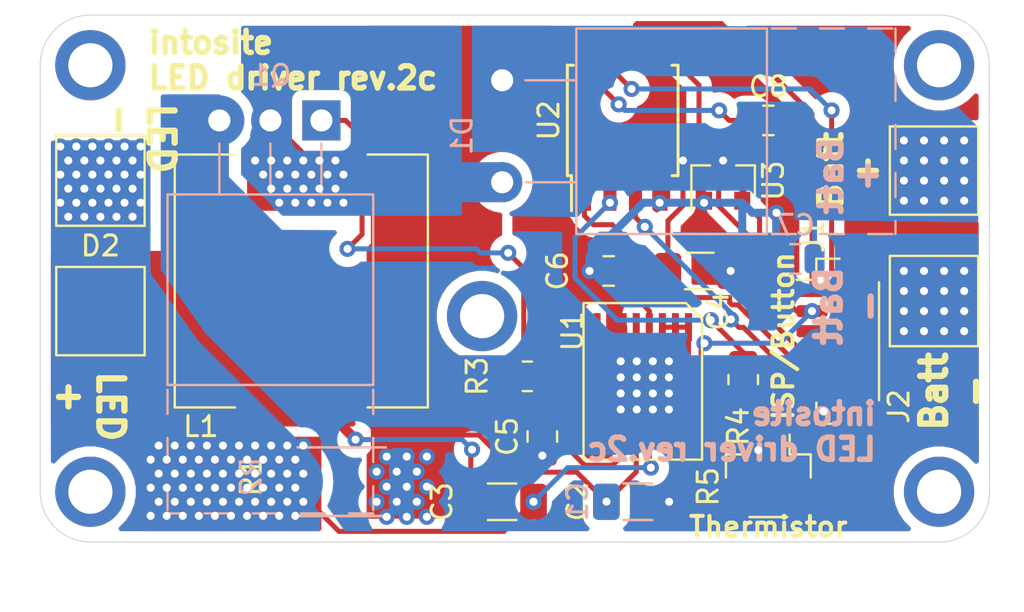
<source format=kicad_pcb>
(kicad_pcb (version 20171130) (host pcbnew "(5.1.9)-1")

  (general
    (thickness 1.6)
    (drawings 18)
    (tracks 415)
    (zones 0)
    (modules 27)
    (nets 21)
  )

  (page A4)
  (layers
    (0 F.Cu signal)
    (31 B.Cu signal)
    (32 B.Adhes user)
    (33 F.Adhes user)
    (34 B.Paste user)
    (35 F.Paste user)
    (36 B.SilkS user)
    (37 F.SilkS user)
    (38 B.Mask user)
    (39 F.Mask user)
    (40 Dwgs.User user)
    (41 Cmts.User user)
    (42 Eco1.User user)
    (43 Eco2.User user)
    (44 Edge.Cuts user)
    (45 Margin user)
    (46 B.CrtYd user)
    (47 F.CrtYd user)
    (48 B.Fab user)
    (49 F.Fab user)
  )

  (setup
    (last_trace_width 0.25)
    (trace_clearance 0.2)
    (zone_clearance 0.508)
    (zone_45_only no)
    (trace_min 0.2)
    (via_size 0.8)
    (via_drill 0.4)
    (via_min_size 0.4)
    (via_min_drill 0.3)
    (uvia_size 0.3)
    (uvia_drill 0.1)
    (uvias_allowed no)
    (uvia_min_size 0.2)
    (uvia_min_drill 0.1)
    (edge_width 0.05)
    (segment_width 0.2)
    (pcb_text_width 0.3)
    (pcb_text_size 1.5 1.5)
    (mod_edge_width 0.12)
    (mod_text_size 1 1)
    (mod_text_width 0.15)
    (pad_size 1.524 1.524)
    (pad_drill 0.762)
    (pad_to_mask_clearance 0)
    (aux_axis_origin 0 0)
    (visible_elements 7FFFFFFF)
    (pcbplotparams
      (layerselection 0x010fc_ffffffff)
      (usegerberextensions false)
      (usegerberattributes true)
      (usegerberadvancedattributes true)
      (creategerberjobfile true)
      (excludeedgelayer true)
      (linewidth 0.100000)
      (plotframeref false)
      (viasonmask false)
      (mode 1)
      (useauxorigin false)
      (hpglpennumber 1)
      (hpglpenspeed 20)
      (hpglpendiameter 15.000000)
      (psnegative false)
      (psa4output false)
      (plotreference true)
      (plotvalue true)
      (plotinvisibletext false)
      (padsonsilk false)
      (subtractmaskfromsilk false)
      (outputformat 1)
      (mirror false)
      (drillshape 0)
      (scaleselection 1)
      (outputdirectory "gerbers"))
  )

  (net 0 "")
  (net 1 GND)
  (net 2 "Net-(C3-Pad2)")
  (net 3 "Net-(D1-Pad2)")
  (net 4 "Net-(Q1-Pad1)")
  (net 5 "Net-(R3-Pad2)")
  (net 6 "Net-(U1-Pad5)")
  (net 7 "Net-(U1-Pad14)")
  (net 8 Batt+)
  (net 9 "Net-(J2-Pad5)")
  (net 10 PWM)
  (net 11 "Net-(C3-Pad1)")
  (net 12 "Net-(C6-Pad1)")
  (net 13 "Net-(U1-Pad8)")
  (net 14 "Net-(U1-Pad9)")
  (net 15 +5V)
  (net 16 NTC)
  (net 17 "Net-(U1-Pad1)")
  (net 18 EC_Int)
  (net 19 EC_B)
  (net 20 EC_A)

  (net_class Default "This is the default net class."
    (clearance 0.2)
    (trace_width 0.25)
    (via_dia 0.8)
    (via_drill 0.4)
    (uvia_dia 0.3)
    (uvia_drill 0.1)
    (add_net +5V)
    (add_net Batt+)
    (add_net EC_A)
    (add_net EC_B)
    (add_net EC_Int)
    (add_net NTC)
    (add_net "Net-(C3-Pad1)")
    (add_net "Net-(C3-Pad2)")
    (add_net "Net-(C6-Pad1)")
    (add_net "Net-(D1-Pad2)")
    (add_net "Net-(J2-Pad5)")
    (add_net "Net-(Q1-Pad1)")
    (add_net "Net-(R3-Pad2)")
    (add_net "Net-(U1-Pad1)")
    (add_net "Net-(U1-Pad14)")
    (add_net "Net-(U1-Pad5)")
    (add_net "Net-(U1-Pad8)")
    (add_net "Net-(U1-Pad9)")
    (add_net PWM)
  )

  (net_class GND ""
    (clearance 0.2)
    (trace_width 0.4)
    (via_dia 0.8)
    (via_drill 0.4)
    (uvia_dia 0.3)
    (uvia_drill 0.1)
    (add_net GND)
  )

  (net_class LED+ ""
    (clearance 0.2)
    (trace_width 0.8)
    (via_dia 0.8)
    (via_drill 0.4)
    (uvia_dia 0.3)
    (uvia_drill 0.1)
  )

  (net_class Thick ""
    (clearance 0.2)
    (trace_width 4)
    (via_dia 0.8)
    (via_drill 0.4)
    (uvia_dia 0.3)
    (uvia_drill 0.1)
  )

  (module Capacitor_SMD:C_0805_2012Metric (layer B.Cu) (tedit 5F68FEEE) (tstamp 6043FF05)
    (at 149.6 62.9 180)
    (descr "Capacitor SMD 0805 (2012 Metric), square (rectangular) end terminal, IPC_7351 nominal, (Body size source: IPC-SM-782 page 76, https://www.pcb-3d.com/wordpress/wp-content/uploads/ipc-sm-782a_amendment_1_and_2.pdf, https://docs.google.com/spreadsheets/d/1BsfQQcO9C6DZCsRaXUlFlo91Tg2WpOkGARC1WS5S8t0/edit?usp=sharing), generated with kicad-footprint-generator")
    (tags capacitor)
    (path /6043B427)
    (attr smd)
    (fp_text reference C7 (at 0 1.68) (layer B.SilkS)
      (effects (font (size 1 1) (thickness 0.15)) (justify mirror))
    )
    (fp_text value 0.33uf (at 0 -1.68) (layer B.Fab)
      (effects (font (size 1 1) (thickness 0.15)) (justify mirror))
    )
    (fp_line (start 1.7 -0.98) (end -1.7 -0.98) (layer B.CrtYd) (width 0.05))
    (fp_line (start 1.7 0.98) (end 1.7 -0.98) (layer B.CrtYd) (width 0.05))
    (fp_line (start -1.7 0.98) (end 1.7 0.98) (layer B.CrtYd) (width 0.05))
    (fp_line (start -1.7 -0.98) (end -1.7 0.98) (layer B.CrtYd) (width 0.05))
    (fp_line (start -0.261252 -0.735) (end 0.261252 -0.735) (layer B.SilkS) (width 0.12))
    (fp_line (start -0.261252 0.735) (end 0.261252 0.735) (layer B.SilkS) (width 0.12))
    (fp_line (start 1 -0.625) (end -1 -0.625) (layer B.Fab) (width 0.1))
    (fp_line (start 1 0.625) (end 1 -0.625) (layer B.Fab) (width 0.1))
    (fp_line (start -1 0.625) (end 1 0.625) (layer B.Fab) (width 0.1))
    (fp_line (start -1 -0.625) (end -1 0.625) (layer B.Fab) (width 0.1))
    (fp_text user %R (at 0 0) (layer B.Fab)
      (effects (font (size 0.5 0.5) (thickness 0.08)) (justify mirror))
    )
    (pad 2 smd roundrect (at 0.95 0 180) (size 1 1.45) (layers B.Cu B.Paste B.Mask) (roundrect_rratio 0.25)
      (net 1 GND))
    (pad 1 smd roundrect (at -0.95 0 180) (size 1 1.45) (layers B.Cu B.Paste B.Mask) (roundrect_rratio 0.25)
      (net 8 Batt+))
    (model ${KISYS3DMOD}/Capacitor_SMD.3dshapes/C_0805_2012Metric.wrl
      (at (xyz 0 0 0))
      (scale (xyz 1 1 1))
      (rotate (xyz 0 0 0))
    )
  )

  (module Capacitor_SMD:C_0805_2012Metric (layer F.Cu) (tedit 5F68FEEE) (tstamp 6043FACB)
    (at 148.25 56)
    (descr "Capacitor SMD 0805 (2012 Metric), square (rectangular) end terminal, IPC_7351 nominal, (Body size source: IPC-SM-782 page 76, https://www.pcb-3d.com/wordpress/wp-content/uploads/ipc-sm-782a_amendment_1_and_2.pdf, https://docs.google.com/spreadsheets/d/1BsfQQcO9C6DZCsRaXUlFlo91Tg2WpOkGARC1WS5S8t0/edit?usp=sharing), generated with kicad-footprint-generator")
    (tags capacitor)
    (path /6043C0F6)
    (attr smd)
    (fp_text reference C8 (at 0 -1.68) (layer F.SilkS)
      (effects (font (size 1 1) (thickness 0.15)))
    )
    (fp_text value 0.1uf (at 0 1.68) (layer F.Fab)
      (effects (font (size 1 1) (thickness 0.15)))
    )
    (fp_line (start 1.7 0.98) (end -1.7 0.98) (layer F.CrtYd) (width 0.05))
    (fp_line (start 1.7 -0.98) (end 1.7 0.98) (layer F.CrtYd) (width 0.05))
    (fp_line (start -1.7 -0.98) (end 1.7 -0.98) (layer F.CrtYd) (width 0.05))
    (fp_line (start -1.7 0.98) (end -1.7 -0.98) (layer F.CrtYd) (width 0.05))
    (fp_line (start -0.261252 0.735) (end 0.261252 0.735) (layer F.SilkS) (width 0.12))
    (fp_line (start -0.261252 -0.735) (end 0.261252 -0.735) (layer F.SilkS) (width 0.12))
    (fp_line (start 1 0.625) (end -1 0.625) (layer F.Fab) (width 0.1))
    (fp_line (start 1 -0.625) (end 1 0.625) (layer F.Fab) (width 0.1))
    (fp_line (start -1 -0.625) (end 1 -0.625) (layer F.Fab) (width 0.1))
    (fp_line (start -1 0.625) (end -1 -0.625) (layer F.Fab) (width 0.1))
    (fp_text user %R (at 0 0) (layer F.Fab)
      (effects (font (size 0.5 0.5) (thickness 0.08)))
    )
    (pad 2 smd roundrect (at 0.95 0) (size 1 1.45) (layers F.Cu F.Paste F.Mask) (roundrect_rratio 0.25)
      (net 1 GND))
    (pad 1 smd roundrect (at -0.95 0) (size 1 1.45) (layers F.Cu F.Paste F.Mask) (roundrect_rratio 0.25)
      (net 15 +5V))
    (model ${KISYS3DMOD}/Capacitor_SMD.3dshapes/C_0805_2012Metric.wrl
      (at (xyz 0 0 0))
      (scale (xyz 1 1 1))
      (rotate (xyz 0 0 0))
    )
  )

  (module MountingHole:MountingHole_2.2mm_M2_ISO7380_Pad (layer F.Cu) (tedit 56D1B4CB) (tstamp 603AC887)
    (at 156.75 74.5)
    (descr "Mounting Hole 2.2mm, M2, ISO7380")
    (tags "mounting hole 2.2mm m2 iso7380")
    (path /6031A6F3)
    (attr virtual)
    (fp_text reference H3 (at 0 -2.75) (layer Dwgs.User) hide
      (effects (font (size 1 1) (thickness 0.15)))
    )
    (fp_text value MountingHole (at 0 2.75) (layer F.Fab) hide
      (effects (font (size 1 1) (thickness 0.15)))
    )
    (fp_circle (center 0 0) (end 1.75 0) (layer Cmts.User) (width 0.15))
    (fp_circle (center 0 0) (end 2 0) (layer F.CrtYd) (width 0.05))
    (fp_text user %R (at 0.3 0) (layer F.Fab)
      (effects (font (size 1 1) (thickness 0.15)))
    )
    (pad 1 thru_hole circle (at 0 0) (size 3.5 3.5) (drill 2.2) (layers *.Cu *.Mask))
  )

  (module Connector_JST:JST_SH_BM06B-SRSS-TB_1x06-1MP_P1.00mm_Vertical (layer F.Cu) (tedit 5B78AD87) (tstamp 603A9D20)
    (at 151.75 67 270)
    (descr "JST SH series connector, BM06B-SRSS-TB (http://www.jst-mfg.com/product/pdf/eng/eSH.pdf), generated with kicad-footprint-generator")
    (tags "connector JST SH side entry")
    (path /603A45FE)
    (attr smd)
    (fp_text reference J2 (at 3.25 -3 90 unlocked) (layer F.SilkS)
      (effects (font (size 1 1) (thickness 0.15)))
    )
    (fp_text value AVR-ISP-6 (at 0 3.3 90) (layer F.Fab)
      (effects (font (size 1 1) (thickness 0.15)))
    )
    (fp_line (start -2.5 0.292893) (end -2 1) (layer F.Fab) (width 0.1))
    (fp_line (start -3 1) (end -2.5 0.292893) (layer F.Fab) (width 0.1))
    (fp_line (start 4.9 -2.6) (end -4.9 -2.6) (layer F.CrtYd) (width 0.05))
    (fp_line (start 4.9 2.6) (end 4.9 -2.6) (layer F.CrtYd) (width 0.05))
    (fp_line (start -4.9 2.6) (end 4.9 2.6) (layer F.CrtYd) (width 0.05))
    (fp_line (start -4.9 -2.6) (end -4.9 2.6) (layer F.CrtYd) (width 0.05))
    (fp_line (start 2.65 -1.55) (end 2.35 -1.55) (layer F.Fab) (width 0.1))
    (fp_line (start 2.65 -0.95) (end 2.65 -1.55) (layer F.Fab) (width 0.1))
    (fp_line (start 2.35 -0.95) (end 2.65 -0.95) (layer F.Fab) (width 0.1))
    (fp_line (start 2.35 -1.55) (end 2.35 -0.95) (layer F.Fab) (width 0.1))
    (fp_line (start 1.65 -1.55) (end 1.35 -1.55) (layer F.Fab) (width 0.1))
    (fp_line (start 1.65 -0.95) (end 1.65 -1.55) (layer F.Fab) (width 0.1))
    (fp_line (start 1.35 -0.95) (end 1.65 -0.95) (layer F.Fab) (width 0.1))
    (fp_line (start 1.35 -1.55) (end 1.35 -0.95) (layer F.Fab) (width 0.1))
    (fp_line (start 0.65 -1.55) (end 0.35 -1.55) (layer F.Fab) (width 0.1))
    (fp_line (start 0.65 -0.95) (end 0.65 -1.55) (layer F.Fab) (width 0.1))
    (fp_line (start 0.35 -0.95) (end 0.65 -0.95) (layer F.Fab) (width 0.1))
    (fp_line (start 0.35 -1.55) (end 0.35 -0.95) (layer F.Fab) (width 0.1))
    (fp_line (start -0.35 -1.55) (end -0.65 -1.55) (layer F.Fab) (width 0.1))
    (fp_line (start -0.35 -0.95) (end -0.35 -1.55) (layer F.Fab) (width 0.1))
    (fp_line (start -0.65 -0.95) (end -0.35 -0.95) (layer F.Fab) (width 0.1))
    (fp_line (start -0.65 -1.55) (end -0.65 -0.95) (layer F.Fab) (width 0.1))
    (fp_line (start -1.35 -1.55) (end -1.65 -1.55) (layer F.Fab) (width 0.1))
    (fp_line (start -1.35 -0.95) (end -1.35 -1.55) (layer F.Fab) (width 0.1))
    (fp_line (start -1.65 -0.95) (end -1.35 -0.95) (layer F.Fab) (width 0.1))
    (fp_line (start -1.65 -1.55) (end -1.65 -0.95) (layer F.Fab) (width 0.1))
    (fp_line (start -2.35 -1.55) (end -2.65 -1.55) (layer F.Fab) (width 0.1))
    (fp_line (start -2.35 -0.95) (end -2.35 -1.55) (layer F.Fab) (width 0.1))
    (fp_line (start -2.65 -0.95) (end -2.35 -0.95) (layer F.Fab) (width 0.1))
    (fp_line (start -2.65 -1.55) (end -2.65 -0.95) (layer F.Fab) (width 0.1))
    (fp_line (start 4 1) (end 4 -1.9) (layer F.Fab) (width 0.1))
    (fp_line (start -4 1) (end -4 -1.9) (layer F.Fab) (width 0.1))
    (fp_line (start -4 -1.9) (end 4 -1.9) (layer F.Fab) (width 0.1))
    (fp_line (start -2.94 -2.01) (end 2.94 -2.01) (layer F.SilkS) (width 0.12))
    (fp_line (start 4.11 1.11) (end 3.06 1.11) (layer F.SilkS) (width 0.12))
    (fp_line (start 4.11 -0.04) (end 4.11 1.11) (layer F.SilkS) (width 0.12))
    (fp_line (start -3.06 1.11) (end -3.06 2.1) (layer F.SilkS) (width 0.12))
    (fp_line (start -4.11 1.11) (end -3.06 1.11) (layer F.SilkS) (width 0.12))
    (fp_line (start -4.11 -0.04) (end -4.11 1.11) (layer F.SilkS) (width 0.12))
    (fp_line (start -4 1) (end 4 1) (layer F.Fab) (width 0.1))
    (fp_text user %R (at 0 -0.25 90) (layer F.Fab)
      (effects (font (size 1 1) (thickness 0.15)))
    )
    (pad MP smd roundrect (at 3.8 -1.2 270) (size 1.2 1.8) (layers F.Cu F.Paste F.Mask) (roundrect_rratio 0.2083325))
    (pad MP smd roundrect (at -3.8 -1.2 270) (size 1.2 1.8) (layers F.Cu F.Paste F.Mask) (roundrect_rratio 0.2083325))
    (pad 6 smd roundrect (at 2.5 1.325 270) (size 0.6 1.55) (layers F.Cu F.Paste F.Mask) (roundrect_rratio 0.25)
      (net 1 GND))
    (pad 5 smd roundrect (at 1.5 1.325 270) (size 0.6 1.55) (layers F.Cu F.Paste F.Mask) (roundrect_rratio 0.25)
      (net 9 "Net-(J2-Pad5)"))
    (pad 4 smd roundrect (at 0.5 1.325 270) (size 0.6 1.55) (layers F.Cu F.Paste F.Mask) (roundrect_rratio 0.25)
      (net 18 EC_Int))
    (pad 3 smd roundrect (at -0.5 1.325 270) (size 0.6 1.55) (layers F.Cu F.Paste F.Mask) (roundrect_rratio 0.25)
      (net 19 EC_B))
    (pad 2 smd roundrect (at -1.5 1.325 270) (size 0.6 1.55) (layers F.Cu F.Paste F.Mask) (roundrect_rratio 0.25)
      (net 15 +5V))
    (pad 1 smd roundrect (at -2.5 1.325 270) (size 0.6 1.55) (layers F.Cu F.Paste F.Mask) (roundrect_rratio 0.25)
      (net 20 EC_A))
    (model ${KISYS3DMOD}/Connector_JST.3dshapes/JST_SH_BM06B-SRSS-TB_1x06-1MP_P1.00mm_Vertical.wrl
      (at (xyz 0 0 0))
      (scale (xyz 1 1 1))
      (rotate (xyz 0 0 0))
    )
    (model "${KIPRJMOD}/User Library-JST - BM06B-SRSS-TB (SH SERIES - 1_0mm PITCH WIRE-TO-BOARD, SMT).igs"
      (offset (xyz 0 2 0))
      (scale (xyz 1 1 1))
      (rotate (xyz -90 0 0))
    )
  )

  (module xhp70-driver:TO-220-3_Horizontal_TabUp-no-mounting-hole (layer B.Cu) (tedit 6039E58D) (tstamp 603A6C1C)
    (at 126 56 180)
    (descr "TO-220-3, Horizontal, RM 2.54mm, see https://www.vishay.com/docs/66542/to-220-1.pdf")
    (tags "TO-220-3 Horizontal RM 2.54mm")
    (path /603205DA)
    (fp_text reference Q1 (at 2.5 2.25 180) (layer B.SilkS)
      (effects (font (size 1 1) (thickness 0.15)) (justify mirror))
    )
    (fp_text value Q_NMOS_GDS (at 2.54 2) (layer B.Fab)
      (effects (font (size 1 1) (thickness 0.15)) (justify mirror))
    )
    (fp_circle (center 2.54 -16.66) (end 4.39 -16.66) (layer B.Fab) (width 0.1))
    (fp_line (start -2.46 -13.06) (end -2.46 -19.46) (layer B.Fab) (width 0.1))
    (fp_line (start -2.46 -19.46) (end 7.54 -19.46) (layer B.Fab) (width 0.1))
    (fp_line (start 7.54 -19.46) (end 7.54 -13.06) (layer B.Fab) (width 0.1))
    (fp_line (start 7.54 -13.06) (end -2.46 -13.06) (layer B.Fab) (width 0.1))
    (fp_line (start -2.46 -3.81) (end -2.46 -13.06) (layer B.Fab) (width 0.1))
    (fp_line (start -2.46 -13.06) (end 7.54 -13.06) (layer B.Fab) (width 0.1))
    (fp_line (start 7.54 -13.06) (end 7.54 -3.81) (layer B.Fab) (width 0.1))
    (fp_line (start 7.54 -3.81) (end -2.46 -3.81) (layer B.Fab) (width 0.1))
    (fp_line (start 0 -3.81) (end 0 0) (layer B.Fab) (width 0.1))
    (fp_line (start 2.54 -3.81) (end 2.54 0) (layer B.Fab) (width 0.1))
    (fp_line (start 5.08 -3.81) (end 5.08 0) (layer B.Fab) (width 0.1))
    (fp_line (start -2.58 -3.69) (end 7.66 -3.69) (layer B.SilkS) (width 0.12))
    (fp_line (start -2.58 -13.18) (end 7.66 -13.18) (layer B.SilkS) (width 0.12))
    (fp_line (start -2.58 -3.69) (end -2.58 -13.18) (layer B.SilkS) (width 0.12))
    (fp_line (start 7.66 -3.69) (end 7.66 -13.18) (layer B.SilkS) (width 0.12))
    (fp_line (start -2.58 -19.58) (end -1.38 -19.58) (layer B.SilkS) (width 0.12))
    (fp_line (start -0.181 -19.58) (end 1.02 -19.58) (layer B.SilkS) (width 0.12))
    (fp_line (start 2.22 -19.58) (end 3.42 -19.58) (layer B.SilkS) (width 0.12))
    (fp_line (start 4.62 -19.58) (end 5.82 -19.58) (layer B.SilkS) (width 0.12))
    (fp_line (start 7.02 -19.58) (end 7.66 -19.58) (layer B.SilkS) (width 0.12))
    (fp_line (start -2.58 -13.42) (end -2.58 -14.62) (layer B.SilkS) (width 0.12))
    (fp_line (start -2.58 -15.82) (end -2.58 -17.02) (layer B.SilkS) (width 0.12))
    (fp_line (start -2.58 -18.22) (end -2.58 -19.42) (layer B.SilkS) (width 0.12))
    (fp_line (start 7.66 -13.42) (end 7.66 -14.62) (layer B.SilkS) (width 0.12))
    (fp_line (start 7.66 -15.82) (end 7.66 -17.02) (layer B.SilkS) (width 0.12))
    (fp_line (start 7.66 -18.22) (end 7.66 -19.42) (layer B.SilkS) (width 0.12))
    (fp_line (start 0 -1.15) (end 0 -3.69) (layer B.SilkS) (width 0.12))
    (fp_line (start 2.54 -1.15) (end 2.54 -3.69) (layer B.SilkS) (width 0.12))
    (fp_line (start 5.08 -1.15) (end 5.08 -3.69) (layer B.SilkS) (width 0.12))
    (fp_line (start -2.71 1.25) (end -2.71 -19.71) (layer B.CrtYd) (width 0.05))
    (fp_line (start -2.71 -19.71) (end 7.79 -19.71) (layer B.CrtYd) (width 0.05))
    (fp_line (start 7.79 -19.71) (end 7.79 1.25) (layer B.CrtYd) (width 0.05))
    (fp_line (start 7.79 1.25) (end -2.71 1.25) (layer B.CrtYd) (width 0.05))
    (fp_text user %R (at 2.54 -20.58) (layer B.Fab)
      (effects (font (size 1 1) (thickness 0.15)) (justify mirror))
    )
    (pad 3 thru_hole oval (at 5.08 0 180) (size 1.905 2) (drill 1.1) (layers *.Cu *.Mask)
      (net 1 GND))
    (pad 2 thru_hole oval (at 2.54 0 180) (size 1.905 2) (drill 1.1) (layers *.Cu *.Mask)
      (net 3 "Net-(D1-Pad2)"))
    (pad 1 thru_hole rect (at 0 0 180) (size 1.905 2) (drill 1.1) (layers *.Cu *.Mask)
      (net 4 "Net-(Q1-Pad1)"))
    (model ${KISYS3DMOD}/Package_TO_SOT_THT.3dshapes/TO-220-3_Horizontal_TabUp.wrl
      (at (xyz 0 0 0))
      (scale (xyz 1 1 1))
      (rotate (xyz 0 0 0))
    )
  )

  (module xhp70-driver:TO-220-2_Horizontal_TabUp-no-mounting-hole (layer B.Cu) (tedit 6039E584) (tstamp 603A6BA7)
    (at 135 54 270)
    (descr "TO-220-2, Horizontal, RM 5.08mm, see https://www.centralsemi.com/PDFS/CASE/TO-220-2PD.PDF")
    (tags "TO-220-2 Horizontal RM 5.08mm")
    (path /6040243C)
    (fp_text reference D1 (at 2.75 2 90) (layer B.SilkS)
      (effects (font (size 1 1) (thickness 0.15)) (justify mirror))
    )
    (fp_text value D_Schottky (at 2.54 2 270) (layer B.Fab)
      (effects (font (size 1 1) (thickness 0.15)) (justify mirror))
    )
    (fp_circle (center 2.54 -16.66) (end 4.39 -16.66) (layer B.Fab) (width 0.1))
    (fp_line (start -2.46 -13.06) (end -2.46 -19.46) (layer B.Fab) (width 0.1))
    (fp_line (start -2.46 -19.46) (end 7.54 -19.46) (layer B.Fab) (width 0.1))
    (fp_line (start 7.54 -19.46) (end 7.54 -13.06) (layer B.Fab) (width 0.1))
    (fp_line (start 7.54 -13.06) (end -2.46 -13.06) (layer B.Fab) (width 0.1))
    (fp_line (start -2.46 -3.81) (end -2.46 -13.06) (layer B.Fab) (width 0.1))
    (fp_line (start -2.46 -13.06) (end 7.54 -13.06) (layer B.Fab) (width 0.1))
    (fp_line (start 7.54 -13.06) (end 7.54 -3.81) (layer B.Fab) (width 0.1))
    (fp_line (start 7.54 -3.81) (end -2.46 -3.81) (layer B.Fab) (width 0.1))
    (fp_line (start 0 -3.81) (end 0 0) (layer B.Fab) (width 0.1))
    (fp_line (start 5.08 -3.81) (end 5.08 0) (layer B.Fab) (width 0.1))
    (fp_line (start -2.58 -3.69) (end 7.66 -3.69) (layer B.SilkS) (width 0.12))
    (fp_line (start -2.58 -13.18) (end 7.66 -13.18) (layer B.SilkS) (width 0.12))
    (fp_line (start -2.58 -3.69) (end -2.58 -13.18) (layer B.SilkS) (width 0.12))
    (fp_line (start 7.66 -3.69) (end 7.66 -13.18) (layer B.SilkS) (width 0.12))
    (fp_line (start -2.58 -19.58) (end -1.38 -19.58) (layer B.SilkS) (width 0.12))
    (fp_line (start -0.181 -19.58) (end 1.02 -19.58) (layer B.SilkS) (width 0.12))
    (fp_line (start 2.22 -19.58) (end 3.42 -19.58) (layer B.SilkS) (width 0.12))
    (fp_line (start 4.62 -19.58) (end 5.82 -19.58) (layer B.SilkS) (width 0.12))
    (fp_line (start 7.02 -19.58) (end 7.66 -19.58) (layer B.SilkS) (width 0.12))
    (fp_line (start -2.58 -13.42) (end -2.58 -14.62) (layer B.SilkS) (width 0.12))
    (fp_line (start -2.58 -15.82) (end -2.58 -17.02) (layer B.SilkS) (width 0.12))
    (fp_line (start -2.58 -18.22) (end -2.58 -19.42) (layer B.SilkS) (width 0.12))
    (fp_line (start 7.66 -13.42) (end 7.66 -14.62) (layer B.SilkS) (width 0.12))
    (fp_line (start 7.66 -15.82) (end 7.66 -17.02) (layer B.SilkS) (width 0.12))
    (fp_line (start 7.66 -18.22) (end 7.66 -19.42) (layer B.SilkS) (width 0.12))
    (fp_line (start 0 -1.15) (end 0 -3.69) (layer B.SilkS) (width 0.12))
    (fp_line (start 5.08 -1.165) (end 5.08 -3.69) (layer B.SilkS) (width 0.12))
    (fp_line (start -2.71 1.25) (end -2.71 -19.71) (layer B.CrtYd) (width 0.05))
    (fp_line (start -2.71 -19.71) (end 7.79 -19.71) (layer B.CrtYd) (width 0.05))
    (fp_line (start 7.79 -19.71) (end 7.79 1.25) (layer B.CrtYd) (width 0.05))
    (fp_line (start 7.79 1.25) (end -2.71 1.25) (layer B.CrtYd) (width 0.05))
    (fp_text user %R (at 2.54 -20.58 270) (layer B.Fab)
      (effects (font (size 1 1) (thickness 0.15)) (justify mirror))
    )
    (pad 2 thru_hole oval (at 5.08 0 270) (size 2 2) (drill 1.1) (layers *.Cu *.Mask)
      (net 3 "Net-(D1-Pad2)"))
    (pad 1 thru_hole rect (at 0 0 270) (size 2 2) (drill 1.1) (layers *.Cu *.Mask)
      (net 8 Batt+))
    (model ${KISYS3DMOD}/Package_TO_SOT_THT.3dshapes/TO-220-2_Horizontal_TabUp.wrl
      (at (xyz 0 0 0))
      (scale (xyz 1 1 1))
      (rotate (xyz 0 0 0))
    )
  )

  (module Package_TO_SOT_SMD:SOT-23 (layer F.Cu) (tedit 5A02FF57) (tstamp 6039F4E3)
    (at 146 59 90)
    (descr "SOT-23, Standard")
    (tags SOT-23)
    (path /6039EB96)
    (attr smd)
    (fp_text reference U3 (at 0 2.5 90) (layer F.SilkS)
      (effects (font (size 1 1) (thickness 0.15)))
    )
    (fp_text value L7805 (at 0 2.5 90) (layer F.Fab)
      (effects (font (size 1 1) (thickness 0.15)))
    )
    (fp_line (start 0.76 1.58) (end -0.7 1.58) (layer F.SilkS) (width 0.12))
    (fp_line (start 0.76 -1.58) (end -1.4 -1.58) (layer F.SilkS) (width 0.12))
    (fp_line (start -1.7 1.75) (end -1.7 -1.75) (layer F.CrtYd) (width 0.05))
    (fp_line (start 1.7 1.75) (end -1.7 1.75) (layer F.CrtYd) (width 0.05))
    (fp_line (start 1.7 -1.75) (end 1.7 1.75) (layer F.CrtYd) (width 0.05))
    (fp_line (start -1.7 -1.75) (end 1.7 -1.75) (layer F.CrtYd) (width 0.05))
    (fp_line (start 0.76 -1.58) (end 0.76 -0.65) (layer F.SilkS) (width 0.12))
    (fp_line (start 0.76 1.58) (end 0.76 0.65) (layer F.SilkS) (width 0.12))
    (fp_line (start -0.7 1.52) (end 0.7 1.52) (layer F.Fab) (width 0.1))
    (fp_line (start 0.7 -1.52) (end 0.7 1.52) (layer F.Fab) (width 0.1))
    (fp_line (start -0.7 -0.95) (end -0.15 -1.52) (layer F.Fab) (width 0.1))
    (fp_line (start -0.15 -1.52) (end 0.7 -1.52) (layer F.Fab) (width 0.1))
    (fp_line (start -0.7 -0.95) (end -0.7 1.5) (layer F.Fab) (width 0.1))
    (fp_text user %R (at 0 0) (layer F.Fab)
      (effects (font (size 0.5 0.5) (thickness 0.075)))
    )
    (pad 3 smd rect (at 1 0 90) (size 0.9 0.8) (layers F.Cu F.Paste F.Mask)
      (net 8 Batt+))
    (pad 2 smd rect (at -1 0.95 90) (size 0.9 0.8) (layers F.Cu F.Paste F.Mask)
      (net 15 +5V))
    (pad 1 smd rect (at -1 -0.95 90) (size 0.9 0.8) (layers F.Cu F.Paste F.Mask)
      (net 1 GND))
    (model ${KISYS3DMOD}/Package_TO_SOT_SMD.3dshapes/SOT-23.wrl
      (at (xyz 0 0 0))
      (scale (xyz 1 1 1))
      (rotate (xyz 0 0 0))
    )
  )

  (module Package_SO:SOIJ-8_5.3x5.3mm_P1.27mm (layer F.Cu) (tedit 5A02F2D3) (tstamp 603AADD5)
    (at 141 56 90)
    (descr "8-Lead Plastic Small Outline (SM) - Medium, 5.28 mm Body [SOIC] (see Microchip Packaging Specification 00000049BS.pdf)")
    (tags "SOIC 1.27")
    (path /603982E6)
    (attr smd)
    (fp_text reference U2 (at 0 -3.68 90) (layer F.SilkS)
      (effects (font (size 1 1) (thickness 0.15)))
    )
    (fp_text value ATtiny85-20SU (at 0 3.68 90) (layer F.Fab)
      (effects (font (size 1 1) (thickness 0.15)))
    )
    (fp_line (start -2.75 -2.55) (end -4.5 -2.55) (layer F.SilkS) (width 0.15))
    (fp_line (start -2.75 2.755) (end 2.75 2.755) (layer F.SilkS) (width 0.15))
    (fp_line (start -2.75 -2.755) (end 2.75 -2.755) (layer F.SilkS) (width 0.15))
    (fp_line (start -2.75 2.755) (end -2.75 2.455) (layer F.SilkS) (width 0.15))
    (fp_line (start 2.75 2.755) (end 2.75 2.455) (layer F.SilkS) (width 0.15))
    (fp_line (start 2.75 -2.755) (end 2.75 -2.455) (layer F.SilkS) (width 0.15))
    (fp_line (start -2.75 -2.755) (end -2.75 -2.55) (layer F.SilkS) (width 0.15))
    (fp_line (start -4.75 2.95) (end 4.75 2.95) (layer F.CrtYd) (width 0.05))
    (fp_line (start -4.75 -2.95) (end 4.75 -2.95) (layer F.CrtYd) (width 0.05))
    (fp_line (start 4.75 -2.95) (end 4.75 2.95) (layer F.CrtYd) (width 0.05))
    (fp_line (start -4.75 -2.95) (end -4.75 2.95) (layer F.CrtYd) (width 0.05))
    (fp_line (start -2.65 -1.65) (end -1.65 -2.65) (layer F.Fab) (width 0.15))
    (fp_line (start -2.65 2.65) (end -2.65 -1.65) (layer F.Fab) (width 0.15))
    (fp_line (start 2.65 2.65) (end -2.65 2.65) (layer F.Fab) (width 0.15))
    (fp_line (start 2.65 -2.65) (end 2.65 2.65) (layer F.Fab) (width 0.15))
    (fp_line (start -1.65 -2.65) (end 2.65 -2.65) (layer F.Fab) (width 0.15))
    (fp_text user %R (at 0 0 90) (layer F.Fab)
      (effects (font (size 1 1) (thickness 0.15)))
    )
    (pad 8 smd rect (at 3.65 -1.905 90) (size 1.7 0.65) (layers F.Cu F.Paste F.Mask)
      (net 15 +5V))
    (pad 7 smd rect (at 3.65 -0.635 90) (size 1.7 0.65) (layers F.Cu F.Paste F.Mask)
      (net 19 EC_B))
    (pad 6 smd rect (at 3.65 0.635 90) (size 1.7 0.65) (layers F.Cu F.Paste F.Mask)
      (net 20 EC_A))
    (pad 5 smd rect (at 3.65 1.905 90) (size 1.7 0.65) (layers F.Cu F.Paste F.Mask)
      (net 18 EC_Int))
    (pad 4 smd rect (at -3.65 1.905 90) (size 1.7 0.65) (layers F.Cu F.Paste F.Mask)
      (net 1 GND))
    (pad 3 smd rect (at -3.65 0.635 90) (size 1.7 0.65) (layers F.Cu F.Paste F.Mask)
      (net 10 PWM))
    (pad 2 smd rect (at -3.65 -0.635 90) (size 1.7 0.65) (layers F.Cu F.Paste F.Mask)
      (net 16 NTC))
    (pad 1 smd rect (at -3.65 -1.905 90) (size 1.7 0.65) (layers F.Cu F.Paste F.Mask)
      (net 9 "Net-(J2-Pad5)"))
    (model ${KISYS3DMOD}/Package_SO.3dshapes/SOIJ-8_5.3x5.3mm_P1.27mm.wrl
      (at (xyz 0 0 0))
      (scale (xyz 1 1 1))
      (rotate (xyz 0 0 0))
    )
  )

  (module xhp70-driver:AL8871Q (layer F.Cu) (tedit 602CF6F3) (tstamp 603A91E7)
    (at 142 69 180)
    (path /6031458B)
    (attr smd)
    (fp_text reference U1 (at 3.5 2.5 90) (layer F.SilkS)
      (effects (font (size 1 1) (thickness 0.15)))
    )
    (fp_text value AL8871Q (at 4.35 0 90) (layer F.Fab)
      (effects (font (size 1 1) (thickness 0.15)))
    )
    (fp_line (start -2.7 3.65) (end -2.7 -3.65) (layer F.CrtYd) (width 0.05))
    (fp_line (start 2.7 3.65) (end -2.7 3.65) (layer F.CrtYd) (width 0.05))
    (fp_line (start 2.7 -3.65) (end 2.7 3.65) (layer F.CrtYd) (width 0.05))
    (fp_line (start -2.7 -3.65) (end 2.7 -3.65) (layer F.CrtYd) (width 0.05))
    (fp_line (start 2.95 3.9) (end -2.15 3.9) (layer F.SilkS) (width 0.12))
    (fp_line (start 2.95 -3.9) (end 2.95 3.9) (layer F.SilkS) (width 0.12))
    (fp_line (start -2.95 -3.9) (end 2.95 -3.9) (layer F.SilkS) (width 0.12))
    (fp_line (start -2.95 3.1) (end -2.95 -3.9) (layer F.SilkS) (width 0.12))
    (fp_line (start -2.15 3.9) (end -2.95 3.1) (layer F.SilkS) (width 0.12))
    (pad 17 smd rect (at 0 0 180) (size 2.94 2.72) (layers F.Cu F.Paste F.Mask)
      (net 1 GND))
    (pad 8 smd rect (at 2.275 2.7 180) (size 0.35 1.4) (layers F.Cu F.Paste F.Mask)
      (net 13 "Net-(U1-Pad8)"))
    (pad 9 smd rect (at 2.275 -2.7 180) (size 0.35 1.4) (layers F.Cu F.Paste F.Mask)
      (net 14 "Net-(U1-Pad9)"))
    (pad 7 smd rect (at 1.625 2.7 180) (size 0.35 1.4) (layers F.Cu F.Paste F.Mask)
      (net 1 GND))
    (pad 10 smd rect (at 1.625 -2.7 180) (size 0.35 1.4) (layers F.Cu F.Paste F.Mask)
      (net 5 "Net-(R3-Pad2)"))
    (pad 6 smd rect (at 0.975 2.7 180) (size 0.35 1.4) (layers F.Cu F.Paste F.Mask)
      (net 1 GND))
    (pad 11 smd rect (at 0.975 -2.7 180) (size 0.35 1.4) (layers F.Cu F.Paste F.Mask)
      (net 8 Batt+))
    (pad 5 smd rect (at 0.325 2.7 180) (size 0.35 1.4) (layers F.Cu F.Paste F.Mask)
      (net 6 "Net-(U1-Pad5)"))
    (pad 12 smd rect (at 0.325 -2.7 180) (size 0.35 1.4) (layers F.Cu F.Paste F.Mask)
      (net 8 Batt+))
    (pad 4 smd rect (at -0.325 2.7 180) (size 0.35 1.4) (layers F.Cu F.Paste F.Mask)
      (net 12 "Net-(C6-Pad1)"))
    (pad 13 smd rect (at -0.325 -2.7 180) (size 0.35 1.4) (layers F.Cu F.Paste F.Mask)
      (net 2 "Net-(C3-Pad2)"))
    (pad 3 smd rect (at -0.975 2.7 180) (size 0.35 1.4) (layers F.Cu F.Paste F.Mask)
      (net 17 "Net-(U1-Pad1)"))
    (pad 14 smd rect (at -0.975 -2.7 180) (size 0.35 1.4) (layers F.Cu F.Paste F.Mask)
      (net 7 "Net-(U1-Pad14)"))
    (pad 2 smd rect (at -1.625 2.7 180) (size 0.35 1.4) (layers F.Cu F.Paste F.Mask)
      (net 17 "Net-(U1-Pad1)"))
    (pad 15 smd rect (at -1.625 -2.7 180) (size 0.35 1.4) (layers F.Cu F.Paste F.Mask)
      (net 10 PWM))
    (pad 1 smd rect (at -2.275 2.7 180) (size 0.35 1.4) (layers F.Cu F.Paste F.Mask)
      (net 17 "Net-(U1-Pad1)"))
    (pad 16 smd rect (at -2.275 -2.7 180) (size 0.35 1.4) (layers F.Cu F.Paste F.Mask)
      (net 17 "Net-(U1-Pad1)"))
    (model ${KISYS3DMOD}/Connector_JST.3dshapes/JST_SH_BM06B-SRSS-TB_1x06-1MP_P1.00mm_Vertical.wrl
      (at (xyz 0 0 0))
      (scale (xyz 1 1 1))
      (rotate (xyz 0 0 0))
    )
    (model "${KIPRJMOD}/TSSOP-16 0.65p 4.4mm Pad.step"
      (at (xyz 0 0 0))
      (scale (xyz 1 1 1))
      (rotate (xyz 0 0 0))
    )
  )

  (module Connector_JST:JST_SH_BM02B-SRSS-TB_1x02-1MP_P1.00mm_Vertical (layer F.Cu) (tedit 5B78AD87) (tstamp 6039F493)
    (at 148.25 73.75 180)
    (descr "JST SH series connector, BM02B-SRSS-TB (http://www.jst-mfg.com/product/pdf/eng/eSH.pdf), generated with kicad-footprint-generator")
    (tags "connector JST SH side entry")
    (path /6030A23F)
    (attr smd)
    (fp_text reference R5 (at 3 -0.5 90) (layer F.SilkS)
      (effects (font (size 1 1) (thickness 0.15)))
    )
    (fp_text value 10K (at 0 3.3) (layer F.Fab)
      (effects (font (size 1 1) (thickness 0.15)))
    )
    (fp_line (start -0.5 0.292893) (end 0 1) (layer F.Fab) (width 0.1))
    (fp_line (start -1 1) (end -0.5 0.292893) (layer F.Fab) (width 0.1))
    (fp_line (start 2.9 -2.6) (end -2.9 -2.6) (layer F.CrtYd) (width 0.05))
    (fp_line (start 2.9 2.6) (end 2.9 -2.6) (layer F.CrtYd) (width 0.05))
    (fp_line (start -2.9 2.6) (end 2.9 2.6) (layer F.CrtYd) (width 0.05))
    (fp_line (start -2.9 -2.6) (end -2.9 2.6) (layer F.CrtYd) (width 0.05))
    (fp_line (start 0.65 -1.55) (end 0.35 -1.55) (layer F.Fab) (width 0.1))
    (fp_line (start 0.65 -0.95) (end 0.65 -1.55) (layer F.Fab) (width 0.1))
    (fp_line (start 0.35 -0.95) (end 0.65 -0.95) (layer F.Fab) (width 0.1))
    (fp_line (start 0.35 -1.55) (end 0.35 -0.95) (layer F.Fab) (width 0.1))
    (fp_line (start -0.35 -1.55) (end -0.65 -1.55) (layer F.Fab) (width 0.1))
    (fp_line (start -0.35 -0.95) (end -0.35 -1.55) (layer F.Fab) (width 0.1))
    (fp_line (start -0.65 -0.95) (end -0.35 -0.95) (layer F.Fab) (width 0.1))
    (fp_line (start -0.65 -1.55) (end -0.65 -0.95) (layer F.Fab) (width 0.1))
    (fp_line (start 2 1) (end 2 -1.9) (layer F.Fab) (width 0.1))
    (fp_line (start -2 1) (end -2 -1.9) (layer F.Fab) (width 0.1))
    (fp_line (start -2 -1.9) (end 2 -1.9) (layer F.Fab) (width 0.1))
    (fp_line (start -0.94 -2.01) (end 0.94 -2.01) (layer F.SilkS) (width 0.12))
    (fp_line (start 2.11 1.11) (end 1.06 1.11) (layer F.SilkS) (width 0.12))
    (fp_line (start 2.11 -0.04) (end 2.11 1.11) (layer F.SilkS) (width 0.12))
    (fp_line (start -1.06 1.11) (end -1.06 2.1) (layer F.SilkS) (width 0.12))
    (fp_line (start -2.11 1.11) (end -1.06 1.11) (layer F.SilkS) (width 0.12))
    (fp_line (start -2.11 -0.04) (end -2.11 1.11) (layer F.SilkS) (width 0.12))
    (fp_line (start -2 1) (end 2 1) (layer F.Fab) (width 0.1))
    (fp_text user %R (at 0 -0.25) (layer F.Fab)
      (effects (font (size 1 1) (thickness 0.15)))
    )
    (pad MP smd roundrect (at 1.8 -1.2 180) (size 1.2 1.8) (layers F.Cu F.Paste F.Mask) (roundrect_rratio 0.2083325))
    (pad MP smd roundrect (at -1.8 -1.2 180) (size 1.2 1.8) (layers F.Cu F.Paste F.Mask) (roundrect_rratio 0.2083325))
    (pad 2 smd roundrect (at 0.5 1.325 180) (size 0.6 1.55) (layers F.Cu F.Paste F.Mask) (roundrect_rratio 0.25)
      (net 1 GND))
    (pad 1 smd roundrect (at -0.5 1.325 180) (size 0.6 1.55) (layers F.Cu F.Paste F.Mask) (roundrect_rratio 0.25)
      (net 16 NTC))
    (model ${KISYS3DMOD}/Connector_JST.3dshapes/JST_SH_BM02B-SRSS-TB_1x02-1MP_P1.00mm_Vertical.wrl
      (at (xyz 0 0 0))
      (scale (xyz 1 1 1))
      (rotate (xyz 0 0 0))
    )
    (model ${KIPRJMOD}/
      (at (xyz 0 0 0))
      (scale (xyz 1 1 1))
      (rotate (xyz 0 0 0))
    )
    (model ${KIPRJMOD}/BM2B-SRSS-TB.step
      (offset (xyz 0.5 -1 0))
      (scale (xyz 1 1 1))
      (rotate (xyz 0 0 180))
    )
  )

  (module Resistor_SMD:R_0805_2012Metric (layer F.Cu) (tedit 5F68FEEE) (tstamp 603A9AC9)
    (at 147 68.9125 90)
    (descr "Resistor SMD 0805 (2012 Metric), square (rectangular) end terminal, IPC_7351 nominal, (Body size source: IPC-SM-782 page 72, https://www.pcb-3d.com/wordpress/wp-content/uploads/ipc-sm-782a_amendment_1_and_2.pdf), generated with kicad-footprint-generator")
    (tags resistor)
    (path /6031B105)
    (attr smd)
    (fp_text reference R4 (at -2.3375 -0.25 90) (layer F.SilkS)
      (effects (font (size 1 1) (thickness 0.15)))
    )
    (fp_text value 1.3K (at 0 1.65 90) (layer F.Fab)
      (effects (font (size 1 1) (thickness 0.15)))
    )
    (fp_line (start 1.68 0.95) (end -1.68 0.95) (layer F.CrtYd) (width 0.05))
    (fp_line (start 1.68 -0.95) (end 1.68 0.95) (layer F.CrtYd) (width 0.05))
    (fp_line (start -1.68 -0.95) (end 1.68 -0.95) (layer F.CrtYd) (width 0.05))
    (fp_line (start -1.68 0.95) (end -1.68 -0.95) (layer F.CrtYd) (width 0.05))
    (fp_line (start -0.227064 0.735) (end 0.227064 0.735) (layer F.SilkS) (width 0.12))
    (fp_line (start -0.227064 -0.735) (end 0.227064 -0.735) (layer F.SilkS) (width 0.12))
    (fp_line (start 1 0.625) (end -1 0.625) (layer F.Fab) (width 0.1))
    (fp_line (start 1 -0.625) (end 1 0.625) (layer F.Fab) (width 0.1))
    (fp_line (start -1 -0.625) (end 1 -0.625) (layer F.Fab) (width 0.1))
    (fp_line (start -1 0.625) (end -1 -0.625) (layer F.Fab) (width 0.1))
    (fp_text user %R (at 0 0 90) (layer F.Fab)
      (effects (font (size 0.5 0.5) (thickness 0.08)))
    )
    (pad 2 smd roundrect (at 0.9125 0 90) (size 1.025 1.4) (layers F.Cu F.Paste F.Mask) (roundrect_rratio 0.2439004878048781)
      (net 16 NTC))
    (pad 1 smd roundrect (at -0.9125 0 90) (size 1.025 1.4) (layers F.Cu F.Paste F.Mask) (roundrect_rratio 0.2439004878048781)
      (net 15 +5V))
    (model ${KISYS3DMOD}/Resistor_SMD.3dshapes/R_0805_2012Metric.wrl
      (at (xyz 0 0 0))
      (scale (xyz 1 1 1))
      (rotate (xyz 0 0 0))
    )
  )

  (module Resistor_SMD:R_0805_2012Metric (layer F.Cu) (tedit 5F68FEEE) (tstamp 6039F461)
    (at 136.25 68.75)
    (descr "Resistor SMD 0805 (2012 Metric), square (rectangular) end terminal, IPC_7351 nominal, (Body size source: IPC-SM-782 page 72, https://www.pcb-3d.com/wordpress/wp-content/uploads/ipc-sm-782a_amendment_1_and_2.pdf), generated with kicad-footprint-generator")
    (tags resistor)
    (path /6031A435)
    (attr smd)
    (fp_text reference R3 (at -2.5 0 90) (layer F.SilkS)
      (effects (font (size 1 1) (thickness 0.15)))
    )
    (fp_text value 2.2K (at 0 1.65) (layer F.Fab)
      (effects (font (size 1 1) (thickness 0.15)))
    )
    (fp_line (start 1.68 0.95) (end -1.68 0.95) (layer F.CrtYd) (width 0.05))
    (fp_line (start 1.68 -0.95) (end 1.68 0.95) (layer F.CrtYd) (width 0.05))
    (fp_line (start -1.68 -0.95) (end 1.68 -0.95) (layer F.CrtYd) (width 0.05))
    (fp_line (start -1.68 0.95) (end -1.68 -0.95) (layer F.CrtYd) (width 0.05))
    (fp_line (start -0.227064 0.735) (end 0.227064 0.735) (layer F.SilkS) (width 0.12))
    (fp_line (start -0.227064 -0.735) (end 0.227064 -0.735) (layer F.SilkS) (width 0.12))
    (fp_line (start 1 0.625) (end -1 0.625) (layer F.Fab) (width 0.1))
    (fp_line (start 1 -0.625) (end 1 0.625) (layer F.Fab) (width 0.1))
    (fp_line (start -1 -0.625) (end 1 -0.625) (layer F.Fab) (width 0.1))
    (fp_line (start -1 0.625) (end -1 -0.625) (layer F.Fab) (width 0.1))
    (fp_text user %R (at 0 0) (layer F.Fab)
      (effects (font (size 0.5 0.5) (thickness 0.08)))
    )
    (pad 2 smd roundrect (at 0.9125 0) (size 1.025 1.4) (layers F.Cu F.Paste F.Mask) (roundrect_rratio 0.2439004878048781)
      (net 5 "Net-(R3-Pad2)"))
    (pad 1 smd roundrect (at -0.9125 0) (size 1.025 1.4) (layers F.Cu F.Paste F.Mask) (roundrect_rratio 0.2439004878048781)
      (net 4 "Net-(Q1-Pad1)"))
    (model ${KISYS3DMOD}/Resistor_SMD.3dshapes/R_0805_2012Metric.wrl
      (at (xyz 0 0 0))
      (scale (xyz 1 1 1))
      (rotate (xyz 0 0 0))
    )
  )

  (module Resistor_SMD:R_2512_6332Metric (layer B.Cu) (tedit 5F68FEEE) (tstamp 6039F450)
    (at 127.0375 74 180)
    (descr "Resistor SMD 2512 (6332 Metric), square (rectangular) end terminal, IPC_7351 nominal, (Body size source: IPC-SM-782 page 72, https://www.pcb-3d.com/wordpress/wp-content/uploads/ipc-sm-782a_amendment_1_and_2.pdf), generated with kicad-footprint-generator")
    (tags resistor)
    (path /6031AE07)
    (attr smd)
    (fp_text reference R2 (at 4.5375 0.25 270) (layer B.SilkS)
      (effects (font (size 1 1) (thickness 0.15)) (justify mirror))
    )
    (fp_text value 0.082 (at 0 -2.62) (layer B.Fab)
      (effects (font (size 1 1) (thickness 0.15)) (justify mirror))
    )
    (fp_line (start 3.82 -1.92) (end -3.82 -1.92) (layer B.CrtYd) (width 0.05))
    (fp_line (start 3.82 1.92) (end 3.82 -1.92) (layer B.CrtYd) (width 0.05))
    (fp_line (start -3.82 1.92) (end 3.82 1.92) (layer B.CrtYd) (width 0.05))
    (fp_line (start -3.82 -1.92) (end -3.82 1.92) (layer B.CrtYd) (width 0.05))
    (fp_line (start -2.177064 -1.71) (end 2.177064 -1.71) (layer B.SilkS) (width 0.12))
    (fp_line (start -2.177064 1.71) (end 2.177064 1.71) (layer B.SilkS) (width 0.12))
    (fp_line (start 3.15 -1.6) (end -3.15 -1.6) (layer B.Fab) (width 0.1))
    (fp_line (start 3.15 1.6) (end 3.15 -1.6) (layer B.Fab) (width 0.1))
    (fp_line (start -3.15 1.6) (end 3.15 1.6) (layer B.Fab) (width 0.1))
    (fp_line (start -3.15 -1.6) (end -3.15 1.6) (layer B.Fab) (width 0.1))
    (fp_text user %R (at 0 0) (layer B.Fab)
      (effects (font (size 1 1) (thickness 0.15)) (justify mirror))
    )
    (pad 2 smd roundrect (at 2.9625 0 180) (size 1.225 3.35) (layers B.Cu B.Paste B.Mask) (roundrect_rratio 0.2040808163265306)
      (net 2 "Net-(C3-Pad2)"))
    (pad 1 smd roundrect (at -2.9625 0 180) (size 1.225 3.35) (layers B.Cu B.Paste B.Mask) (roundrect_rratio 0.2040808163265306)
      (net 8 Batt+))
    (model ${KISYS3DMOD}/Resistor_SMD.3dshapes/R_2512_6332Metric.wrl
      (at (xyz 0 0 0))
      (scale (xyz 1 1 1))
      (rotate (xyz 0 0 0))
    )
  )

  (module Resistor_SMD:R_2512_6332Metric (layer F.Cu) (tedit 5F68FEEE) (tstamp 6039F43F)
    (at 127 74 180)
    (descr "Resistor SMD 2512 (6332 Metric), square (rectangular) end terminal, IPC_7351 nominal, (Body size source: IPC-SM-782 page 72, https://www.pcb-3d.com/wordpress/wp-content/uploads/ipc-sm-782a_amendment_1_and_2.pdf), generated with kicad-footprint-generator")
    (tags resistor)
    (path /60317199)
    (attr smd)
    (fp_text reference R1 (at 4.5 0.25 90) (layer F.SilkS)
      (effects (font (size 1 1) (thickness 0.15)))
    )
    (fp_text value 0.09 (at 0 2.62) (layer F.Fab)
      (effects (font (size 1 1) (thickness 0.15)))
    )
    (fp_line (start 3.82 1.92) (end -3.82 1.92) (layer F.CrtYd) (width 0.05))
    (fp_line (start 3.82 -1.92) (end 3.82 1.92) (layer F.CrtYd) (width 0.05))
    (fp_line (start -3.82 -1.92) (end 3.82 -1.92) (layer F.CrtYd) (width 0.05))
    (fp_line (start -3.82 1.92) (end -3.82 -1.92) (layer F.CrtYd) (width 0.05))
    (fp_line (start -2.177064 1.71) (end 2.177064 1.71) (layer F.SilkS) (width 0.12))
    (fp_line (start -2.177064 -1.71) (end 2.177064 -1.71) (layer F.SilkS) (width 0.12))
    (fp_line (start 3.15 1.6) (end -3.15 1.6) (layer F.Fab) (width 0.1))
    (fp_line (start 3.15 -1.6) (end 3.15 1.6) (layer F.Fab) (width 0.1))
    (fp_line (start -3.15 -1.6) (end 3.15 -1.6) (layer F.Fab) (width 0.1))
    (fp_line (start -3.15 1.6) (end -3.15 -1.6) (layer F.Fab) (width 0.1))
    (fp_text user %R (at 0 0 90) (layer F.Fab)
      (effects (font (size 1 1) (thickness 0.15)))
    )
    (pad 2 smd roundrect (at 2.9625 0 180) (size 1.225 3.35) (layers F.Cu F.Paste F.Mask) (roundrect_rratio 0.2040808163265306)
      (net 2 "Net-(C3-Pad2)"))
    (pad 1 smd roundrect (at -2.9625 0 180) (size 1.225 3.35) (layers F.Cu F.Paste F.Mask) (roundrect_rratio 0.2040808163265306)
      (net 8 Batt+))
    (model ${KISYS3DMOD}/Resistor_SMD.3dshapes/R_2512_6332Metric.wrl
      (at (xyz 0 0 0))
      (scale (xyz 1 1 1))
      (rotate (xyz 0 0 0))
    )
  )

  (module Inductor_SMD:L_12x12mm_H8mm (layer F.Cu) (tedit 5990349C) (tstamp 603A6AE5)
    (at 125 64 90)
    (descr "Choke, SMD, 12x12mm 8mm height")
    (tags "Choke SMD")
    (path /6031C7F1)
    (attr smd)
    (fp_text reference L1 (at -7.25 -5 180) (layer F.SilkS)
      (effects (font (size 1 1) (thickness 0.15)))
    )
    (fp_text value INDUCTOR (at 0 7.6 90) (layer F.Fab)
      (effects (font (size 1 1) (thickness 0.15)))
    )
    (fp_circle (center -2.1 3) (end -1.8 3.25) (layer F.Fab) (width 0.1))
    (fp_circle (center 0 0) (end 0.15 0.15) (layer F.Adhes) (width 0.38))
    (fp_circle (center 0 0) (end 0.55 0) (layer F.Adhes) (width 0.38))
    (fp_circle (center 0 0) (end 0.9 0) (layer F.Adhes) (width 0.38))
    (fp_line (start 6.2 -6.2) (end 6.2 -3.3) (layer F.Fab) (width 0.1))
    (fp_line (start -6.2 -6.2) (end -6.2 -3.3) (layer F.Fab) (width 0.1))
    (fp_line (start 6.2 -6.2) (end -6.2 -6.2) (layer F.Fab) (width 0.1))
    (fp_line (start 6.2 6.2) (end 6.2 3.3) (layer F.Fab) (width 0.1))
    (fp_line (start -6.2 6.2) (end 6.2 6.2) (layer F.Fab) (width 0.1))
    (fp_line (start -6.2 3.3) (end -6.2 6.2) (layer F.Fab) (width 0.1))
    (fp_line (start -5 -3.5) (end -4.8 -3.2) (layer F.Fab) (width 0.1))
    (fp_line (start -5.1 -4) (end -5 -3.5) (layer F.Fab) (width 0.1))
    (fp_line (start -4.9 -4.5) (end -5.1 -4) (layer F.Fab) (width 0.1))
    (fp_line (start -4.6 -4.8) (end -4.9 -4.5) (layer F.Fab) (width 0.1))
    (fp_line (start -4.2 -5) (end -4.6 -4.8) (layer F.Fab) (width 0.1))
    (fp_line (start -3.7 -5.1) (end -4.2 -5) (layer F.Fab) (width 0.1))
    (fp_line (start -3.3 -4.9) (end -3.7 -5.1) (layer F.Fab) (width 0.1))
    (fp_line (start -3 -4.7) (end -3.3 -4.9) (layer F.Fab) (width 0.1))
    (fp_line (start -2.6 -4.9) (end -3 -4.7) (layer F.Fab) (width 0.1))
    (fp_line (start -1.7 -5.3) (end -2.6 -4.9) (layer F.Fab) (width 0.1))
    (fp_line (start -0.8 -5.5) (end -1.7 -5.3) (layer F.Fab) (width 0.1))
    (fp_line (start 0 -5.6) (end -0.8 -5.5) (layer F.Fab) (width 0.1))
    (fp_line (start 0.9 -5.5) (end 0 -5.6) (layer F.Fab) (width 0.1))
    (fp_line (start 1.7 -5.3) (end 0.9 -5.5) (layer F.Fab) (width 0.1))
    (fp_line (start 2.2 -5.1) (end 1.7 -5.3) (layer F.Fab) (width 0.1))
    (fp_line (start 2.6 -4.9) (end 2.2 -5.1) (layer F.Fab) (width 0.1))
    (fp_line (start 3 -4.6) (end 2.6 -4.9) (layer F.Fab) (width 0.1))
    (fp_line (start 3.3 -4.9) (end 3 -4.6) (layer F.Fab) (width 0.1))
    (fp_line (start 3.6 -5) (end 3.3 -4.9) (layer F.Fab) (width 0.1))
    (fp_line (start 3.9 -5.1) (end 3.6 -5) (layer F.Fab) (width 0.1))
    (fp_line (start 4.2 -5.1) (end 3.9 -5.1) (layer F.Fab) (width 0.1))
    (fp_line (start 4.5 -4.9) (end 4.2 -5.1) (layer F.Fab) (width 0.1))
    (fp_line (start 4.8 -4.7) (end 4.5 -4.9) (layer F.Fab) (width 0.1))
    (fp_line (start 5 -4.3) (end 4.8 -4.7) (layer F.Fab) (width 0.1))
    (fp_line (start 5.1 -4) (end 5 -4.3) (layer F.Fab) (width 0.1))
    (fp_line (start 5 -3.6) (end 5.1 -4) (layer F.Fab) (width 0.1))
    (fp_line (start 4.9 -3.3) (end 5 -3.6) (layer F.Fab) (width 0.1))
    (fp_line (start -5 3.6) (end -4.8 3.2) (layer F.Fab) (width 0.1))
    (fp_line (start -5.1 4.1) (end -5 3.6) (layer F.Fab) (width 0.1))
    (fp_line (start -4.9 4.6) (end -5.1 4.1) (layer F.Fab) (width 0.1))
    (fp_line (start -4.6 4.8) (end -4.9 4.6) (layer F.Fab) (width 0.1))
    (fp_line (start -4.3 5) (end -4.6 4.8) (layer F.Fab) (width 0.1))
    (fp_line (start -3.9 5.1) (end -4.3 5) (layer F.Fab) (width 0.1))
    (fp_line (start -3.3 4.9) (end -3.9 5.1) (layer F.Fab) (width 0.1))
    (fp_line (start -3 4.7) (end -3.3 4.9) (layer F.Fab) (width 0.1))
    (fp_line (start -2.6 4.9) (end -3 4.7) (layer F.Fab) (width 0.1))
    (fp_line (start -2.1 5.1) (end -2.6 4.9) (layer F.Fab) (width 0.1))
    (fp_line (start -1.5 5.3) (end -2.1 5.1) (layer F.Fab) (width 0.1))
    (fp_line (start -0.6 5.5) (end -1.5 5.3) (layer F.Fab) (width 0.1))
    (fp_line (start 0.6 5.5) (end -0.6 5.5) (layer F.Fab) (width 0.1))
    (fp_line (start 1.6 5.3) (end 0.6 5.5) (layer F.Fab) (width 0.1))
    (fp_line (start 2.4 5) (end 1.6 5.3) (layer F.Fab) (width 0.1))
    (fp_line (start 3 4.6) (end 2.4 5) (layer F.Fab) (width 0.1))
    (fp_line (start 3.1 4.7) (end 3 4.6) (layer F.Fab) (width 0.1))
    (fp_line (start 3.5 5) (end 3.1 4.7) (layer F.Fab) (width 0.1))
    (fp_line (start 4 5.1) (end 3.5 5) (layer F.Fab) (width 0.1))
    (fp_line (start 4.5 5) (end 4 5.1) (layer F.Fab) (width 0.1))
    (fp_line (start 4.8 4.6) (end 4.5 5) (layer F.Fab) (width 0.1))
    (fp_line (start 5 4.3) (end 4.8 4.6) (layer F.Fab) (width 0.1))
    (fp_line (start 5.1 3.8) (end 5 4.3) (layer F.Fab) (width 0.1))
    (fp_line (start 5 3.4) (end 5.1 3.8) (layer F.Fab) (width 0.1))
    (fp_line (start 4.9 3.3) (end 5 3.4) (layer F.Fab) (width 0.1))
    (fp_line (start -6.86 6.6) (end -6.86 -6.6) (layer F.CrtYd) (width 0.05))
    (fp_line (start 6.86 6.6) (end -6.86 6.6) (layer F.CrtYd) (width 0.05))
    (fp_line (start 6.86 -6.6) (end 6.86 6.6) (layer F.CrtYd) (width 0.05))
    (fp_line (start -6.86 -6.6) (end 6.86 -6.6) (layer F.CrtYd) (width 0.05))
    (fp_line (start 6.3 -6.3) (end 6.3 -3.3) (layer F.SilkS) (width 0.12))
    (fp_line (start -6.3 -6.3) (end 6.3 -6.3) (layer F.SilkS) (width 0.12))
    (fp_line (start -6.3 -3.3) (end -6.3 -6.3) (layer F.SilkS) (width 0.12))
    (fp_line (start -6.3 6.3) (end -6.3 3.3) (layer F.SilkS) (width 0.12))
    (fp_line (start 6.3 6.3) (end -6.3 6.3) (layer F.SilkS) (width 0.12))
    (fp_line (start 6.3 3.3) (end 6.3 6.3) (layer F.SilkS) (width 0.12))
    (fp_text user %R (at 0 0 90) (layer F.Fab)
      (effects (font (size 1 1) (thickness 0.15)))
    )
    (pad 2 smd rect (at 4.95 0 90) (size 2.9 5.4) (layers F.Cu F.Paste F.Mask)
      (net 3 "Net-(D1-Pad2)"))
    (pad 1 smd rect (at -4.95 0 90) (size 2.9 5.4) (layers F.Cu F.Paste F.Mask)
      (net 11 "Net-(C3-Pad1)"))
    (model ${KISYS3DMOD}/Inductor_SMD.3dshapes/L_12x12mm_H8mm.wrl
      (at (xyz 0 0 0))
      (scale (xyz 1 1 1))
      (rotate (xyz 0 0 0))
    )
    (model ${KIPRJMOD}/Coilcraft-MSS1278.step
      (at (xyz 0 0 0))
      (scale (xyz 1 1 1))
      (rotate (xyz -90 0 90))
    )
  )

  (module xhp70-driver:TestPoint_2Pad_4.0x4.0mm (layer F.Cu) (tedit 60308764) (tstamp 603A7292)
    (at 156.25 61.75 270)
    (descr "SMD rectangular pad as test Point, square 4.0mm side length")
    (tags "test point SMD pad rectangle square")
    (path /6031DD4F)
    (attr virtual)
    (fp_text reference J1 (at 0 5.75 90) (layer F.SilkS)
      (effects (font (size 1 1) (thickness 0.15)))
    )
    (fp_text value LEMO2 (at 0.5 3.5 90) (layer F.Fab)
      (effects (font (size 1 1) (thickness 0.15)))
    )
    (fp_line (start 1 1.95) (end 5.5 1.95) (layer F.SilkS) (width 0.12))
    (fp_line (start 1 -2.45) (end 5.5 -2.45) (layer F.SilkS) (width 0.12))
    (fp_line (start 5.5 -2.45) (end 5.5 1.95) (layer F.SilkS) (width 0.12))
    (fp_line (start 1 -2.45) (end 1 1.95) (layer F.SilkS) (width 0.12))
    (fp_line (start 5.75 2.25) (end 5.75 -2.75) (layer F.CrtYd) (width 0.05))
    (fp_line (start 5.75 -2.75) (end 0.75 -2.75) (layer F.CrtYd) (width 0.05))
    (fp_line (start 5.75 2.25) (end 0.75 2.25) (layer F.CrtYd) (width 0.05))
    (fp_line (start 0.75 2.25) (end 0.75 -2.75) (layer F.CrtYd) (width 0.05))
    (fp_line (start -0.75 2.25) (end -5.75 2.25) (layer F.CrtYd) (width 0.05))
    (fp_line (start -0.75 2.25) (end -0.75 -2.75) (layer F.CrtYd) (width 0.05))
    (fp_line (start -5.75 -2.75) (end -5.75 2.25) (layer F.CrtYd) (width 0.05))
    (fp_line (start -5.75 -2.75) (end -0.75 -2.75) (layer F.CrtYd) (width 0.05))
    (fp_line (start -5.45 1.95) (end -5.45 -2.45) (layer F.SilkS) (width 0.12))
    (fp_line (start -1.05 1.95) (end -5.45 1.95) (layer F.SilkS) (width 0.12))
    (fp_line (start -1.05 -2.45) (end -1.05 1.95) (layer F.SilkS) (width 0.12))
    (fp_line (start -5.45 -2.45) (end -1.05 -2.45) (layer F.SilkS) (width 0.12))
    (fp_text user %R (at 0.25 -3.5 90) (layer F.Fab)
      (effects (font (size 1 1) (thickness 0.15)))
    )
    (pad 2 smd rect (at 3.25 -0.25 270) (size 4 4) (layers F.Cu F.Mask)
      (net 1 GND))
    (pad 1 smd rect (at -3.25 -0.25 270) (size 4 4) (layers F.Cu F.Mask)
      (net 8 Batt+))
  )

  (module xhp70-driver:TestPoint_2Pad_4.0x4.0mm (layer F.Cu) (tedit 60308764) (tstamp 603A6307)
    (at 115.25 62.25 90)
    (descr "SMD rectangular pad as test Point, square 4.0mm side length")
    (tags "test point SMD pad rectangle square")
    (path /60323B1E)
    (attr virtual)
    (fp_text reference D2 (at 0 -0.25 180) (layer F.SilkS)
      (effects (font (size 1 1) (thickness 0.15)))
    )
    (fp_text value LED (at 0.5 3.5 90) (layer F.Fab)
      (effects (font (size 1 1) (thickness 0.15)))
    )
    (fp_line (start 1 1.95) (end 5.5 1.95) (layer F.SilkS) (width 0.12))
    (fp_line (start 1 -2.45) (end 5.5 -2.45) (layer F.SilkS) (width 0.12))
    (fp_line (start 5.5 -2.45) (end 5.5 1.95) (layer F.SilkS) (width 0.12))
    (fp_line (start 1 -2.45) (end 1 1.95) (layer F.SilkS) (width 0.12))
    (fp_line (start 5.75 2.25) (end 5.75 -2.75) (layer F.CrtYd) (width 0.05))
    (fp_line (start 5.75 -2.75) (end 0.75 -2.75) (layer F.CrtYd) (width 0.05))
    (fp_line (start 5.75 2.25) (end 0.75 2.25) (layer F.CrtYd) (width 0.05))
    (fp_line (start 0.75 2.25) (end 0.75 -2.75) (layer F.CrtYd) (width 0.05))
    (fp_line (start -0.75 2.25) (end -5.75 2.25) (layer F.CrtYd) (width 0.05))
    (fp_line (start -0.75 2.25) (end -0.75 -2.75) (layer F.CrtYd) (width 0.05))
    (fp_line (start -5.75 -2.75) (end -5.75 2.25) (layer F.CrtYd) (width 0.05))
    (fp_line (start -5.75 -2.75) (end -0.75 -2.75) (layer F.CrtYd) (width 0.05))
    (fp_line (start -5.45 1.95) (end -5.45 -2.45) (layer F.SilkS) (width 0.12))
    (fp_line (start -1.05 1.95) (end -5.45 1.95) (layer F.SilkS) (width 0.12))
    (fp_line (start -1.05 -2.45) (end -1.05 1.95) (layer F.SilkS) (width 0.12))
    (fp_line (start -5.45 -2.45) (end -1.05 -2.45) (layer F.SilkS) (width 0.12))
    (fp_text user %R (at 0 -0.25 180) (layer F.Fab)
      (effects (font (size 1 1) (thickness 0.15)))
    )
    (pad 2 smd rect (at 3.25 -0.25 90) (size 4 4) (layers F.Cu F.Mask)
      (net 2 "Net-(C3-Pad2)"))
    (pad 1 smd rect (at -3.25 -0.25 90) (size 4 4) (layers F.Cu F.Mask)
      (net 11 "Net-(C3-Pad1)"))
  )

  (module Capacitor_SMD:C_0805_2012Metric (layer F.Cu) (tedit 5F68FEEE) (tstamp 603AE5A5)
    (at 140.3 63.5 180)
    (descr "Capacitor SMD 0805 (2012 Metric), square (rectangular) end terminal, IPC_7351 nominal, (Body size source: IPC-SM-782 page 76, https://www.pcb-3d.com/wordpress/wp-content/uploads/ipc-sm-782a_amendment_1_and_2.pdf, https://docs.google.com/spreadsheets/d/1BsfQQcO9C6DZCsRaXUlFlo91Tg2WpOkGARC1WS5S8t0/edit?usp=sharing), generated with kicad-footprint-generator")
    (tags capacitor)
    (path /6040A685)
    (attr smd)
    (fp_text reference C6 (at 2.55 0 90) (layer F.SilkS)
      (effects (font (size 1 1) (thickness 0.15)))
    )
    (fp_text value 330pF (at 0 1.68) (layer F.Fab)
      (effects (font (size 1 1) (thickness 0.15)))
    )
    (fp_line (start 1.7 0.98) (end -1.7 0.98) (layer F.CrtYd) (width 0.05))
    (fp_line (start 1.7 -0.98) (end 1.7 0.98) (layer F.CrtYd) (width 0.05))
    (fp_line (start -1.7 -0.98) (end 1.7 -0.98) (layer F.CrtYd) (width 0.05))
    (fp_line (start -1.7 0.98) (end -1.7 -0.98) (layer F.CrtYd) (width 0.05))
    (fp_line (start -0.261252 0.735) (end 0.261252 0.735) (layer F.SilkS) (width 0.12))
    (fp_line (start -0.261252 -0.735) (end 0.261252 -0.735) (layer F.SilkS) (width 0.12))
    (fp_line (start 1 0.625) (end -1 0.625) (layer F.Fab) (width 0.1))
    (fp_line (start 1 -0.625) (end 1 0.625) (layer F.Fab) (width 0.1))
    (fp_line (start -1 -0.625) (end 1 -0.625) (layer F.Fab) (width 0.1))
    (fp_line (start -1 0.625) (end -1 -0.625) (layer F.Fab) (width 0.1))
    (fp_text user %R (at 0 0) (layer F.Fab)
      (effects (font (size 0.5 0.5) (thickness 0.08)))
    )
    (pad 2 smd roundrect (at 0.95 0 180) (size 1 1.45) (layers F.Cu F.Paste F.Mask) (roundrect_rratio 0.25)
      (net 1 GND))
    (pad 1 smd roundrect (at -0.95 0 180) (size 1 1.45) (layers F.Cu F.Paste F.Mask) (roundrect_rratio 0.25)
      (net 12 "Net-(C6-Pad1)"))
    (model ${KISYS3DMOD}/Capacitor_SMD.3dshapes/C_0805_2012Metric.wrl
      (at (xyz 0 0 0))
      (scale (xyz 1 1 1))
      (rotate (xyz 0 0 0))
    )
  )

  (module Capacitor_SMD:C_0805_2012Metric (layer F.Cu) (tedit 5F68FEEE) (tstamp 603A9261)
    (at 137 71.75 270)
    (descr "Capacitor SMD 0805 (2012 Metric), square (rectangular) end terminal, IPC_7351 nominal, (Body size source: IPC-SM-782 page 76, https://www.pcb-3d.com/wordpress/wp-content/uploads/ipc-sm-782a_amendment_1_and_2.pdf, https://docs.google.com/spreadsheets/d/1BsfQQcO9C6DZCsRaXUlFlo91Tg2WpOkGARC1WS5S8t0/edit?usp=sharing), generated with kicad-footprint-generator")
    (tags capacitor)
    (path /60408D1F)
    (attr smd)
    (fp_text reference C5 (at 0 1.75 90) (layer F.SilkS)
      (effects (font (size 1 1) (thickness 0.15)))
    )
    (fp_text value 100nF (at -0.25 -1.5 90) (layer F.Fab)
      (effects (font (size 1 1) (thickness 0.15)))
    )
    (fp_line (start 1.7 0.98) (end -1.7 0.98) (layer F.CrtYd) (width 0.05))
    (fp_line (start 1.7 -0.98) (end 1.7 0.98) (layer F.CrtYd) (width 0.05))
    (fp_line (start -1.7 -0.98) (end 1.7 -0.98) (layer F.CrtYd) (width 0.05))
    (fp_line (start -1.7 0.98) (end -1.7 -0.98) (layer F.CrtYd) (width 0.05))
    (fp_line (start -0.261252 0.735) (end 0.261252 0.735) (layer F.SilkS) (width 0.12))
    (fp_line (start -0.261252 -0.735) (end 0.261252 -0.735) (layer F.SilkS) (width 0.12))
    (fp_line (start 1 0.625) (end -1 0.625) (layer F.Fab) (width 0.1))
    (fp_line (start 1 -0.625) (end 1 0.625) (layer F.Fab) (width 0.1))
    (fp_line (start -1 -0.625) (end 1 -0.625) (layer F.Fab) (width 0.1))
    (fp_line (start -1 0.625) (end -1 -0.625) (layer F.Fab) (width 0.1))
    (fp_text user %R (at 0 0 90) (layer F.Fab)
      (effects (font (size 0.5 0.5) (thickness 0.08)))
    )
    (pad 2 smd roundrect (at 0.95 0 270) (size 1 1.45) (layers F.Cu F.Paste F.Mask) (roundrect_rratio 0.25)
      (net 1 GND))
    (pad 1 smd roundrect (at -0.95 0 270) (size 1 1.45) (layers F.Cu F.Paste F.Mask) (roundrect_rratio 0.25)
      (net 8 Batt+))
    (model ${KISYS3DMOD}/Capacitor_SMD.3dshapes/C_0805_2012Metric.wrl
      (at (xyz 0 0 0))
      (scale (xyz 1 1 1))
      (rotate (xyz 0 0 0))
    )
  )

  (module Capacitor_SMD:C_1206_3216Metric_Pad1.33x1.80mm_HandSolder (layer F.Cu) (tedit 5F68FEEF) (tstamp 603A9442)
    (at 144.8125 63.5)
    (descr "Capacitor SMD 1206 (3216 Metric), square (rectangular) end terminal, IPC_7351 nominal with elongated pad for handsoldering. (Body size source: IPC-SM-782 page 76, https://www.pcb-3d.com/wordpress/wp-content/uploads/ipc-sm-782a_amendment_1_and_2.pdf), generated with kicad-footprint-generator")
    (tags "capacitor handsolder")
    (path /60408A16)
    (attr smd)
    (fp_text reference C4 (at 0.9375 2 90) (layer F.SilkS)
      (effects (font (size 1 1) (thickness 0.15)))
    )
    (fp_text value 1uF (at 0 1.85) (layer F.Fab)
      (effects (font (size 1 1) (thickness 0.15)))
    )
    (fp_line (start 2.48 1.15) (end -2.48 1.15) (layer F.CrtYd) (width 0.05))
    (fp_line (start 2.48 -1.15) (end 2.48 1.15) (layer F.CrtYd) (width 0.05))
    (fp_line (start -2.48 -1.15) (end 2.48 -1.15) (layer F.CrtYd) (width 0.05))
    (fp_line (start -2.48 1.15) (end -2.48 -1.15) (layer F.CrtYd) (width 0.05))
    (fp_line (start -0.711252 0.91) (end 0.711252 0.91) (layer F.SilkS) (width 0.12))
    (fp_line (start -0.711252 -0.91) (end 0.711252 -0.91) (layer F.SilkS) (width 0.12))
    (fp_line (start 1.6 0.8) (end -1.6 0.8) (layer F.Fab) (width 0.1))
    (fp_line (start 1.6 -0.8) (end 1.6 0.8) (layer F.Fab) (width 0.1))
    (fp_line (start -1.6 -0.8) (end 1.6 -0.8) (layer F.Fab) (width 0.1))
    (fp_line (start -1.6 0.8) (end -1.6 -0.8) (layer F.Fab) (width 0.1))
    (fp_text user %R (at 0 0) (layer F.Fab)
      (effects (font (size 0.8 0.8) (thickness 0.12)))
    )
    (pad 2 smd roundrect (at 1.5625 0) (size 1.325 1.8) (layers F.Cu F.Paste F.Mask) (roundrect_rratio 0.1886769811320755)
      (net 1 GND))
    (pad 1 smd roundrect (at -1.5625 0) (size 1.325 1.8) (layers F.Cu F.Paste F.Mask) (roundrect_rratio 0.1886769811320755)
      (net 8 Batt+))
    (model ${KISYS3DMOD}/Capacitor_SMD.3dshapes/C_1206_3216Metric.wrl
      (at (xyz 0 0 0))
      (scale (xyz 1 1 1))
      (rotate (xyz 0 0 0))
    )
  )

  (module Capacitor_SMD:C_1206_3216Metric_Pad1.33x1.80mm_HandSolder (layer F.Cu) (tedit 5F68FEEF) (tstamp 603A9C6C)
    (at 135 75)
    (descr "Capacitor SMD 1206 (3216 Metric), square (rectangular) end terminal, IPC_7351 nominal with elongated pad for handsoldering. (Body size source: IPC-SM-782 page 76, https://www.pcb-3d.com/wordpress/wp-content/uploads/ipc-sm-782a_amendment_1_and_2.pdf), generated with kicad-footprint-generator")
    (tags "capacitor handsolder")
    (path /60322E55)
    (attr smd)
    (fp_text reference C3 (at -3 0 90) (layer F.SilkS)
      (effects (font (size 1 1) (thickness 0.15)))
    )
    (fp_text value 1uF (at 0 1.85) (layer F.Fab)
      (effects (font (size 1 1) (thickness 0.15)))
    )
    (fp_line (start 2.48 1.15) (end -2.48 1.15) (layer F.CrtYd) (width 0.05))
    (fp_line (start 2.48 -1.15) (end 2.48 1.15) (layer F.CrtYd) (width 0.05))
    (fp_line (start -2.48 -1.15) (end 2.48 -1.15) (layer F.CrtYd) (width 0.05))
    (fp_line (start -2.48 1.15) (end -2.48 -1.15) (layer F.CrtYd) (width 0.05))
    (fp_line (start -0.711252 0.91) (end 0.711252 0.91) (layer F.SilkS) (width 0.12))
    (fp_line (start -0.711252 -0.91) (end 0.711252 -0.91) (layer F.SilkS) (width 0.12))
    (fp_line (start 1.6 0.8) (end -1.6 0.8) (layer F.Fab) (width 0.1))
    (fp_line (start 1.6 -0.8) (end 1.6 0.8) (layer F.Fab) (width 0.1))
    (fp_line (start -1.6 -0.8) (end 1.6 -0.8) (layer F.Fab) (width 0.1))
    (fp_line (start -1.6 0.8) (end -1.6 -0.8) (layer F.Fab) (width 0.1))
    (fp_text user %R (at 0 0) (layer F.Fab)
      (effects (font (size 0.8 0.8) (thickness 0.12)))
    )
    (pad 2 smd roundrect (at 1.5625 0) (size 1.325 1.8) (layers F.Cu F.Paste F.Mask) (roundrect_rratio 0.1886769811320755)
      (net 2 "Net-(C3-Pad2)"))
    (pad 1 smd roundrect (at -1.5625 0) (size 1.325 1.8) (layers F.Cu F.Paste F.Mask) (roundrect_rratio 0.1886769811320755)
      (net 11 "Net-(C3-Pad1)"))
    (model ${KISYS3DMOD}/Capacitor_SMD.3dshapes/C_1206_3216Metric.wrl
      (at (xyz 0 0 0))
      (scale (xyz 1 1 1))
      (rotate (xyz 0 0 0))
    )
  )

  (module Capacitor_SMD:C_1206_3216Metric_Pad1.33x1.80mm_HandSolder (layer F.Cu) (tedit 5F68FEEF) (tstamp 603A9A11)
    (at 141.75 75)
    (descr "Capacitor SMD 1206 (3216 Metric), square (rectangular) end terminal, IPC_7351 nominal with elongated pad for handsoldering. (Body size source: IPC-SM-782 page 76, https://www.pcb-3d.com/wordpress/wp-content/uploads/ipc-sm-782a_amendment_1_and_2.pdf), generated with kicad-footprint-generator")
    (tags "capacitor handsolder")
    (path /60409AFB)
    (attr smd)
    (fp_text reference C2 (at -3 0 90) (layer F.SilkS)
      (effects (font (size 1 1) (thickness 0.15)))
    )
    (fp_text value 10uF (at 0 1.85) (layer F.Fab)
      (effects (font (size 1 1) (thickness 0.15)))
    )
    (fp_line (start 2.48 1.15) (end -2.48 1.15) (layer F.CrtYd) (width 0.05))
    (fp_line (start 2.48 -1.15) (end 2.48 1.15) (layer F.CrtYd) (width 0.05))
    (fp_line (start -2.48 -1.15) (end 2.48 -1.15) (layer F.CrtYd) (width 0.05))
    (fp_line (start -2.48 1.15) (end -2.48 -1.15) (layer F.CrtYd) (width 0.05))
    (fp_line (start -0.711252 0.91) (end 0.711252 0.91) (layer F.SilkS) (width 0.12))
    (fp_line (start -0.711252 -0.91) (end 0.711252 -0.91) (layer F.SilkS) (width 0.12))
    (fp_line (start 1.6 0.8) (end -1.6 0.8) (layer F.Fab) (width 0.1))
    (fp_line (start 1.6 -0.8) (end 1.6 0.8) (layer F.Fab) (width 0.1))
    (fp_line (start -1.6 -0.8) (end 1.6 -0.8) (layer F.Fab) (width 0.1))
    (fp_line (start -1.6 0.8) (end -1.6 -0.8) (layer F.Fab) (width 0.1))
    (fp_text user %R (at 0 0) (layer F.Fab)
      (effects (font (size 0.8 0.8) (thickness 0.12)))
    )
    (pad 2 smd roundrect (at 1.5625 0) (size 1.325 1.8) (layers F.Cu F.Paste F.Mask) (roundrect_rratio 0.1886769811320755)
      (net 1 GND))
    (pad 1 smd roundrect (at -1.5625 0) (size 1.325 1.8) (layers F.Cu F.Paste F.Mask) (roundrect_rratio 0.1886769811320755)
      (net 8 Batt+))
    (model ${KISYS3DMOD}/Capacitor_SMD.3dshapes/C_1206_3216Metric.wrl
      (at (xyz 0 0 0))
      (scale (xyz 1 1 1))
      (rotate (xyz 0 0 0))
    )
  )

  (module Capacitor_SMD:C_1206_3216Metric_Pad1.33x1.80mm_HandSolder (layer B.Cu) (tedit 5F68FEEF) (tstamp 603A9231)
    (at 141.75 75)
    (descr "Capacitor SMD 1206 (3216 Metric), square (rectangular) end terminal, IPC_7351 nominal with elongated pad for handsoldering. (Body size source: IPC-SM-782 page 76, https://www.pcb-3d.com/wordpress/wp-content/uploads/ipc-sm-782a_amendment_1_and_2.pdf), generated with kicad-footprint-generator")
    (tags "capacitor handsolder")
    (path /60318EA7)
    (attr smd)
    (fp_text reference C1 (at -3 0 90) (layer B.SilkS)
      (effects (font (size 1 1) (thickness 0.15)) (justify mirror))
    )
    (fp_text value 10uF (at 0 -1.85) (layer B.Fab)
      (effects (font (size 1 1) (thickness 0.15)) (justify mirror))
    )
    (fp_line (start 2.48 -1.15) (end -2.48 -1.15) (layer B.CrtYd) (width 0.05))
    (fp_line (start 2.48 1.15) (end 2.48 -1.15) (layer B.CrtYd) (width 0.05))
    (fp_line (start -2.48 1.15) (end 2.48 1.15) (layer B.CrtYd) (width 0.05))
    (fp_line (start -2.48 -1.15) (end -2.48 1.15) (layer B.CrtYd) (width 0.05))
    (fp_line (start -0.711252 -0.91) (end 0.711252 -0.91) (layer B.SilkS) (width 0.12))
    (fp_line (start -0.711252 0.91) (end 0.711252 0.91) (layer B.SilkS) (width 0.12))
    (fp_line (start 1.6 -0.8) (end -1.6 -0.8) (layer B.Fab) (width 0.1))
    (fp_line (start 1.6 0.8) (end 1.6 -0.8) (layer B.Fab) (width 0.1))
    (fp_line (start -1.6 0.8) (end 1.6 0.8) (layer B.Fab) (width 0.1))
    (fp_line (start -1.6 -0.8) (end -1.6 0.8) (layer B.Fab) (width 0.1))
    (fp_text user %R (at 0 0) (layer B.Fab)
      (effects (font (size 0.8 0.8) (thickness 0.12)) (justify mirror))
    )
    (pad 2 smd roundrect (at 1.5625 0) (size 1.325 1.8) (layers B.Cu B.Paste B.Mask) (roundrect_rratio 0.1886769811320755)
      (net 1 GND))
    (pad 1 smd roundrect (at -1.5625 0) (size 1.325 1.8) (layers B.Cu B.Paste B.Mask) (roundrect_rratio 0.1886769811320755)
      (net 8 Batt+))
    (model ${KISYS3DMOD}/Capacitor_SMD.3dshapes/C_1206_3216Metric.wrl
      (at (xyz 0 0 0))
      (scale (xyz 1 1 1))
      (rotate (xyz 0 0 0))
    )
  )

  (module MountingHole:MountingHole_2.2mm_M2_ISO7380_Pad (layer F.Cu) (tedit 56D1B4CB) (tstamp 603AC9A8)
    (at 114.5 53.25)
    (descr "Mounting Hole 2.2mm, M2, ISO7380")
    (tags "mounting hole 2.2mm m2 iso7380")
    (path /60319CB5)
    (attr virtual)
    (fp_text reference H1 (at 0 -2.75) (layer Dwgs.User) hide
      (effects (font (size 1 1) (thickness 0.15)))
    )
    (fp_text value MountingHole (at 0 2.75) (layer F.Fab) hide
      (effects (font (size 1 1) (thickness 0.15)))
    )
    (fp_circle (center 0 0) (end 1.75 0) (layer Cmts.User) (width 0.15))
    (fp_circle (center 0 0) (end 2 0) (layer F.CrtYd) (width 0.05))
    (fp_text user %R (at 0.3 0) (layer F.Fab)
      (effects (font (size 1 1) (thickness 0.15)))
    )
    (pad 1 thru_hole circle (at 0 0) (size 3.5 3.5) (drill 2.2) (layers *.Cu *.Mask))
  )

  (module MountingHole:MountingHole_2.2mm_M2_ISO7380_Pad (layer F.Cu) (tedit 56D1B4CB) (tstamp 603AB04E)
    (at 134 65.75)
    (descr "Mounting Hole 2.2mm, M2, ISO7380")
    (tags "mounting hole 2.2mm m2 iso7380")
    (path /60327094)
    (attr virtual)
    (fp_text reference H5 (at 0 -2.75) (layer Dwgs.User) hide
      (effects (font (size 1 1) (thickness 0.15)))
    )
    (fp_text value MountingHole (at 0 2.75) (layer F.Fab)
      (effects (font (size 1 1) (thickness 0.15)))
    )
    (fp_circle (center 0 0) (end 1.75 0) (layer Cmts.User) (width 0.15))
    (fp_circle (center 0 0) (end 2 0) (layer F.CrtYd) (width 0.05))
    (fp_text user %R (at 0.3 0) (layer F.Fab)
      (effects (font (size 1 1) (thickness 0.15)))
    )
    (pad 1 thru_hole circle (at 0 0) (size 3.5 3.5) (drill 2.2) (layers *.Cu *.Mask))
  )

  (module MountingHole:MountingHole_2.2mm_M2_ISO7380_Pad (layer F.Cu) (tedit 56D1B4CB) (tstamp 60391E3B)
    (at 156.75 53.25)
    (descr "Mounting Hole 2.2mm, M2, ISO7380")
    (tags "mounting hole 2.2mm m2 iso7380")
    (path /6031AB28)
    (attr virtual)
    (fp_text reference H4 (at 0 -2.75) (layer Dwgs.User) hide
      (effects (font (size 1 1) (thickness 0.15)))
    )
    (fp_text value MountingHole (at 0 2.75) (layer F.Fab) hide
      (effects (font (size 1 1) (thickness 0.15)))
    )
    (fp_circle (center 0 0) (end 1.75 0) (layer Cmts.User) (width 0.15))
    (fp_circle (center 0 0) (end 2 0) (layer F.CrtYd) (width 0.05))
    (fp_text user %R (at 0.3 0 270) (layer F.Fab)
      (effects (font (size 1 1) (thickness 0.15)))
    )
    (pad 1 thru_hole circle (at 0 0) (size 3.5 3.5) (drill 2.2) (layers *.Cu *.Mask))
  )

  (module MountingHole:MountingHole_2.2mm_M2_ISO7380_Pad (layer F.Cu) (tedit 56D1B4CB) (tstamp 603AC78E)
    (at 114.5 74.5)
    (descr "Mounting Hole 2.2mm, M2, ISO7380")
    (tags "mounting hole 2.2mm m2 iso7380")
    (path /603196E2)
    (attr virtual)
    (fp_text reference H2 (at 0 -2.75) (layer Dwgs.User) hide
      (effects (font (size 1 1) (thickness 0.15)))
    )
    (fp_text value MountingHole (at 0 2.75) (layer F.Fab) hide
      (effects (font (size 1 1) (thickness 0.15)))
    )
    (fp_circle (center 0 0) (end 1.75 0) (layer Cmts.User) (width 0.15))
    (fp_circle (center 0 0) (end 2 0) (layer F.CrtYd) (width 0.05))
    (fp_text user %R (at 0.3 0) (layer F.Fab)
      (effects (font (size 1 1) (thickness 0.15)))
    )
    (pad 1 thru_hole circle (at 0 0) (size 3.5 3.5) (drill 2.2) (layers *.Cu *.Mask))
  )

  (gr_text "intosite\nLED driver rev.2c" (at 153.75 71.5) (layer B.SilkS) (tstamp 603AF6E4)
    (effects (font (size 1.1 1.1) (thickness 0.275)) (justify left mirror))
  )
  (gr_text "intosite\nLED driver rev.2c" (at 117.25 53) (layer F.SilkS)
    (effects (font (size 1.1 1.1) (thickness 0.275)) (justify left))
  )
  (gr_text "Batt\n-" (at 152.25 65.25 90) (layer B.SilkS) (tstamp 603AEF3C)
    (effects (font (size 1.25 1.25) (thickness 0.3125)) (justify mirror))
  )
  (gr_text "Batt\n+" (at 152.25 58.75 90) (layer B.SilkS) (tstamp 603AEF38)
    (effects (font (size 1.1 1.25) (thickness 0.275)) (justify mirror))
  )
  (gr_text "Batt\n+" (at 152.25 58.5 90) (layer F.SilkS) (tstamp 603AEEAA)
    (effects (font (size 1.1 1.25) (thickness 0.275)))
  )
  (gr_text "Batt\n-" (at 157.5 69.5 90) (layer F.SilkS) (tstamp 603AEDCC)
    (effects (font (size 1.25 1.25) (thickness 0.3125)))
  )
  (gr_text ISP/Button (at 149 66.75 90) (layer F.SilkS) (tstamp 603AE629)
    (effects (font (size 1 1) (thickness 0.2)))
  )
  (gr_text Thermistor (at 148.25 76.25) (layer F.SilkS)
    (effects (font (size 1 1) (thickness 0.2)))
  )
  (gr_text "LED\n-" (at 117 55 -90) (layer F.SilkS) (tstamp 603AE04F)
    (effects (font (size 1.25 1.25) (thickness 0.3125)) (justify left))
  )
  (gr_text "LED\n+ " (at 114.5 70.25 -90) (layer F.SilkS)
    (effects (font (size 1.25 1.25) (thickness 0.3125)))
  )
  (gr_arc (start 114.5 74.5) (end 112 74.5) (angle -90) (layer Edge.Cuts) (width 0.05))
  (gr_arc (start 114.5 53.25) (end 114.5 50.75) (angle -90) (layer Edge.Cuts) (width 0.05))
  (gr_line (start 112 74.5) (end 112 53.25) (layer Edge.Cuts) (width 0.05) (tstamp 603AC995))
  (gr_arc (start 156.75 53.25) (end 159.25 53.25) (angle -90) (layer Edge.Cuts) (width 0.05))
  (gr_arc (start 156.75 74.5) (end 156.500001 76.999999) (angle -95.71059314) (layer Edge.Cuts) (width 0.05))
  (gr_line (start 159.262468 74.499999) (end 159.25 53.25) (layer Edge.Cuts) (width 0.05))
  (gr_line (start 114.5 50.75) (end 156.75 50.75) (layer Edge.Cuts) (width 0.05) (tstamp 603AC8C6))
  (gr_line (start 114.5 77) (end 156.500001 76.999999) (layer Edge.Cuts) (width 0.05))

  (via (at 137 72.7) (size 0.8) (drill 0.4) (layers F.Cu B.Cu) (net 1))
  (via (at 158 63.5) (size 0.8) (drill 0.4) (layers F.Cu B.Cu) (net 1) (tstamp 603AB347))
  (via (at 157 63.5) (size 0.8) (drill 0.4) (layers F.Cu B.Cu) (net 1) (tstamp 603AB3A6))
  (via (at 156 63.5) (size 0.8) (drill 0.4) (layers F.Cu B.Cu) (net 1) (tstamp 603AB3A8))
  (via (at 155 63.5) (size 0.8) (drill 0.4) (layers F.Cu B.Cu) (net 1) (tstamp 603AB3AA))
  (via (at 155 64.5) (size 0.8) (drill 0.4) (layers F.Cu B.Cu) (net 1) (tstamp 603AB3AC))
  (via (at 156 64.5) (size 0.8) (drill 0.4) (layers F.Cu B.Cu) (net 1) (tstamp 603AB3AE))
  (via (at 157 64.5) (size 0.8) (drill 0.4) (layers F.Cu B.Cu) (net 1) (tstamp 603AB3B0))
  (via (at 158 64.5) (size 0.8) (drill 0.4) (layers F.Cu B.Cu) (net 1) (tstamp 603AB3B2))
  (via (at 156 66.5) (size 0.8) (drill 0.4) (layers F.Cu B.Cu) (net 1) (tstamp 603AB3B6))
  (via (at 157 66.5) (size 0.8) (drill 0.4) (layers F.Cu B.Cu) (net 1) (tstamp 603AB3B7))
  (via (at 158 66.5) (size 0.8) (drill 0.4) (layers F.Cu B.Cu) (net 1) (tstamp 603AB3B8))
  (via (at 155 66.5) (size 0.8) (drill 0.4) (layers F.Cu B.Cu) (net 1) (tstamp 603AB3B9))
  (via (at 155 65.5) (size 0.8) (drill 0.4) (layers F.Cu B.Cu) (net 1) (tstamp 603AB3EB))
  (via (at 156 65.5) (size 0.8) (drill 0.4) (layers F.Cu B.Cu) (net 1) (tstamp 603AB3EC))
  (via (at 158 65.5) (size 0.8) (drill 0.4) (layers F.Cu B.Cu) (net 1) (tstamp 603AB3ED))
  (via (at 157 65.5) (size 0.8) (drill 0.4) (layers F.Cu B.Cu) (net 1) (tstamp 603AB3EE))
  (segment (start 129.662002 69.200001) (end 120.147489 59.685488) (width 3) (layer B.Cu) (net 1))
  (segment (start 155 64.5) (end 150.299999 69.200001) (width 3) (layer B.Cu) (net 1))
  (segment (start 137 69.700002) (end 137.500001 69.200001) (width 0.4) (layer B.Cu) (net 1))
  (segment (start 137 72.7) (end 137 69.700002) (width 0.4) (layer B.Cu) (net 1))
  (segment (start 137.500001 69.200001) (end 129.662002 69.200001) (width 3) (layer B.Cu) (net 1))
  (via (at 147.75 72.425) (size 0.8) (drill 0.4) (layers F.Cu B.Cu) (net 1))
  (segment (start 145.175 75) (end 147.75 72.425) (width 0.4) (layer B.Cu) (net 1))
  (segment (start 143.3125 75) (end 143.3125 75) (width 0.4) (layer B.Cu) (net 1))
  (segment (start 147.75 70.55) (end 149.099999 69.200001) (width 0.4) (layer B.Cu) (net 1))
  (segment (start 147.75 72.425) (end 147.75 70.55) (width 0.4) (layer B.Cu) (net 1))
  (segment (start 150.299999 69.200001) (end 149.099999 69.200001) (width 3) (layer B.Cu) (net 1))
  (segment (start 141.025 68.025) (end 141.15 68.15) (width 0.4) (layer F.Cu) (net 1))
  (segment (start 141.025 66.3) (end 141.025 68.025) (width 0.4) (layer F.Cu) (net 1))
  (segment (start 140.375 67.375) (end 142 69) (width 0.4) (layer F.Cu) (net 1))
  (segment (start 140.375 66.3) (end 140.375 67.375) (width 0.4) (layer F.Cu) (net 1))
  (segment (start 149.099999 69.200001) (end 145.300001 69.200001) (width 3) (layer B.Cu) (net 1))
  (segment (start 145.300001 69.200001) (end 137.500001 69.200001) (width 3) (layer B.Cu) (net 1) (tstamp 603AC3D8))
  (segment (start 140.375 64.525) (end 139.35 63.5) (width 0.4) (layer F.Cu) (net 1))
  (segment (start 140.375 66.3) (end 140.375 64.525) (width 0.4) (layer F.Cu) (net 1))
  (segment (start 141.15 68.15) (end 142 69) (width 0.4) (layer F.Cu) (net 1) (tstamp 603AC39A))
  (via (at 140.9 68) (size 0.8) (drill 0.4) (layers F.Cu B.Cu) (net 1))
  (via (at 141.7 68) (size 0.8) (drill 0.4) (layers F.Cu B.Cu) (net 1) (tstamp 603AC416))
  (via (at 142.5 68) (size 0.8) (drill 0.4) (layers F.Cu B.Cu) (net 1) (tstamp 603AC418))
  (via (at 143.3 68) (size 0.8) (drill 0.4) (layers F.Cu B.Cu) (net 1) (tstamp 603AC41A))
  (via (at 140.9 68.8) (size 0.8) (drill 0.4) (layers F.Cu B.Cu) (net 1) (tstamp 603AC4CD))
  (via (at 141.7 68.8) (size 0.8) (drill 0.4) (layers F.Cu B.Cu) (net 1) (tstamp 603AC4CF))
  (via (at 142.5 68.8) (size 0.8) (drill 0.4) (layers F.Cu B.Cu) (net 1) (tstamp 603AC4D1))
  (via (at 143.3 68.8) (size 0.8) (drill 0.4) (layers F.Cu B.Cu) (net 1) (tstamp 603AC4D3))
  (via (at 143.3 69.6) (size 0.8) (drill 0.4) (layers F.Cu B.Cu) (net 1) (tstamp 603AC4D5))
  (via (at 142.5 69.6) (size 0.8) (drill 0.4) (layers F.Cu B.Cu) (net 1) (tstamp 603AC4D7))
  (via (at 141.7 69.6) (size 0.8) (drill 0.4) (layers F.Cu B.Cu) (net 1) (tstamp 603AC4D9))
  (via (at 140.9 69.6) (size 0.8) (drill 0.4) (layers F.Cu B.Cu) (net 1) (tstamp 603AC4DB))
  (via (at 140.9 70.4) (size 0.8) (drill 0.4) (layers F.Cu B.Cu) (net 1) (tstamp 603AC4DD))
  (via (at 141.7 70.4) (size 0.8) (drill 0.4) (layers F.Cu B.Cu) (net 1) (tstamp 603AC4DF))
  (via (at 142.5 70.4) (size 0.8) (drill 0.4) (layers F.Cu B.Cu) (net 1) (tstamp 603AC4E1))
  (via (at 143.3 70.4) (size 0.8) (drill 0.4) (layers F.Cu B.Cu) (net 1) (tstamp 603AC4E3))
  (via (at 139.35 63.5) (size 0.8) (drill 0.4) (layers F.Cu B.Cu) (net 1))
  (via (at 142.838803 60.1) (size 0.8) (drill 0.4) (layers F.Cu B.Cu) (net 1))
  (segment (start 139.35 62.775) (end 142.025 60.1) (width 0.4) (layer B.Cu) (net 1))
  (segment (start 142.025 60.1) (end 142.838803 60.1) (width 0.4) (layer B.Cu) (net 1))
  (segment (start 139.35 63.5) (end 139.35 62.775) (width 0.4) (layer B.Cu) (net 1))
  (segment (start 142.838803 60.1) (end 146.95 60.1) (width 0.4) (layer B.Cu) (net 1))
  (via (at 146.375 63.5) (size 0.8) (drill 0.4) (layers F.Cu B.Cu) (net 1))
  (segment (start 146.95 62.925) (end 146.375 63.5) (width 0.4) (layer B.Cu) (net 1))
  (segment (start 146.95 60.1) (end 146.95 62.925) (width 0.4) (layer B.Cu) (net 1))
  (segment (start 120.92 56) (end 120.25 56) (width 2.5) (layer B.Cu) (net 1))
  (segment (start 120.147489 56.102511) (end 120.147489 59.685488) (width 2.5) (layer B.Cu) (net 1))
  (segment (start 120.25 56) (end 120.147489 56.102511) (width 2.5) (layer B.Cu) (net 1))
  (via (at 151 70.5) (size 0.8) (drill 0.4) (layers F.Cu B.Cu) (net 1))
  (segment (start 150.425 69.925) (end 151 70.5) (width 0.4) (layer F.Cu) (net 1))
  (segment (start 150.425 69.5) (end 150.425 69.925) (width 0.4) (layer F.Cu) (net 1))
  (segment (start 143.3125 75) (end 145.175 75) (width 0.4) (layer B.Cu) (net 1) (tstamp 603A75BC))
  (via (at 143.3125 75) (size 0.8) (drill 0.4) (layers F.Cu B.Cu) (net 1))
  (segment (start 147.45 60.6) (end 146.95 60.1) (width 0.4) (layer B.Cu) (net 1))
  (segment (start 148.65 60.6) (end 147.45 60.6) (width 0.4) (layer B.Cu) (net 1))
  (segment (start 149.2 60.05) (end 148.65 60.6) (width 0.4) (layer F.Cu) (net 1))
  (via (at 148.65 60.6) (size 0.8) (drill 0.4) (layers F.Cu B.Cu) (net 1))
  (segment (start 149.2 56) (end 149.2 60.05) (width 0.4) (layer F.Cu) (net 1))
  (segment (start 148.65 62.9) (end 148.65 60.6) (width 0.4) (layer B.Cu) (net 1))
  (via (at 145.050001 60.1) (size 0.8) (drill 0.4) (layers F.Cu B.Cu) (net 1))
  (segment (start 145.05 60.099999) (end 145.050001 60.1) (width 0.4) (layer F.Cu) (net 1))
  (segment (start 145.05 60) (end 145.05 60.099999) (width 0.4) (layer F.Cu) (net 1))
  (via (at 122.7 72.2) (size 0.8) (drill 0.4) (layers F.Cu B.Cu) (net 2))
  (via (at 123.5 72.2) (size 0.8) (drill 0.4) (layers F.Cu B.Cu) (net 2))
  (via (at 124.3 72.2) (size 0.8) (drill 0.4) (layers F.Cu B.Cu) (net 2))
  (via (at 125.1 72.2) (size 0.8) (drill 0.4) (layers F.Cu B.Cu) (net 2))
  (via (at 124.7 72.9) (size 0.8) (drill 0.4) (layers F.Cu B.Cu) (net 2) (tstamp 603AB8FD))
  (via (at 123.9 72.9) (size 0.8) (drill 0.4) (layers F.Cu B.Cu) (net 2) (tstamp 603AB8FF))
  (via (at 123.1 72.9) (size 0.8) (drill 0.4) (layers F.Cu B.Cu) (net 2) (tstamp 603AB900))
  (via (at 125.1 73.6) (size 0.8) (drill 0.4) (layers F.Cu B.Cu) (net 2) (tstamp 603AB959))
  (via (at 122.7 73.6) (size 0.8) (drill 0.4) (layers F.Cu B.Cu) (net 2) (tstamp 603AB95A))
  (via (at 124.3 73.6) (size 0.8) (drill 0.4) (layers F.Cu B.Cu) (net 2) (tstamp 603AB95B))
  (via (at 123.5 73.6) (size 0.8) (drill 0.4) (layers F.Cu B.Cu) (net 2) (tstamp 603AB95C))
  (via (at 123.9 74.3) (size 0.8) (drill 0.4) (layers F.Cu B.Cu) (net 2) (tstamp 603AB95D))
  (via (at 123.1 74.3) (size 0.8) (drill 0.4) (layers F.Cu B.Cu) (net 2) (tstamp 603AB95E))
  (via (at 124.7 74.3) (size 0.8) (drill 0.4) (layers F.Cu B.Cu) (net 2) (tstamp 603AB95F))
  (via (at 125.1 75) (size 0.8) (drill 0.4) (layers F.Cu B.Cu) (net 2) (tstamp 603AB967))
  (via (at 123.9 75.7) (size 0.8) (drill 0.4) (layers F.Cu B.Cu) (net 2) (tstamp 603AB968))
  (via (at 123.1 75.7) (size 0.8) (drill 0.4) (layers F.Cu B.Cu) (net 2) (tstamp 603AB969))
  (via (at 124.7 75.7) (size 0.8) (drill 0.4) (layers F.Cu B.Cu) (net 2) (tstamp 603AB96A))
  (via (at 123.5 75) (size 0.8) (drill 0.4) (layers F.Cu B.Cu) (net 2) (tstamp 603AB96B))
  (via (at 124.3 75) (size 0.8) (drill 0.4) (layers F.Cu B.Cu) (net 2) (tstamp 603AB96C))
  (via (at 122.7 75) (size 0.8) (drill 0.4) (layers F.Cu B.Cu) (net 2) (tstamp 603AB96D))
  (via (at 113 57.3) (size 0.8) (drill 0.4) (layers F.Cu B.Cu) (net 2))
  (segment (start 115 64.925) (end 115 59) (width 4) (layer B.Cu) (net 2))
  (segment (start 124.075 74) (end 115 64.925) (width 4) (layer B.Cu) (net 2))
  (via (at 142.4 73.3) (size 0.8) (drill 0.4) (layers F.Cu B.Cu) (net 2))
  (segment (start 142.325 73.225) (end 142.4 73.3) (width 0.25) (layer F.Cu) (net 2))
  (segment (start 142.325 71.7) (end 142.325 73.225) (width 0.25) (layer F.Cu) (net 2))
  (via (at 136.5625 75) (size 0.8) (drill 0.4) (layers F.Cu B.Cu) (net 2))
  (segment (start 138.2625 73.3) (end 136.5625 75) (width 0.25) (layer B.Cu) (net 2))
  (segment (start 142.4 73.3) (end 138.2625 73.3) (width 0.25) (layer B.Cu) (net 2))
  (via (at 136.5625 75) (size 0.8) (drill 0.4) (layers F.Cu B.Cu) (net 2))
  (segment (start 135.087499 76.475001) (end 136.5625 75) (width 0.25) (layer F.Cu) (net 2))
  (segment (start 126.875001 76.475001) (end 135.087499 76.475001) (width 0.25) (layer F.Cu) (net 2))
  (segment (start 124.7 74.3) (end 126.875001 76.475001) (width 0.25) (layer F.Cu) (net 2))
  (via (at 113.8 57.3) (size 0.8) (drill 0.4) (layers F.Cu B.Cu) (net 2) (tstamp 603AC6A6))
  (via (at 114.6 57.3) (size 0.8) (drill 0.4) (layers F.Cu B.Cu) (net 2) (tstamp 603AC6A8))
  (via (at 115.4 57.3) (size 0.8) (drill 0.4) (layers F.Cu B.Cu) (net 2) (tstamp 603AC6AA))
  (via (at 116.2 57.3) (size 0.8) (drill 0.4) (layers F.Cu B.Cu) (net 2) (tstamp 603AC6AC))
  (via (at 116.6 58) (size 0.8) (drill 0.4) (layers F.Cu B.Cu) (net 2) (tstamp 603AC6B3))
  (via (at 115 58) (size 0.8) (drill 0.4) (layers F.Cu B.Cu) (net 2) (tstamp 603AC6B4))
  (via (at 114.2 58) (size 0.8) (drill 0.4) (layers F.Cu B.Cu) (net 2) (tstamp 603AC6B5))
  (via (at 115.8 58) (size 0.8) (drill 0.4) (layers F.Cu B.Cu) (net 2) (tstamp 603AC6B6))
  (via (at 113.4 58) (size 0.8) (drill 0.4) (layers F.Cu B.Cu) (net 2) (tstamp 603AC6B7))
  (via (at 117 57.3) (size 0.8) (drill 0.4) (layers F.Cu B.Cu) (net 2) (tstamp 603AC702))
  (via (at 116.2 58.7) (size 0.8) (drill 0.4) (layers F.Cu B.Cu) (net 2) (tstamp 603AC719))
  (via (at 116.6 59.4) (size 0.8) (drill 0.4) (layers F.Cu B.Cu) (net 2) (tstamp 603AC71A))
  (via (at 114.2 59.4) (size 0.8) (drill 0.4) (layers F.Cu B.Cu) (net 2) (tstamp 603AC71B))
  (via (at 114.6 58.7) (size 0.8) (drill 0.4) (layers F.Cu B.Cu) (net 2) (tstamp 603AC71C))
  (via (at 115 59.4) (size 0.8) (drill 0.4) (layers F.Cu B.Cu) (net 2) (tstamp 603AC71D))
  (via (at 113.4 59.4) (size 0.8) (drill 0.4) (layers F.Cu B.Cu) (net 2) (tstamp 603AC71E))
  (via (at 115.8 59.4) (size 0.8) (drill 0.4) (layers F.Cu B.Cu) (net 2) (tstamp 603AC71F))
  (via (at 117 58.7) (size 0.8) (drill 0.4) (layers F.Cu B.Cu) (net 2) (tstamp 603AC720))
  (via (at 113.8 58.7) (size 0.8) (drill 0.4) (layers F.Cu B.Cu) (net 2) (tstamp 603AC721))
  (via (at 115.4 58.7) (size 0.8) (drill 0.4) (layers F.Cu B.Cu) (net 2) (tstamp 603AC722))
  (via (at 113 58.7) (size 0.8) (drill 0.4) (layers F.Cu B.Cu) (net 2) (tstamp 603AC723))
  (via (at 115.8 60.8) (size 0.8) (drill 0.4) (layers F.Cu B.Cu) (net 2) (tstamp 603AC72F))
  (via (at 113 60.1) (size 0.8) (drill 0.4) (layers F.Cu B.Cu) (net 2) (tstamp 603AC730))
  (via (at 115.4 60.1) (size 0.8) (drill 0.4) (layers F.Cu B.Cu) (net 2) (tstamp 603AC731))
  (via (at 114.2 60.8) (size 0.8) (drill 0.4) (layers F.Cu B.Cu) (net 2) (tstamp 603AC732))
  (via (at 116.6 60.8) (size 0.8) (drill 0.4) (layers F.Cu B.Cu) (net 2) (tstamp 603AC733))
  (via (at 115 60.8) (size 0.8) (drill 0.4) (layers F.Cu B.Cu) (net 2) (tstamp 603AC734))
  (via (at 113.8 60.1) (size 0.8) (drill 0.4) (layers F.Cu B.Cu) (net 2) (tstamp 603AC735))
  (via (at 117 60.1) (size 0.8) (drill 0.4) (layers F.Cu B.Cu) (net 2) (tstamp 603AC736))
  (via (at 116.2 60.1) (size 0.8) (drill 0.4) (layers F.Cu B.Cu) (net 2) (tstamp 603AC737))
  (via (at 114.6 60.1) (size 0.8) (drill 0.4) (layers F.Cu B.Cu) (net 2) (tstamp 603AC738))
  (via (at 113.4 60.8) (size 0.8) (drill 0.4) (layers F.Cu B.Cu) (net 2) (tstamp 603AC739))
  (via (at 122.3 75.7) (size 0.8) (drill 0.4) (layers F.Cu B.Cu) (net 2) (tstamp 60521F84))
  (via (at 120.7 74.3) (size 0.8) (drill 0.4) (layers F.Cu B.Cu) (net 2) (tstamp 60521F85))
  (via (at 121.9 72.2) (size 0.8) (drill 0.4) (layers F.Cu B.Cu) (net 2) (tstamp 60521F86))
  (via (at 121.9 73.6) (size 0.8) (drill 0.4) (layers F.Cu B.Cu) (net 2) (tstamp 60521F87))
  (via (at 122.3 74.3) (size 0.8) (drill 0.4) (layers F.Cu B.Cu) (net 2) (tstamp 60521F88))
  (via (at 120.7 75.7) (size 0.8) (drill 0.4) (layers F.Cu B.Cu) (net 2) (tstamp 60521F89))
  (via (at 121.5 75.7) (size 0.8) (drill 0.4) (layers F.Cu B.Cu) (net 2) (tstamp 60521F8A))
  (via (at 121.1 73.6) (size 0.8) (drill 0.4) (layers F.Cu B.Cu) (net 2) (tstamp 60521F8B))
  (via (at 120.7 72.9) (size 0.8) (drill 0.4) (layers F.Cu B.Cu) (net 2) (tstamp 60521F8C))
  (via (at 121.1 75) (size 0.8) (drill 0.4) (layers F.Cu B.Cu) (net 2) (tstamp 60521F8D))
  (via (at 121.9 75) (size 0.8) (drill 0.4) (layers F.Cu B.Cu) (net 2) (tstamp 60521F8E))
  (via (at 121.5 74.3) (size 0.8) (drill 0.4) (layers F.Cu B.Cu) (net 2) (tstamp 60521F8F))
  (via (at 122.3 72.9) (size 0.8) (drill 0.4) (layers F.Cu B.Cu) (net 2) (tstamp 60521F90))
  (via (at 121.5 72.9) (size 0.8) (drill 0.4) (layers F.Cu B.Cu) (net 2) (tstamp 60521F91))
  (via (at 121.1 72.2) (size 0.8) (drill 0.4) (layers F.Cu B.Cu) (net 2) (tstamp 60521F92))
  (via (at 119.9 72.9) (size 0.8) (drill 0.4) (layers F.Cu B.Cu) (net 2) (tstamp 60521FA2))
  (via (at 119.1 72.9) (size 0.8) (drill 0.4) (layers F.Cu B.Cu) (net 2) (tstamp 60521FA3))
  (via (at 118.7 72.2) (size 0.8) (drill 0.4) (layers F.Cu B.Cu) (net 2) (tstamp 60521FA4))
  (via (at 119.9 75.7) (size 0.8) (drill 0.4) (layers F.Cu B.Cu) (net 2) (tstamp 60521FA5))
  (via (at 119.5 72.2) (size 0.8) (drill 0.4) (layers F.Cu B.Cu) (net 2) (tstamp 60521FA6))
  (via (at 118.3 75.7) (size 0.8) (drill 0.4) (layers F.Cu B.Cu) (net 2) (tstamp 60521FA7))
  (via (at 119.1 75.7) (size 0.8) (drill 0.4) (layers F.Cu B.Cu) (net 2) (tstamp 60521FA8))
  (via (at 118.7 73.6) (size 0.8) (drill 0.4) (layers F.Cu B.Cu) (net 2) (tstamp 60521FA9))
  (via (at 118.3 72.9) (size 0.8) (drill 0.4) (layers F.Cu B.Cu) (net 2) (tstamp 60521FAA))
  (via (at 118.7 75) (size 0.8) (drill 0.4) (layers F.Cu B.Cu) (net 2) (tstamp 60521FAB))
  (via (at 119.5 75) (size 0.8) (drill 0.4) (layers F.Cu B.Cu) (net 2) (tstamp 60521FAC))
  (via (at 119.1 74.3) (size 0.8) (drill 0.4) (layers F.Cu B.Cu) (net 2) (tstamp 60521FAD))
  (via (at 119.5 73.6) (size 0.8) (drill 0.4) (layers F.Cu B.Cu) (net 2) (tstamp 60521FAE))
  (via (at 119.9 74.3) (size 0.8) (drill 0.4) (layers F.Cu B.Cu) (net 2) (tstamp 60521FAF))
  (via (at 118.3 74.3) (size 0.8) (drill 0.4) (layers F.Cu B.Cu) (net 2) (tstamp 60521FB0))
  (via (at 120.3 72.2) (size 0.8) (drill 0.4) (layers F.Cu B.Cu) (net 2) (tstamp 60522092))
  (via (at 120.3 75) (size 0.8) (drill 0.4) (layers F.Cu B.Cu) (net 2) (tstamp 60522093))
  (via (at 120.3 73.6) (size 0.8) (drill 0.4) (layers F.Cu B.Cu) (net 2) (tstamp 60522094))
  (via (at 117.5 75.7) (size 0.8) (drill 0.4) (layers F.Cu B.Cu) (net 2) (tstamp 605221EB))
  (via (at 117.5 72.9) (size 0.8) (drill 0.4) (layers F.Cu B.Cu) (net 2) (tstamp 605221EC))
  (via (at 117.9 72.2) (size 0.8) (drill 0.4) (layers F.Cu B.Cu) (net 2) (tstamp 605221ED))
  (via (at 117.9 75) (size 0.8) (drill 0.4) (layers F.Cu B.Cu) (net 2) (tstamp 605221EE))
  (via (at 117.9 73.6) (size 0.8) (drill 0.4) (layers F.Cu B.Cu) (net 2) (tstamp 605221EF))
  (via (at 117.5 74.3) (size 0.8) (drill 0.4) (layers F.Cu B.Cu) (net 2) (tstamp 605221F0))
  (segment (start 123.45 56.810608) (end 123.45 56.931824) (width 2) (layer B.Cu) (net 3))
  (segment (start 123.45 58.360001) (end 123.45 57.25) (width 2) (layer B.Cu) (net 3))
  (segment (start 124.067498 59.08) (end 123.993749 59.006251) (width 2) (layer B.Cu) (net 3))
  (segment (start 124.389999 59.05) (end 123.7 58.360001) (width 2) (layer F.Cu) (net 3))
  (segment (start 123.45 58.360001) (end 123.45 57.371216) (width 2) (layer F.Cu) (net 3))
  (segment (start 125.312502 59.05) (end 124.35 59.05) (width 2) (layer F.Cu) (net 3))
  (segment (start 125 57.54) (end 123.46 56) (width 0.25) (layer F.Cu) (net 3))
  (segment (start 125 59.05) (end 125 57.54) (width 0.25) (layer F.Cu) (net 3))
  (segment (start 135 59.08) (end 124.067498 59.08) (width 2) (layer B.Cu) (net 3))
  (segment (start 123.993749 59.006251) (end 123.347499 58.360001) (width 2) (layer B.Cu) (net 3) (tstamp 60522332))
  (via (at 122.7 58) (size 0.8) (drill 0.4) (layers F.Cu B.Cu) (net 3))
  (via (at 123.1 58.7) (size 0.8) (drill 0.4) (layers F.Cu B.Cu) (net 3) (tstamp 60522443))
  (via (at 123.5 58) (size 0.8) (drill 0.4) (layers F.Cu B.Cu) (net 3) (tstamp 60522445))
  (via (at 124.7 58.7) (size 0.8) (drill 0.4) (layers F.Cu B.Cu) (net 3) (tstamp 6052251A))
  (via (at 124.3 59.4) (size 0.8) (drill 0.4) (layers F.Cu B.Cu) (net 3) (tstamp 6052251B))
  (via (at 123.9 58.7) (size 0.8) (drill 0.4) (layers F.Cu B.Cu) (net 3) (tstamp 6052251C))
  (via (at 123.5 59.4) (size 0.8) (drill 0.4) (layers F.Cu B.Cu) (net 3) (tstamp 6052254A))
  (via (at 123.9 60.1) (size 0.8) (drill 0.4) (layers F.Cu B.Cu) (net 3) (tstamp 6052254C))
  (via (at 124.7 60.1) (size 0.8) (drill 0.4) (layers F.Cu B.Cu) (net 3) (tstamp 60522578))
  (via (at 124.3 58) (size 0.8) (drill 0.4) (layers F.Cu B.Cu) (net 3) (tstamp 605227EE))
  (via (at 125.1 59.4) (size 0.8) (drill 0.4) (layers F.Cu B.Cu) (net 3) (tstamp 605227EF))
  (via (at 125.5 60.1) (size 0.8) (drill 0.4) (layers F.Cu B.Cu) (net 3) (tstamp 605227F0))
  (via (at 125.1 58) (size 0.8) (drill 0.4) (layers F.Cu B.Cu) (net 3) (tstamp 60522891))
  (via (at 125.5 58.7) (size 0.8) (drill 0.4) (layers F.Cu B.Cu) (net 3) (tstamp 60522892))
  (via (at 125.9 59.4) (size 0.8) (drill 0.4) (layers F.Cu B.Cu) (net 3) (tstamp 60522893))
  (via (at 126.3 60.1) (size 0.8) (drill 0.4) (layers F.Cu B.Cu) (net 3) (tstamp 60522894))
  (via (at 125.9 58) (size 0.8) (drill 0.4) (layers F.Cu B.Cu) (net 3) (tstamp 60522899))
  (via (at 126.7 59.4) (size 0.8) (drill 0.4) (layers F.Cu B.Cu) (net 3) (tstamp 6052289A))
  (via (at 127.1 60.1) (size 0.8) (drill 0.4) (layers F.Cu B.Cu) (net 3) (tstamp 6052289B))
  (via (at 126.3 58.7) (size 0.8) (drill 0.4) (layers F.Cu B.Cu) (net 3) (tstamp 6052289C))
  (via (at 126.7 58) (size 0.8) (drill 0.4) (layers F.Cu B.Cu) (net 3) (tstamp 6052293E))
  (via (at 127.1 58.7) (size 0.8) (drill 0.4) (layers F.Cu B.Cu) (net 3) (tstamp 6052293F))
  (via (at 127.3 62.4) (size 0.8) (drill 0.4) (layers F.Cu B.Cu) (net 4))
  (segment (start 128.025001 61.674999) (end 127.3 62.4) (width 0.25) (layer F.Cu) (net 4))
  (segment (start 128.025001 56.822501) (end 128.025001 61.674999) (width 0.25) (layer F.Cu) (net 4))
  (segment (start 127.2025 56) (end 128.025001 56.822501) (width 0.25) (layer F.Cu) (net 4))
  (segment (start 126 56) (end 127.2025 56) (width 0.25) (layer F.Cu) (net 4))
  (segment (start 133.921002 62.6) (end 135.3 62.6) (width 0.25) (layer B.Cu) (net 4))
  (segment (start 133.721002 62.4) (end 133.921002 62.6) (width 0.25) (layer B.Cu) (net 4))
  (via (at 135.3 62.6) (size 0.8) (drill 0.4) (layers F.Cu B.Cu) (net 4))
  (segment (start 127.3 62.4) (end 133.721002 62.4) (width 0.25) (layer B.Cu) (net 4))
  (segment (start 136.075001 68.012499) (end 135.3375 68.75) (width 0.25) (layer F.Cu) (net 4))
  (segment (start 136.075001 63.375001) (end 136.075001 68.012499) (width 0.25) (layer F.Cu) (net 4))
  (segment (start 135.3 62.6) (end 136.075001 63.375001) (width 0.25) (layer F.Cu) (net 4))
  (segment (start 137.1625 68.75) (end 138.7 70.2875) (width 0.25) (layer F.Cu) (net 5))
  (segment (start 140.375 72.65) (end 140.375 71.7) (width 0.25) (layer F.Cu) (net 5))
  (segment (start 139.289999 72.725001) (end 140.299999 72.725001) (width 0.25) (layer F.Cu) (net 5))
  (segment (start 140.299999 72.725001) (end 140.375 72.65) (width 0.25) (layer F.Cu) (net 5))
  (segment (start 138.7 72.135002) (end 139.289999 72.725001) (width 0.25) (layer F.Cu) (net 5))
  (segment (start 138.7 70.2875) (end 138.7 72.135002) (width 0.25) (layer F.Cu) (net 5))
  (via (at 158 59) (size 0.8) (drill 0.4) (layers F.Cu B.Cu) (net 8))
  (via (at 158 60) (size 0.8) (drill 0.4) (layers F.Cu B.Cu) (net 8))
  (via (at 157 60) (size 0.8) (drill 0.4) (layers F.Cu B.Cu) (net 8))
  (via (at 157 59) (size 0.8) (drill 0.4) (layers F.Cu B.Cu) (net 8))
  (via (at 156 59) (size 0.8) (drill 0.4) (layers F.Cu B.Cu) (net 8))
  (via (at 156 60) (size 0.8) (drill 0.4) (layers F.Cu B.Cu) (net 8))
  (via (at 155 60) (size 0.8) (drill 0.4) (layers F.Cu B.Cu) (net 8))
  (via (at 155 59) (size 0.8) (drill 0.4) (layers F.Cu B.Cu) (net 8))
  (via (at 155 58) (size 0.8) (drill 0.4) (layers F.Cu B.Cu) (net 8))
  (via (at 156 58) (size 0.8) (drill 0.4) (layers F.Cu B.Cu) (net 8))
  (via (at 157 58) (size 0.8) (drill 0.4) (layers F.Cu B.Cu) (net 8))
  (via (at 158 58) (size 0.8) (drill 0.4) (layers F.Cu B.Cu) (net 8))
  (via (at 158 57) (size 0.8) (drill 0.4) (layers F.Cu B.Cu) (net 8))
  (via (at 157 57) (size 0.8) (drill 0.4) (layers F.Cu B.Cu) (net 8))
  (via (at 156 57) (size 0.8) (drill 0.4) (layers F.Cu B.Cu) (net 8))
  (via (at 155 57) (size 0.8) (drill 0.4) (layers F.Cu B.Cu) (net 8))
  (segment (start 139 58) (end 135 54) (width 3) (layer B.Cu) (net 8))
  (segment (start 129.9625 59.0375) (end 129.9625 73.7875) (width 3) (layer F.Cu) (net 8))
  (segment (start 135 54) (end 129.9625 59.0375) (width 3) (layer F.Cu) (net 8))
  (segment (start 129.9625 73.7875) (end 129.9625 74) (width 3) (layer F.Cu) (net 8) (tstamp 603AB510))
  (via (at 129.25 72.75) (size 0.8) (drill 0.4) (layers F.Cu B.Cu) (net 8))
  (via (at 130.25 72.75) (size 0.8) (drill 0.4) (layers F.Cu B.Cu) (net 8) (tstamp 603AB56C))
  (via (at 131.25 72.75) (size 0.8) (drill 0.4) (layers F.Cu B.Cu) (net 8) (tstamp 603AB5D3))
  (via (at 130.75 73.5) (size 0.8) (drill 0.4) (layers F.Cu B.Cu) (net 8) (tstamp 603AB5EA))
  (via (at 129.75 73.5) (size 0.8) (drill 0.4) (layers F.Cu B.Cu) (net 8) (tstamp 603AB5EB))
  (via (at 128.75 73.5) (size 0.8) (drill 0.4) (layers F.Cu B.Cu) (net 8) (tstamp 603AB5EC))
  (via (at 131.25 74.25) (size 0.8) (drill 0.4) (layers F.Cu B.Cu) (net 8) (tstamp 603AB5F0))
  (via (at 129.25 74.25) (size 0.8) (drill 0.4) (layers F.Cu B.Cu) (net 8) (tstamp 603AB5F1))
  (via (at 130.25 74.25) (size 0.8) (drill 0.4) (layers F.Cu B.Cu) (net 8) (tstamp 603AB5F2))
  (via (at 129.25 75.75) (size 0.8) (drill 0.4) (layers F.Cu B.Cu) (net 8) (tstamp 603AB5F6))
  (via (at 130.25 75.75) (size 0.8) (drill 0.4) (layers F.Cu B.Cu) (net 8) (tstamp 603AB5F7))
  (via (at 131.25 75.75) (size 0.8) (drill 0.4) (layers F.Cu B.Cu) (net 8) (tstamp 603AB5F8))
  (via (at 130.75 75) (size 0.8) (drill 0.4) (layers F.Cu B.Cu) (net 8) (tstamp 603AB5F9))
  (via (at 128.75 75) (size 0.8) (drill 0.4) (layers F.Cu B.Cu) (net 8) (tstamp 603AB5FA))
  (via (at 129.75 75) (size 0.8) (drill 0.4) (layers F.Cu B.Cu) (net 8) (tstamp 603AB5FB))
  (segment (start 137 71.071412) (end 137 70.8) (width 0.25) (layer F.Cu) (net 8))
  (segment (start 139.103598 73.17501) (end 137 71.071412) (width 0.25) (layer F.Cu) (net 8))
  (segment (start 140.499989 73.175011) (end 139.103598 73.17501) (width 0.25) (layer F.Cu) (net 8))
  (segment (start 141.025 72.65) (end 140.499989 73.175011) (width 0.25) (layer F.Cu) (net 8))
  (segment (start 141.025 71.7) (end 141.025 72.65) (width 0.25) (layer F.Cu) (net 8))
  (segment (start 133.2 70.8) (end 131.25 72.75) (width 0.25) (layer F.Cu) (net 8))
  (segment (start 137 70.8) (end 133.2 70.8) (width 0.25) (layer F.Cu) (net 8))
  (segment (start 130.25 75.5) (end 130.75 75) (width 0.25) (layer F.Cu) (net 8))
  (segment (start 130.25 75.75) (end 130.25 75.5) (width 0.25) (layer F.Cu) (net 8))
  (segment (start 129.25 75.5) (end 128.75 75) (width 0.25) (layer F.Cu) (net 8))
  (segment (start 129.25 75.75) (end 129.25 75.5) (width 0.25) (layer F.Cu) (net 8))
  (segment (start 131.25 75.5) (end 130.75 75) (width 0.25) (layer F.Cu) (net 8))
  (segment (start 131.25 75.75) (end 131.25 75.5) (width 0.25) (layer F.Cu) (net 8))
  (via (at 144 58) (size 0.8) (drill 0.4) (layers F.Cu B.Cu) (net 8))
  (segment (start 144 58) (end 139 58) (width 3) (layer B.Cu) (net 8))
  (segment (start 141.025 71.7) (end 141.675 71.7) (width 0.25) (layer F.Cu) (net 8))
  (segment (start 141.675 73.5125) (end 141.675 71.7) (width 0.25) (layer F.Cu) (net 8))
  (segment (start 140.1875 75) (end 140.19375 74.99375) (width 0.25) (layer F.Cu) (net 8))
  (segment (start 132.325001 71.674999) (end 131.25 72.75) (width 0.25) (layer F.Cu) (net 8))
  (segment (start 133.848001 71.674999) (end 132.325001 71.674999) (width 0.25) (layer F.Cu) (net 8))
  (segment (start 135.698012 73.52501) (end 133.848001 71.674999) (width 0.25) (layer F.Cu) (net 8))
  (segment (start 138.71251 73.52501) (end 135.698012 73.52501) (width 0.25) (layer F.Cu) (net 8))
  (segment (start 140.1875 75) (end 138.71251 73.52501) (width 0.25) (layer F.Cu) (net 8))
  (segment (start 140.19375 74.99375) (end 141.675 73.5125) (width 0.25) (layer F.Cu) (net 8) (tstamp 603A75C4))
  (via (at 140.19375 74.99375) (size 0.8) (drill 0.4) (layers F.Cu B.Cu) (net 8))
  (segment (start 150.55 59.85) (end 152.4 58) (width 0.25) (layer B.Cu) (net 8))
  (segment (start 152.4 58) (end 144 58) (width 3) (layer B.Cu) (net 8))
  (segment (start 155 58) (end 152.4 58) (width 3) (layer B.Cu) (net 8))
  (segment (start 150.55 62.9) (end 150.55 60.25) (width 0.25) (layer B.Cu) (net 8))
  (segment (start 150.55 60.25) (end 150.55 59.85) (width 0.25) (layer B.Cu) (net 8))
  (segment (start 150.55 60.6) (end 150.55 60.25) (width 0.25) (layer B.Cu) (net 8))
  (segment (start 144 60.25) (end 144 58) (width 0.25) (layer F.Cu) (net 8))
  (segment (start 143.25 61) (end 144 60.25) (width 0.25) (layer F.Cu) (net 8))
  (segment (start 143.25 63.5) (end 143.25 61) (width 0.25) (layer F.Cu) (net 8))
  (via (at 146 58) (size 0.8) (drill 0.4) (layers F.Cu B.Cu) (net 8))
  (segment (start 142.699299 64.824989) (end 146.324989 64.824989) (width 0.25) (layer F.Cu) (net 9))
  (segment (start 150 68.5) (end 150.675 68.5) (width 0.25) (layer F.Cu) (net 9))
  (segment (start 142.26249 62.9743) (end 142.26249 64.38818) (width 0.25) (layer F.Cu) (net 9))
  (segment (start 140.48319 61.195) (end 142.26249 62.9743) (width 0.25) (layer F.Cu) (net 9))
  (segment (start 139.54 61.195) (end 140.48319 61.195) (width 0.25) (layer F.Cu) (net 9))
  (segment (start 142.26249 64.38818) (end 142.699299 64.824989) (width 0.25) (layer F.Cu) (net 9))
  (segment (start 139.095 60.75) (end 139.54 61.195) (width 0.25) (layer F.Cu) (net 9))
  (segment (start 139.095 59.65) (end 139.095 60.75) (width 0.25) (layer F.Cu) (net 9))
  (segment (start 149.978232 68.5) (end 150.425 68.5) (width 0.25) (layer F.Cu) (net 9))
  (segment (start 149.32499 67.846758) (end 149.978232 68.5) (width 0.25) (layer F.Cu) (net 9))
  (segment (start 146.735348 65.187652) (end 149.32499 67.777294) (width 0.25) (layer F.Cu) (net 9))
  (segment (start 146.437652 65.187652) (end 146.735348 65.187652) (width 0.25) (layer F.Cu) (net 9))
  (segment (start 149.32499 67.777294) (end 149.32499 67.846758) (width 0.25) (layer F.Cu) (net 9))
  (segment (start 146.324989 65.074989) (end 146.437652 65.187652) (width 0.25) (layer F.Cu) (net 9))
  (segment (start 146.324989 64.824989) (end 146.324989 65.074989) (width 0.25) (layer F.Cu) (net 9))
  (via (at 142.1 61.3) (size 0.8) (drill 0.4) (layers F.Cu B.Cu) (net 10))
  (segment (start 141.635 60.835) (end 142.1 61.3) (width 0.25) (layer F.Cu) (net 10))
  (segment (start 141.635 59.65) (end 141.635 60.835) (width 0.25) (layer F.Cu) (net 10))
  (via (at 146.387347 65.912653) (size 0.8) (drill 0.4) (layers F.Cu B.Cu) (net 10))
  (segment (start 146.387347 65.587347) (end 146.387347 65.912653) (width 0.25) (layer B.Cu) (net 10))
  (segment (start 142.1 61.3) (end 146.387347 65.587347) (width 0.25) (layer B.Cu) (net 10))
  (segment (start 146.787346 66.312652) (end 147.012652 66.312652) (width 0.25) (layer F.Cu) (net 10))
  (segment (start 146.387347 65.912653) (end 146.787346 66.312652) (width 0.25) (layer F.Cu) (net 10))
  (segment (start 148.515297 67.815297) (end 148.515297 69.309317) (width 0.25) (layer F.Cu) (net 10))
  (segment (start 148.515297 69.309317) (end 149.50598 70.3) (width 0.25) (layer F.Cu) (net 10))
  (segment (start 147.012652 66.312652) (end 148.515297 67.815297) (width 0.25) (layer F.Cu) (net 10))
  (segment (start 149.50598 70.3) (end 150 70.3) (width 0.25) (layer F.Cu) (net 10))
  (segment (start 143.625 72.510002) (end 143.625 71.7) (width 0.25) (layer F.Cu) (net 10))
  (segment (start 144.640008 73.52501) (end 143.625 72.510002) (width 0.25) (layer F.Cu) (net 10))
  (segment (start 149.096758 73.52501) (end 144.640008 73.52501) (width 0.25) (layer F.Cu) (net 10))
  (segment (start 150 72.621768) (end 149.096758 73.52501) (width 0.25) (layer F.Cu) (net 10))
  (segment (start 150 70.3) (end 150 72.621768) (width 0.25) (layer F.Cu) (net 10))
  (segment (start 118.45 68.95) (end 115 65.5) (width 4) (layer F.Cu) (net 11))
  (segment (start 125 68.95) (end 118.45 68.95) (width 4) (layer F.Cu) (net 11))
  (segment (start 133.4375 72.4625) (end 133.5 72.4) (width 0.25) (layer F.Cu) (net 11))
  (via (at 133.5 72.4) (size 0.8) (drill 0.4) (layers F.Cu B.Cu) (net 11))
  (segment (start 133.4375 75) (end 133.4375 72.4625) (width 0.25) (layer F.Cu) (net 11))
  (via (at 127.7 71.9) (size 0.8) (drill 0.4) (layers F.Cu B.Cu) (net 11))
  (segment (start 133 71.9) (end 127.7 71.9) (width 0.25) (layer B.Cu) (net 11))
  (segment (start 133.5 72.4) (end 133 71.9) (width 0.25) (layer B.Cu) (net 11))
  (segment (start 125 69.2) (end 125 68.95) (width 0.25) (layer F.Cu) (net 11))
  (segment (start 127.7 71.9) (end 125 69.2) (width 0.5) (layer F.Cu) (net 11))
  (segment (start 141.25 64.414998) (end 142.325 65.489998) (width 0.25) (layer F.Cu) (net 12))
  (segment (start 142.325 65.489998) (end 142.325 66.3) (width 0.25) (layer F.Cu) (net 12))
  (segment (start 141.25 63.5) (end 141.25 64.414998) (width 0.25) (layer F.Cu) (net 12))
  (segment (start 150.675 65.5) (end 149.9 65.5) (width 0.25) (layer F.Cu) (net 15))
  (via (at 145.8 55.5) (size 0.8) (drill 0.4) (layers F.Cu B.Cu) (net 15))
  (segment (start 146 55.7) (end 145.8 55.5) (width 0.25) (layer F.Cu) (net 15))
  (via (at 140.8 55.2) (size 0.8) (drill 0.4) (layers F.Cu B.Cu) (net 15))
  (segment (start 141.1 55.5) (end 140.8 55.2) (width 0.25) (layer B.Cu) (net 15))
  (segment (start 145.8 55.5) (end 141.1 55.5) (width 0.25) (layer B.Cu) (net 15))
  (segment (start 139.095 53.495) (end 139.095 52.35) (width 0.25) (layer F.Cu) (net 15))
  (segment (start 140.8 55.2) (end 139.095 53.495) (width 0.25) (layer F.Cu) (net 15))
  (segment (start 146.3 56) (end 145.8 55.5) (width 0.25) (layer F.Cu) (net 15))
  (segment (start 147.3 56) (end 146.3 56) (width 0.25) (layer F.Cu) (net 15))
  (segment (start 147 69.825) (end 144.9 67.725) (width 0.25) (layer F.Cu) (net 15))
  (via (at 145.068094 67.100001) (size 0.8) (drill 0.4) (layers F.Cu B.Cu) (net 15))
  (segment (start 144.9 67.268095) (end 145.068094 67.100001) (width 0.25) (layer F.Cu) (net 15))
  (segment (start 144.9 67.725) (end 144.9 67.268095) (width 0.25) (layer F.Cu) (net 15))
  (via (at 150.425 65.5) (size 0.8) (drill 0.4) (layers F.Cu B.Cu) (net 15))
  (segment (start 148.824999 67.100001) (end 150.425 65.5) (width 0.25) (layer B.Cu) (net 15))
  (segment (start 145.068094 67.100001) (end 148.824999 67.100001) (width 0.25) (layer B.Cu) (net 15))
  (segment (start 146.95 60) (end 146.95 59.55) (width 0.25) (layer F.Cu) (net 15))
  (segment (start 146.95 59.55) (end 148 58.5) (width 0.25) (layer F.Cu) (net 15))
  (segment (start 148 56.7) (end 147.3 56) (width 0.25) (layer F.Cu) (net 15))
  (segment (start 148 58.5) (end 148 56.7) (width 0.25) (layer F.Cu) (net 15))
  (segment (start 147.81252 60.86252) (end 146.95 60) (width 0.25) (layer F.Cu) (net 15))
  (segment (start 147.81252 63.66252) (end 147.81252 60.86252) (width 0.25) (layer F.Cu) (net 15))
  (segment (start 149.65 65.5) (end 147.81252 63.66252) (width 0.25) (layer F.Cu) (net 15))
  (segment (start 150.425 65.5) (end 149.65 65.5) (width 0.25) (layer F.Cu) (net 15))
  (segment (start 147 68) (end 147 67.564998) (width 0.25) (layer F.Cu) (net 16))
  (segment (start 148.75 71.65) (end 148.75 72.425) (width 0.25) (layer F.Cu) (net 16))
  (segment (start 148.02501 70.92501) (end 148.75 71.65) (width 0.25) (layer F.Cu) (net 16))
  (segment (start 148.02501 69.02501) (end 148.02501 70.92501) (width 0.25) (layer F.Cu) (net 16))
  (segment (start 147 68) (end 148.02501 69.02501) (width 0.25) (layer F.Cu) (net 16))
  (via (at 145.38806 65.950451) (size 0.8) (drill 0.4) (layers F.Cu B.Cu) (net 16))
  (segment (start 147 67.562391) (end 145.38806 65.950451) (width 0.25) (layer F.Cu) (net 16))
  (segment (start 147 68) (end 147 67.562391) (width 0.25) (layer F.Cu) (net 16))
  (via (at 140.365 60.1) (size 0.8) (drill 0.4) (layers F.Cu B.Cu) (net 16))
  (segment (start 138.624999 63.848001) (end 138.624999 61.840001) (width 0.25) (layer B.Cu) (net 16))
  (segment (start 140.727449 65.950451) (end 138.624999 63.848001) (width 0.25) (layer B.Cu) (net 16))
  (segment (start 138.624999 61.840001) (end 140.365 60.1) (width 0.25) (layer B.Cu) (net 16))
  (segment (start 145.38806 65.950451) (end 140.727449 65.950451) (width 0.25) (layer B.Cu) (net 16))
  (segment (start 144.275 66.3) (end 143.625 66.3) (width 0.25) (layer F.Cu) (net 17))
  (segment (start 144.275 66.3) (end 144.275 71.7) (width 0.25) (layer F.Cu) (net 17))
  (segment (start 142.975 66.3) (end 143.625 66.3) (width 0.25) (layer F.Cu) (net 17))
  (segment (start 144.8 54.245) (end 142.905 52.35) (width 0.25) (layer F.Cu) (net 18))
  (segment (start 145.775001 59.138591) (end 144.8 58.16359) (width 0.25) (layer F.Cu) (net 18))
  (segment (start 145.775001 60.260003) (end 145.775001 59.138591) (width 0.25) (layer F.Cu) (net 18))
  (segment (start 147.36251 61.847512) (end 145.775001 60.260003) (width 0.25) (layer F.Cu) (net 18))
  (segment (start 147.36251 64.96251) (end 147.36251 61.847512) (width 0.25) (layer F.Cu) (net 18))
  (segment (start 144.8 58.16359) (end 144.8 54.245) (width 0.25) (layer F.Cu) (net 18))
  (segment (start 149.9 67.5) (end 147.36251 64.96251) (width 0.25) (layer F.Cu) (net 18))
  (segment (start 150.675 67.5) (end 149.9 67.5) (width 0.25) (layer F.Cu) (net 18))
  (via (at 141.440186 54.431777) (size 0.8) (drill 0.4) (layers F.Cu B.Cu) (net 19))
  (segment (start 140.365 53.356591) (end 141.440186 54.431777) (width 0.25) (layer F.Cu) (net 19))
  (segment (start 140.365 52.35) (end 140.365 53.356591) (width 0.25) (layer F.Cu) (net 19))
  (segment (start 150.425 66.5) (end 151.2 66.5) (width 0.25) (layer F.Cu) (net 19))
  (segment (start 141.440186 54.431777) (end 150.331777 54.431777) (width 0.25) (layer B.Cu) (net 19))
  (via (at 151.4 55.5) (size 0.8) (drill 0.4) (layers F.Cu B.Cu) (net 19))
  (segment (start 150.331777 54.431777) (end 151.4 55.5) (width 0.25) (layer B.Cu) (net 19))
  (segment (start 151.5 66.5) (end 150.425 66.5) (width 0.25) (layer F.Cu) (net 19))
  (segment (start 151.52501 66.47499) (end 151.5 66.5) (width 0.25) (layer F.Cu) (net 19))
  (segment (start 151.52501 63.5882) (end 151.52501 66.47499) (width 0.25) (layer F.Cu) (net 19))
  (segment (start 151.4 63.46319) (end 151.52501 63.5882) (width 0.25) (layer F.Cu) (net 19))
  (segment (start 151.4 55.5) (end 151.4 63.46319) (width 0.25) (layer F.Cu) (net 19))
  (segment (start 150.425 55.68681) (end 150.425 64.5) (width 0.25) (layer F.Cu) (net 20))
  (segment (start 145.913189 51.174999) (end 150.425 55.68681) (width 0.25) (layer F.Cu) (net 20))
  (segment (start 141.635 51.25) (end 141.710001 51.174999) (width 0.25) (layer F.Cu) (net 20))
  (segment (start 141.710001 51.174999) (end 145.913189 51.174999) (width 0.25) (layer F.Cu) (net 20))
  (segment (start 141.635 52.35) (end 141.635 51.25) (width 0.25) (layer F.Cu) (net 20))

  (zone (net 8) (net_name Batt+) (layer B.Cu) (tstamp 6052174B) (hatch edge 0.508)
    (connect_pads yes (clearance 0.508))
    (min_thickness 0.254)
    (fill yes (arc_segments 32) (thermal_gap 0.508) (thermal_bridge_width 0.508))
    (polygon
      (pts
        (xy 158.5 60.5) (xy 154.5 60.5) (xy 154.5 56.5) (xy 158.5 56.5)
      )
    )
  )
  (zone (net 1) (net_name GND) (layer B.Cu) (tstamp 60521748) (hatch edge 0.508)
    (priority 4)
    (connect_pads yes (clearance 0.508))
    (min_thickness 0.254)
    (fill yes (arc_segments 32) (thermal_gap 0.508) (thermal_bridge_width 0.508))
    (polygon
      (pts
        (xy 121.5 60.45) (xy 123.75 61.45) (xy 159.05 61.65) (xy 158.75 80.5) (xy 129.3 79.5)
        (xy 118 63.45) (xy 118 54.7) (xy 121 54.7)
      )
    )
    (filled_polygon
      (pts
        (xy 121.373477 60.461002) (xy 121.378055 60.485474) (xy 121.387319 60.508583) (xy 121.400913 60.52944) (xy 121.418315 60.547245)
        (xy 121.44842 60.566054) (xy 123.69842 61.566054) (xy 123.722053 61.573887) (xy 123.74928 61.576998) (xy 126.644212 61.5934)
        (xy 126.640226 61.596063) (xy 126.496063 61.740226) (xy 126.382795 61.909744) (xy 126.304774 62.098102) (xy 126.265 62.298061)
        (xy 126.265 62.501939) (xy 126.304774 62.701898) (xy 126.382795 62.890256) (xy 126.496063 63.059774) (xy 126.640226 63.203937)
        (xy 126.809744 63.317205) (xy 126.998102 63.395226) (xy 127.198061 63.435) (xy 127.401939 63.435) (xy 127.601898 63.395226)
        (xy 127.790256 63.317205) (xy 127.959774 63.203937) (xy 128.003711 63.16) (xy 133.40537 63.16) (xy 133.496726 63.234974)
        (xy 133.628755 63.305546) (xy 133.772016 63.349003) (xy 133.883669 63.36) (xy 133.883677 63.36) (xy 133.921002 63.363676)
        (xy 133.958327 63.36) (xy 134.596289 63.36) (xy 134.640226 63.403937) (xy 134.757359 63.482203) (xy 134.695679 63.456654)
        (xy 134.234902 63.365) (xy 133.765098 63.365) (xy 133.304321 63.456654) (xy 132.870279 63.63644) (xy 132.479651 63.89745)
        (xy 132.14745 64.229651) (xy 131.88644 64.620279) (xy 131.706654 65.054321) (xy 131.615 65.515098) (xy 131.615 65.984902)
        (xy 131.706654 66.445679) (xy 131.88644 66.879721) (xy 132.14745 67.270349) (xy 132.479651 67.60255) (xy 132.870279 67.86356)
        (xy 133.304321 68.043346) (xy 133.765098 68.135) (xy 134.234902 68.135) (xy 134.695679 68.043346) (xy 135.129721 67.86356)
        (xy 135.520349 67.60255) (xy 135.85255 67.270349) (xy 136.11356 66.879721) (xy 136.293346 66.445679) (xy 136.385 65.984902)
        (xy 136.385 65.515098) (xy 136.293346 65.054321) (xy 136.11356 64.620279) (xy 135.85255 64.229651) (xy 135.520349 63.89745)
        (xy 135.129721 63.63644) (xy 135.059896 63.607517) (xy 135.198061 63.635) (xy 135.401939 63.635) (xy 135.601898 63.595226)
        (xy 135.790256 63.517205) (xy 135.959774 63.403937) (xy 136.103937 63.259774) (xy 136.217205 63.090256) (xy 136.295226 62.901898)
        (xy 136.335 62.701939) (xy 136.335 62.498061) (xy 136.295226 62.298102) (xy 136.217205 62.109744) (xy 136.103937 61.940226)
        (xy 135.959774 61.796063) (xy 135.790256 61.682795) (xy 135.698282 61.644698) (xy 137.886287 61.657094) (xy 137.875997 61.691015)
        (xy 137.865651 61.796063) (xy 137.861323 61.840001) (xy 137.865 61.877333) (xy 137.864999 63.810678) (xy 137.861323 63.848001)
        (xy 137.864999 63.885323) (xy 137.864999 63.885333) (xy 137.875996 63.996986) (xy 137.911311 64.113405) (xy 137.919453 64.140247)
        (xy 137.990025 64.272277) (xy 138.02987 64.320827) (xy 138.084998 64.388002) (xy 138.114002 64.411805) (xy 140.16365 66.461454)
        (xy 140.187448 66.490452) (xy 140.303173 66.585425) (xy 140.435202 66.655997) (xy 140.578463 66.699454) (xy 140.690116 66.710451)
        (xy 140.690125 66.710451) (xy 140.727448 66.714127) (xy 140.764771 66.710451) (xy 144.109175 66.710451) (xy 144.072868 66.798103)
        (xy 144.033094 66.998062) (xy 144.033094 67.20194) (xy 144.072868 67.401899) (xy 144.150889 67.590257) (xy 144.264157 67.759775)
        (xy 144.40832 67.903938) (xy 144.577838 68.017206) (xy 144.766196 68.095227) (xy 144.966155 68.135001) (xy 145.170033 68.135001)
        (xy 145.369992 68.095227) (xy 145.55835 68.017206) (xy 145.727868 67.903938) (xy 145.771805 67.860001) (xy 148.787677 67.860001)
        (xy 148.824999 67.863677) (xy 148.862321 67.860001) (xy 148.862332 67.860001) (xy 148.973985 67.849004) (xy 149.117246 67.805547)
        (xy 149.249275 67.734975) (xy 149.365 67.640002) (xy 149.388803 67.610998) (xy 150.464802 66.535) (xy 150.526939 66.535)
        (xy 150.726898 66.495226) (xy 150.915256 66.417205) (xy 151.084774 66.303937) (xy 151.228937 66.159774) (xy 151.342205 65.990256)
        (xy 151.420226 65.801898) (xy 151.46 65.601939) (xy 151.46 65.398061) (xy 151.420226 65.198102) (xy 151.342205 65.009744)
        (xy 151.228937 64.840226) (xy 151.084774 64.696063) (xy 150.915256 64.582795) (xy 150.726898 64.504774) (xy 150.526939 64.465)
        (xy 150.323061 64.465) (xy 150.123102 64.504774) (xy 149.934744 64.582795) (xy 149.765226 64.696063) (xy 149.621063 64.840226)
        (xy 149.507795 65.009744) (xy 149.429774 65.198102) (xy 149.39 65.398061) (xy 149.39 65.460198) (xy 148.510198 66.340001)
        (xy 147.33061 66.340001) (xy 147.382573 66.214551) (xy 147.422347 66.014592) (xy 147.422347 65.810714) (xy 147.382573 65.610755)
        (xy 147.304552 65.422397) (xy 147.191284 65.252879) (xy 147.047121 65.108716) (xy 146.877603 64.995448) (xy 146.865051 64.990249)
        (xy 143.564064 61.689263) (xy 149.760583 61.724371) (xy 149.672038 61.797038) (xy 149.561595 61.931614) (xy 149.479528 62.08515)
        (xy 149.428992 62.251746) (xy 149.411928 62.425) (xy 149.411928 63.375) (xy 149.428992 63.548254) (xy 149.479528 63.71485)
        (xy 149.561595 63.868386) (xy 149.672038 64.002962) (xy 149.806614 64.113405) (xy 149.96015 64.195472) (xy 150.126746 64.246008)
        (xy 150.3 64.263072) (xy 150.8 64.263072) (xy 150.973254 64.246008) (xy 151.13985 64.195472) (xy 151.293386 64.113405)
        (xy 151.427962 64.002962) (xy 151.538405 63.868386) (xy 151.620472 63.71485) (xy 151.671008 63.548254) (xy 151.688072 63.375)
        (xy 151.688072 62.425) (xy 151.671008 62.251746) (xy 151.620472 62.08515) (xy 151.538405 61.931614) (xy 151.427962 61.797038)
        (xy 151.350392 61.733378) (xy 158.595003 61.774424) (xy 158.601576 72.978677) (xy 158.270349 72.64745) (xy 157.879721 72.38644)
        (xy 157.445679 72.206654) (xy 156.984902 72.115) (xy 156.515098 72.115) (xy 156.054321 72.206654) (xy 155.620279 72.38644)
        (xy 155.229651 72.64745) (xy 154.89745 72.979651) (xy 154.63644 73.370279) (xy 154.456654 73.804321) (xy 154.365 74.265098)
        (xy 154.365 74.734902) (xy 154.456654 75.195679) (xy 154.63644 75.629721) (xy 154.89745 76.020349) (xy 155.2171 76.339999)
        (xy 141.15237 76.34) (xy 141.227963 76.277963) (xy 141.338405 76.143388) (xy 141.420472 75.989852) (xy 141.471008 75.823257)
        (xy 141.488072 75.650003) (xy 141.488072 74.349997) (xy 141.471008 74.176743) (xy 141.435594 74.06) (xy 141.696289 74.06)
        (xy 141.740226 74.103937) (xy 141.909744 74.217205) (xy 142.098102 74.295226) (xy 142.298061 74.335) (xy 142.501939 74.335)
        (xy 142.701898 74.295226) (xy 142.890256 74.217205) (xy 143.059774 74.103937) (xy 143.203937 73.959774) (xy 143.317205 73.790256)
        (xy 143.395226 73.601898) (xy 143.435 73.401939) (xy 143.435 73.198061) (xy 143.395226 72.998102) (xy 143.317205 72.809744)
        (xy 143.203937 72.640226) (xy 143.059774 72.496063) (xy 142.890256 72.382795) (xy 142.701898 72.304774) (xy 142.501939 72.265)
        (xy 142.298061 72.265) (xy 142.098102 72.304774) (xy 141.909744 72.382795) (xy 141.740226 72.496063) (xy 141.696289 72.54)
        (xy 138.299822 72.54) (xy 138.262499 72.536324) (xy 138.225176 72.54) (xy 138.225167 72.54) (xy 138.113514 72.550997)
        (xy 137.970253 72.594454) (xy 137.838223 72.665026) (xy 137.754583 72.733668) (xy 137.722499 72.759999) (xy 137.698701 72.788997)
        (xy 136.522699 73.965) (xy 136.460561 73.965) (xy 136.260602 74.004774) (xy 136.072244 74.082795) (xy 135.902726 74.196063)
        (xy 135.758563 74.340226) (xy 135.645295 74.509744) (xy 135.567274 74.698102) (xy 135.5275 74.898061) (xy 135.5275 75.101939)
        (xy 135.567274 75.301898) (xy 135.645295 75.490256) (xy 135.758563 75.659774) (xy 135.902726 75.803937) (xy 136.072244 75.917205)
        (xy 136.260602 75.995226) (xy 136.460561 76.035) (xy 136.664439 76.035) (xy 136.864398 75.995226) (xy 137.052756 75.917205)
        (xy 137.222274 75.803937) (xy 137.366437 75.659774) (xy 137.479705 75.490256) (xy 137.557726 75.301898) (xy 137.5975 75.101939)
        (xy 137.5975 75.039801) (xy 138.577302 74.06) (xy 138.939406 74.06) (xy 138.903992 74.176743) (xy 138.886928 74.349997)
        (xy 138.886928 75.650003) (xy 138.903992 75.823257) (xy 138.954528 75.989852) (xy 139.036595 76.143388) (xy 139.147037 76.277963)
        (xy 139.22263 76.34) (xy 132.100558 76.34) (xy 132.167205 76.240256) (xy 132.245226 76.051898) (xy 132.285 75.851939)
        (xy 132.285 75.648061) (xy 132.245226 75.448102) (xy 132.167205 75.259744) (xy 132.053937 75.090226) (xy 131.963711 75)
        (xy 132.053937 74.909774) (xy 132.167205 74.740256) (xy 132.245226 74.551898) (xy 132.285 74.351939) (xy 132.285 74.148061)
        (xy 132.245226 73.948102) (xy 132.167205 73.759744) (xy 132.053937 73.590226) (xy 131.963711 73.5) (xy 132.053937 73.409774)
        (xy 132.167205 73.240256) (xy 132.245226 73.051898) (xy 132.285 72.851939) (xy 132.285 72.66) (xy 132.49644 72.66)
        (xy 132.504774 72.701898) (xy 132.582795 72.890256) (xy 132.696063 73.059774) (xy 132.840226 73.203937) (xy 133.009744 73.317205)
        (xy 133.198102 73.395226) (xy 133.398061 73.435) (xy 133.601939 73.435) (xy 133.801898 73.395226) (xy 133.990256 73.317205)
        (xy 134.159774 73.203937) (xy 134.303937 73.059774) (xy 134.417205 72.890256) (xy 134.495226 72.701898) (xy 134.535 72.501939)
        (xy 134.535 72.298061) (xy 134.495226 72.098102) (xy 134.417205 71.909744) (xy 134.303937 71.740226) (xy 134.159774 71.596063)
        (xy 133.990256 71.482795) (xy 133.801898 71.404774) (xy 133.601939 71.365) (xy 133.544105 71.365) (xy 133.540001 71.359999)
        (xy 133.424276 71.265026) (xy 133.292247 71.194454) (xy 133.148986 71.150997) (xy 133.037333 71.14) (xy 133.037322 71.14)
        (xy 133 71.136324) (xy 132.962678 71.14) (xy 128.403711 71.14) (xy 128.359774 71.096063) (xy 128.190256 70.982795)
        (xy 128.001898 70.904774) (xy 127.801939 70.865) (xy 127.598061 70.865) (xy 127.398102 70.904774) (xy 127.209744 70.982795)
        (xy 127.040226 71.096063) (xy 126.896063 71.240226) (xy 126.782795 71.409744) (xy 126.704774 71.598102) (xy 126.665 71.798061)
        (xy 126.665 72.001939) (xy 126.704774 72.201898) (xy 126.782795 72.390256) (xy 126.896063 72.559774) (xy 127.040226 72.703937)
        (xy 127.209744 72.817205) (xy 127.398102 72.895226) (xy 127.598061 72.935) (xy 127.801939 72.935) (xy 127.895122 72.916465)
        (xy 127.832795 73.009744) (xy 127.754774 73.198102) (xy 127.715 73.398061) (xy 127.715 73.601939) (xy 127.754774 73.801898)
        (xy 127.832795 73.990256) (xy 127.946063 74.159774) (xy 128.036289 74.25) (xy 127.946063 74.340226) (xy 127.832795 74.509744)
        (xy 127.754774 74.698102) (xy 127.715 74.898061) (xy 127.715 75.101939) (xy 127.754774 75.301898) (xy 127.832795 75.490256)
        (xy 127.946063 75.659774) (xy 128.090226 75.803937) (xy 128.223114 75.892729) (xy 128.254774 76.051898) (xy 128.332795 76.240256)
        (xy 128.399442 76.34) (xy 127.230521 76.34) (xy 126.424196 75.194733) (xy 126.521201 75.013249) (xy 126.671873 74.516549)
        (xy 126.722748 73.999999) (xy 126.671873 73.483449) (xy 126.521201 72.98675) (xy 126.276522 72.528989) (xy 126.126258 72.345891)
        (xy 126.135 72.301939) (xy 126.135 72.098061) (xy 126.095226 71.898102) (xy 126.017205 71.709744) (xy 125.903937 71.540226)
        (xy 125.759774 71.396063) (xy 125.590256 71.282795) (xy 125.401898 71.204774) (xy 125.201939 71.165) (xy 124.998061 71.165)
        (xy 124.971697 71.170244) (xy 120.305568 66.504115) (xy 118.127 63.409778) (xy 118.127 54.827) (xy 120.883564 54.827)
      )
    )
    (filled_polygon
      (pts
        (xy 141.135262 61.675502) (xy 141.182795 61.790256) (xy 141.296063 61.959774) (xy 141.440226 62.103937) (xy 141.609744 62.217205)
        (xy 141.798102 62.295226) (xy 141.998061 62.335) (xy 142.060199 62.335) (xy 144.814264 65.089066) (xy 144.728286 65.146514)
        (xy 144.684349 65.190451) (xy 141.042251 65.190451) (xy 139.384999 63.5332) (xy 139.384999 62.154802) (xy 139.87146 61.668342)
      )
    )
  )
  (zone (net 8) (net_name Batt+) (layer B.Cu) (tstamp 60521745) (hatch edge 0.508)
    (connect_pads yes (clearance 0.508))
    (min_thickness 0.254)
    (fill yes (arc_segments 32) (thermal_gap 0.508) (thermal_bridge_width 0.508))
    (polygon
      (pts
        (xy 131.5 75.75) (xy 128.75 75.75) (xy 128.75 72.25) (xy 131.5 72.25)
      )
    )
  )
  (zone (net 2) (net_name "Net-(C3-Pad2)") (layer B.Cu) (tstamp 60521742) (hatch edge 0.508)
    (connect_pads yes (clearance 0.508))
    (min_thickness 0.254)
    (fill yes (arc_segments 32) (thermal_gap 0.508) (thermal_bridge_width 0.508))
    (polygon
      (pts
        (xy 125.25 76) (xy 122.5 76) (xy 122.5 72) (xy 125.25 72)
      )
    )
  )
  (zone (net 3) (net_name "Net-(D1-Pad2)") (layer B.Cu) (tstamp 6052173F) (hatch edge 0.508)
    (priority 1)
    (connect_pads yes (clearance 0.508))
    (min_thickness 0.254)
    (fill yes (arc_segments 32) (thermal_gap 0.508) (thermal_bridge_width 0.508))
    (polygon
      (pts
        (xy 135.5 60.75) (xy 124 60.75) (xy 122 60.75) (xy 122 50) (xy 133.5 50)
      )
    )
    (filled_polygon
      (pts
        (xy 132.865 53.895128) (xy 132.854671 54) (xy 132.865 54.104872) (xy 132.865 60.623) (xy 124.104346 60.623)
        (xy 122.127 58.645654) (xy 122.127 57.447958) (xy 122.259345 57.339345) (xy 122.494903 57.052317) (xy 122.669939 56.724848)
        (xy 122.777725 56.369524) (xy 122.81412 56) (xy 122.777725 55.630476) (xy 122.669939 55.275152) (xy 122.522868 55)
        (xy 124.409428 55) (xy 124.409428 57) (xy 124.421688 57.124482) (xy 124.457998 57.24418) (xy 124.516963 57.354494)
        (xy 124.596315 57.451185) (xy 124.693006 57.530537) (xy 124.80332 57.589502) (xy 124.923018 57.625812) (xy 125.0475 57.638072)
        (xy 126.9525 57.638072) (xy 127.076982 57.625812) (xy 127.19668 57.589502) (xy 127.306994 57.530537) (xy 127.403685 57.451185)
        (xy 127.483037 57.354494) (xy 127.542002 57.24418) (xy 127.578312 57.124482) (xy 127.590572 57) (xy 127.590572 55)
        (xy 127.578312 54.875518) (xy 127.542002 54.75582) (xy 127.483037 54.645506) (xy 127.403685 54.548815) (xy 127.306994 54.469463)
        (xy 127.19668 54.410498) (xy 127.076982 54.374188) (xy 126.9525 54.361928) (xy 125.0475 54.361928) (xy 124.923018 54.374188)
        (xy 124.80332 54.410498) (xy 124.693006 54.469463) (xy 124.596315 54.548815) (xy 124.516963 54.645506) (xy 124.457998 54.75582)
        (xy 124.421688 54.875518) (xy 124.409428 55) (xy 122.522868 55) (xy 122.494903 54.947683) (xy 122.259345 54.660655)
        (xy 122.127 54.552042) (xy 122.127 51.41) (xy 132.865 51.41)
      )
    )
  )
  (zone (net 2) (net_name "Net-(C3-Pad2)") (layer B.Cu) (tstamp 6052173C) (hatch edge 0.508)
    (priority 3)
    (connect_pads yes (clearance 0.508))
    (min_thickness 0.254)
    (fill yes (arc_segments 32) (thermal_gap 0.508) (thermal_bridge_width 0.508))
    (polygon
      (pts
        (xy 118.25 63.5) (xy 126 73.1) (xy 125.9 78.5) (xy 110 78) (xy 110.5 57)
        (xy 117.5 57)
      )
    )
    (filled_polygon
      (pts
        (xy 117.365 63.45) (xy 117.380408 63.589034) (xy 117.419437 63.707239) (xy 117.480778 63.815559) (xy 125.825425 75.667911)
        (xy 125.812979 76.34) (xy 116.032898 76.340001) (xy 116.35255 76.020349) (xy 116.61356 75.629721) (xy 116.793346 75.195679)
        (xy 116.885 74.734902) (xy 116.885 74.265098) (xy 116.793346 73.804321) (xy 116.61356 73.370279) (xy 116.35255 72.979651)
        (xy 116.020349 72.64745) (xy 115.629721 72.38644) (xy 115.195679 72.206654) (xy 114.734902 72.115) (xy 114.265098 72.115)
        (xy 113.804321 72.206654) (xy 113.370279 72.38644) (xy 112.979651 72.64745) (xy 112.66 72.967101) (xy 112.66 57.127)
        (xy 117.365 57.127)
      )
    )
  )
  (zone (net 2) (net_name "Net-(C3-Pad2)") (layer B.Cu) (tstamp 60521739) (hatch edge 0.508)
    (connect_pads yes (clearance 0.508))
    (min_thickness 0.254)
    (fill yes (arc_segments 32) (thermal_gap 0.508) (thermal_bridge_width 0.508))
    (polygon
      (pts
        (xy 117 61) (xy 113 61) (xy 113 57) (xy 117 57)
      )
    )
  )
  (zone (net 8) (net_name Batt+) (layer F.Cu) (tstamp 60521736) (hatch edge 0.508)
    (priority 3)
    (connect_pads yes (clearance 0.508))
    (min_thickness 0.254)
    (fill yes (arc_segments 32) (thermal_gap 0.508) (thermal_bridge_width 0.508))
    (polygon
      (pts
        (xy 137.5 55.75) (xy 135 60) (xy 135 79) (xy 128.25 78) (xy 128.25 50.25)
        (xy 137.5 50)
      )
    )
    (filled_polygon
      (pts
        (xy 137.373 55.715416) (xy 136.104354 57.872115) (xy 136.042252 57.810013) (xy 135.774463 57.631082) (xy 135.476912 57.507832)
        (xy 135.161033 57.445) (xy 134.838967 57.445) (xy 134.523088 57.507832) (xy 134.225537 57.631082) (xy 133.957748 57.810013)
        (xy 133.730013 58.037748) (xy 133.551082 58.305537) (xy 133.427832 58.603088) (xy 133.365 58.918967) (xy 133.365 59.241033)
        (xy 133.427832 59.556912) (xy 133.551082 59.854463) (xy 133.730013 60.122252) (xy 133.957748 60.349987) (xy 134.225537 60.528918)
        (xy 134.523088 60.652168) (xy 134.838967 60.715) (xy 134.873 60.715) (xy 134.873 61.656593) (xy 134.809744 61.682795)
        (xy 134.640226 61.796063) (xy 134.496063 61.940226) (xy 134.382795 62.109744) (xy 134.304774 62.298102) (xy 134.265 62.498061)
        (xy 134.265 62.701939) (xy 134.304774 62.901898) (xy 134.382795 63.090256) (xy 134.496063 63.259774) (xy 134.640226 63.403937)
        (xy 134.757359 63.482203) (xy 134.695679 63.456654) (xy 134.234902 63.365) (xy 133.765098 63.365) (xy 133.304321 63.456654)
        (xy 132.870279 63.63644) (xy 132.479651 63.89745) (xy 132.14745 64.229651) (xy 131.88644 64.620279) (xy 131.706654 65.054321)
        (xy 131.615 65.515098) (xy 131.615 65.984902) (xy 131.706654 66.445679) (xy 131.88644 66.879721) (xy 132.14745 67.270349)
        (xy 132.479651 67.60255) (xy 132.870279 67.86356) (xy 133.304321 68.043346) (xy 133.765098 68.135) (xy 134.203179 68.135)
        (xy 134.186928 68.299998) (xy 134.186928 69.200002) (xy 134.203992 69.373256) (xy 134.254528 69.539852) (xy 134.336595 69.693387)
        (xy 134.447038 69.827962) (xy 134.581613 69.938405) (xy 134.735148 70.020472) (xy 134.873 70.062289) (xy 134.873 75.614699)
        (xy 134.772698 75.715001) (xy 134.73167 75.715001) (xy 134.738072 75.650003) (xy 134.738072 74.349997) (xy 134.721008 74.176743)
        (xy 134.670472 74.010148) (xy 134.588405 73.856612) (xy 134.477963 73.722037) (xy 134.343388 73.611595) (xy 134.1975 73.533616)
        (xy 134.1975 73.166211) (xy 134.303937 73.059774) (xy 134.417205 72.890256) (xy 134.495226 72.701898) (xy 134.535 72.501939)
        (xy 134.535 72.298061) (xy 134.495226 72.098102) (xy 134.417205 71.909744) (xy 134.303937 71.740226) (xy 134.159774 71.596063)
        (xy 133.990256 71.482795) (xy 133.801898 71.404774) (xy 133.601939 71.365) (xy 133.398061 71.365) (xy 133.198102 71.404774)
        (xy 133.009744 71.482795) (xy 132.840226 71.596063) (xy 132.696063 71.740226) (xy 132.582795 71.909744) (xy 132.504774 72.098102)
        (xy 132.465 72.298061) (xy 132.465 72.501939) (xy 132.504774 72.701898) (xy 132.582795 72.890256) (xy 132.677501 73.031994)
        (xy 132.677501 73.533616) (xy 132.531612 73.611595) (xy 132.397037 73.722037) (xy 132.286595 73.856612) (xy 132.204528 74.010148)
        (xy 132.153992 74.176743) (xy 132.136928 74.349997) (xy 132.136928 75.650003) (xy 132.14333 75.715001) (xy 128.377 75.715001)
        (xy 128.377 72.686711) (xy 128.503937 72.559774) (xy 128.617205 72.390256) (xy 128.695226 72.201898) (xy 128.735 72.001939)
        (xy 128.735 71.798061) (xy 128.695226 71.598102) (xy 128.617205 71.409744) (xy 128.503937 71.240226) (xy 128.377 71.113289)
        (xy 128.377 62.397802) (xy 128.536003 62.238798) (xy 128.565002 62.215) (xy 128.659975 62.099275) (xy 128.730547 61.967246)
        (xy 128.774004 61.823985) (xy 128.785001 61.712332) (xy 128.785001 61.712323) (xy 128.788677 61.675) (xy 128.785001 61.637677)
        (xy 128.785001 56.859823) (xy 128.788677 56.8225) (xy 128.785001 56.785177) (xy 128.785001 56.785168) (xy 128.774004 56.673515)
        (xy 128.730547 56.530254) (xy 128.659975 56.398224) (xy 128.5888 56.311498) (xy 128.565002 56.2825) (xy 128.536005 56.258703)
        (xy 128.377 56.099698) (xy 128.377 51.41) (xy 137.373 51.41)
      )
    )
  )
  (zone (net 11) (net_name "Net-(C3-Pad1)") (layer F.Cu) (tstamp 60521733) (hatch edge 0.508)
    (priority 1)
    (connect_pads yes (clearance 0.508))
    (min_thickness 0.254)
    (fill yes (arc_segments 32) (thermal_gap 0.508) (thermal_bridge_width 0.508))
    (polygon
      (pts
        (xy 127.6875 71.25) (xy 111.3125 71.25) (xy 111.5 62.5) (xy 127.75 62.5)
      )
    )
    (filled_polygon
      (pts
        (xy 126.304774 62.701898) (xy 126.382795 62.890256) (xy 126.496063 63.059774) (xy 126.640226 63.203937) (xy 126.809744 63.317205)
        (xy 126.998102 63.395226) (xy 127.198061 63.435) (xy 127.401939 63.435) (xy 127.601898 63.395226) (xy 127.615 63.389799)
        (xy 127.615 63.619472) (xy 127.561404 71.123) (xy 112.66 71.123) (xy 112.66 62.627) (xy 126.289876 62.627)
      )
    )
  )
  (zone (net 8) (net_name Batt+) (layer B.Cu) (tstamp 60521730) (hatch edge 0.508)
    (priority 2)
    (connect_pads yes (clearance 0.508))
    (min_thickness 0.254)
    (fill yes (arc_segments 32) (thermal_gap 0.508) (thermal_bridge_width 0.508))
    (polygon
      (pts
        (xy 158.702489 56.332697) (xy 158.702489 61.082697) (xy 133.5 60.75) (xy 133.5 51.25) (xy 153.702489 51.332697)
      )
    )
    (filled_polygon
      (pts
        (xy 153.649668 51.459482) (xy 154.540964 52.350778) (xy 154.456654 52.554321) (xy 154.365 53.015098) (xy 154.365 53.484902)
        (xy 154.456654 53.945679) (xy 154.63644 54.379721) (xy 154.89745 54.770349) (xy 155.229651 55.10255) (xy 155.620279 55.36356)
        (xy 156.054321 55.543346) (xy 156.515098 55.635) (xy 156.984902 55.635) (xy 157.445679 55.543346) (xy 157.649222 55.459036)
        (xy 158.575489 56.385303) (xy 158.575489 60.954009) (xy 149.658275 60.836293) (xy 149.685 60.701939) (xy 149.685 60.498061)
        (xy 149.645226 60.298102) (xy 149.567205 60.109744) (xy 149.453937 59.940226) (xy 149.309774 59.796063) (xy 149.140256 59.682795)
        (xy 148.951898 59.604774) (xy 148.751939 59.565) (xy 148.548061 59.565) (xy 148.348102 59.604774) (xy 148.159744 59.682795)
        (xy 148.036715 59.765) (xy 147.795868 59.765) (xy 147.569445 59.538578) (xy 147.543291 59.506709) (xy 147.416146 59.402364)
        (xy 147.271087 59.324828) (xy 147.113689 59.277082) (xy 146.991019 59.265) (xy 146.991018 59.265) (xy 146.95 59.26096)
        (xy 146.908981 59.265) (xy 145.663286 59.265) (xy 145.540257 59.182795) (xy 145.351899 59.104774) (xy 145.15194 59.065)
        (xy 144.948062 59.065) (xy 144.748103 59.104774) (xy 144.559745 59.182795) (xy 144.436716 59.265) (xy 143.452088 59.265)
        (xy 143.329059 59.182795) (xy 143.140701 59.104774) (xy 142.940742 59.065) (xy 142.736864 59.065) (xy 142.536905 59.104774)
        (xy 142.348547 59.182795) (xy 142.225518 59.265) (xy 142.066007 59.265) (xy 142.024999 59.260961) (xy 141.983991 59.265)
        (xy 141.983981 59.265) (xy 141.861311 59.277082) (xy 141.703913 59.324828) (xy 141.558854 59.402364) (xy 141.431709 59.506709)
        (xy 141.405559 59.538573) (xy 141.297489 59.646643) (xy 141.282205 59.609744) (xy 141.168937 59.440226) (xy 141.024774 59.296063)
        (xy 140.855256 59.182795) (xy 140.666898 59.104774) (xy 140.466939 59.065) (xy 140.263061 59.065) (xy 140.063102 59.104774)
        (xy 139.874744 59.182795) (xy 139.705226 59.296063) (xy 139.561063 59.440226) (xy 139.447795 59.609744) (xy 139.369774 59.798102)
        (xy 139.33 59.998061) (xy 139.33 60.060198) (xy 138.698584 60.691615) (xy 135.484124 60.649181) (xy 135.551479 60.621281)
        (xy 135.628715 60.597852) (xy 135.699898 60.559804) (xy 135.774463 60.528918) (xy 135.841569 60.484079) (xy 135.912752 60.446031)
        (xy 135.975146 60.394826) (xy 136.042252 60.349987) (xy 136.099319 60.29292) (xy 136.161714 60.241714) (xy 136.21292 60.179319)
        (xy 136.269987 60.122252) (xy 136.314826 60.055146) (xy 136.366031 59.992752) (xy 136.404079 59.921569) (xy 136.448918 59.854463)
        (xy 136.479804 59.779898) (xy 136.517852 59.708715) (xy 136.541281 59.631479) (xy 136.572168 59.556912) (xy 136.587914 59.477751)
        (xy 136.611343 59.400516) (xy 136.619254 59.320193) (xy 136.635 59.241033) (xy 136.635 59.160322) (xy 136.642911 59.08)
        (xy 136.635 58.999678) (xy 136.635 58.918967) (xy 136.619254 58.839807) (xy 136.611343 58.759484) (xy 136.587914 58.682249)
        (xy 136.572168 58.603088) (xy 136.541281 58.528521) (xy 136.517852 58.451285) (xy 136.479804 58.380102) (xy 136.448918 58.305537)
        (xy 136.404079 58.238431) (xy 136.366031 58.167248) (xy 136.314826 58.104854) (xy 136.269987 58.037748) (xy 136.21292 57.980681)
        (xy 136.161714 57.918286) (xy 136.099319 57.86708) (xy 136.042252 57.810013) (xy 135.975146 57.765174) (xy 135.912752 57.713969)
        (xy 135.841569 57.675921) (xy 135.774463 57.631082) (xy 135.699898 57.600196) (xy 135.628715 57.562148) (xy 135.551479 57.538719)
        (xy 135.476912 57.507832) (xy 135.397751 57.492086) (xy 135.320516 57.468657) (xy 135.240193 57.460746) (xy 135.161033 57.445)
        (xy 133.627 57.445) (xy 133.627 55.098061) (xy 139.765 55.098061) (xy 139.765 55.301939) (xy 139.804774 55.501898)
        (xy 139.882795 55.690256) (xy 139.996063 55.859774) (xy 140.140226 56.003937) (xy 140.309744 56.117205) (xy 140.498102 56.195226)
        (xy 140.698061 56.235) (xy 140.901939 56.235) (xy 140.903698 56.23465) (xy 140.951014 56.249003) (xy 141.062667 56.26)
        (xy 141.062676 56.26) (xy 141.099999 56.263676) (xy 141.137322 56.26) (xy 145.096289 56.26) (xy 145.140226 56.303937)
        (xy 145.309744 56.417205) (xy 145.498102 56.495226) (xy 145.698061 56.535) (xy 145.901939 56.535) (xy 146.101898 56.495226)
        (xy 146.290256 56.417205) (xy 146.459774 56.303937) (xy 146.603937 56.159774) (xy 146.717205 55.990256) (xy 146.795226 55.801898)
        (xy 146.835 55.601939) (xy 146.835 55.398061) (xy 146.795226 55.198102) (xy 146.792606 55.191777) (xy 150.016976 55.191777)
        (xy 150.365 55.539802) (xy 150.365 55.601939) (xy 150.404774 55.801898) (xy 150.482795 55.990256) (xy 150.596063 56.159774)
        (xy 150.740226 56.303937) (xy 150.909744 56.417205) (xy 151.098102 56.495226) (xy 151.298061 56.535) (xy 151.501939 56.535)
        (xy 151.701898 56.495226) (xy 151.890256 56.417205) (xy 152.059774 56.303937) (xy 152.203937 56.159774) (xy 152.317205 55.990256)
        (xy 152.395226 55.801898) (xy 152.435 55.601939) (xy 152.435 55.398061) (xy 152.395226 55.198102) (xy 152.317205 55.009744)
        (xy 152.203937 54.840226) (xy 152.059774 54.696063) (xy 151.890256 54.582795) (xy 151.701898 54.504774) (xy 151.501939 54.465)
        (xy 151.439802 54.465) (xy 150.89558 53.920779) (xy 150.871778 53.891776) (xy 150.756053 53.796803) (xy 150.624024 53.726231)
        (xy 150.480763 53.682774) (xy 150.36911 53.671777) (xy 150.369099 53.671777) (xy 150.331777 53.668101) (xy 150.294455 53.671777)
        (xy 142.143897 53.671777) (xy 142.09996 53.62784) (xy 141.930442 53.514572) (xy 141.742084 53.436551) (xy 141.542125 53.396777)
        (xy 141.338247 53.396777) (xy 141.138288 53.436551) (xy 140.94993 53.514572) (xy 140.780412 53.62784) (xy 140.636249 53.772003)
        (xy 140.522981 53.941521) (xy 140.44496 54.129879) (xy 140.423953 54.235488) (xy 140.309744 54.282795) (xy 140.140226 54.396063)
        (xy 139.996063 54.540226) (xy 139.882795 54.709744) (xy 139.804774 54.898102) (xy 139.765 55.098061) (xy 133.627 55.098061)
        (xy 133.627 51.41) (xy 141.561459 51.41)
      )
    )
  )
  (zone (net 2) (net_name "Net-(C3-Pad2)") (layer F.Cu) (tstamp 6052172D) (hatch edge 0.508)
    (connect_pads yes (clearance 0.508))
    (min_thickness 0.254)
    (fill yes (arc_segments 32) (thermal_gap 0.508) (thermal_bridge_width 0.508))
    (polygon
      (pts
        (xy 126 79.25) (xy 117 79.25) (xy 117.25 71.25) (xy 126 71.25)
      )
    )
    (filled_polygon
      (pts
        (xy 125.873 76.340001) (xy 117.218 76.340001) (xy 117.357218 71.885) (xy 125.873 71.885)
      )
    )
  )
  (zone (net 1) (net_name GND) (layer F.Cu) (tstamp 0) (hatch edge 0.508)
    (priority 2)
    (connect_pads yes (clearance 0.508))
    (min_thickness 0.254)
    (fill yes (arc_segments 32) (thermal_gap 0.508) (thermal_bridge_width 0.508))
    (polygon
      (pts
        (xy 161 78) (xy 134 78) (xy 134 50) (xy 161 50)
      )
    )
    (filled_polygon
      (pts
        (xy 144.076208 74.036012) (xy 144.100007 74.065011) (xy 144.129005 74.088809) (xy 144.215731 74.159984) (xy 144.28323 74.196063)
        (xy 144.347761 74.230556) (xy 144.491022 74.274013) (xy 144.602675 74.28501) (xy 144.602684 74.28501) (xy 144.640007 74.288686)
        (xy 144.67733 74.28501) (xy 145.213404 74.28501) (xy 145.211928 74.299999) (xy 145.211928 75.600001) (xy 145.228992 75.773255)
        (xy 145.279528 75.939851) (xy 145.361595 76.093387) (xy 145.472038 76.227962) (xy 145.606613 76.338405) (xy 145.609596 76.34)
        (xy 141.15237 76.34) (xy 141.227963 76.277963) (xy 141.338405 76.143388) (xy 141.420472 75.989852) (xy 141.471008 75.823257)
        (xy 141.488072 75.650003) (xy 141.488072 74.77423) (xy 142.005453 74.256849) (xy 142.098102 74.295226) (xy 142.298061 74.335)
        (xy 142.501939 74.335) (xy 142.701898 74.295226) (xy 142.890256 74.217205) (xy 143.059774 74.103937) (xy 143.203937 73.959774)
        (xy 143.317205 73.790256) (xy 143.395226 73.601898) (xy 143.435 73.401939) (xy 143.435 73.394803)
      )
    )
    (filled_polygon
      (pts
        (xy 154.89745 51.729651) (xy 154.63644 52.120279) (xy 154.456654 52.554321) (xy 154.365 53.015098) (xy 154.365 53.484902)
        (xy 154.456654 53.945679) (xy 154.63644 54.379721) (xy 154.89745 54.770349) (xy 155.229651 55.10255) (xy 155.620279 55.36356)
        (xy 156.054321 55.543346) (xy 156.515098 55.635) (xy 156.984902 55.635) (xy 157.445679 55.543346) (xy 157.879721 55.36356)
        (xy 158.270349 55.10255) (xy 158.5909 54.781999) (xy 158.591539 55.870943) (xy 158.5 55.861928) (xy 154.5 55.861928)
        (xy 154.375518 55.874188) (xy 154.25582 55.910498) (xy 154.145506 55.969463) (xy 154.048815 56.048815) (xy 153.969463 56.145506)
        (xy 153.910498 56.25582) (xy 153.874188 56.375518) (xy 153.861928 56.5) (xy 153.861928 60.5) (xy 153.874188 60.624482)
        (xy 153.910498 60.74418) (xy 153.969463 60.854494) (xy 154.048815 60.951185) (xy 154.145506 61.030537) (xy 154.25582 61.089502)
        (xy 154.375518 61.125812) (xy 154.5 61.138072) (xy 158.5 61.138072) (xy 158.594623 61.128753) (xy 158.601576 72.978677)
        (xy 158.270349 72.64745) (xy 157.879721 72.38644) (xy 157.445679 72.206654) (xy 156.984902 72.115) (xy 156.515098 72.115)
        (xy 156.054321 72.206654) (xy 155.620279 72.38644) (xy 155.229651 72.64745) (xy 154.89745 72.979651) (xy 154.63644 73.370279)
        (xy 154.456654 73.804321) (xy 154.365 74.265098) (xy 154.365 74.734902) (xy 154.456654 75.195679) (xy 154.63644 75.629721)
        (xy 154.89745 76.020349) (xy 155.2171 76.339999) (xy 150.890404 76.339999) (xy 150.893387 76.338405) (xy 151.027962 76.227962)
        (xy 151.138405 76.093387) (xy 151.220472 75.939851) (xy 151.271008 75.773255) (xy 151.288072 75.600001) (xy 151.288072 74.299999)
        (xy 151.271008 74.126745) (xy 151.220472 73.960149) (xy 151.138405 73.806613) (xy 151.027962 73.672038) (xy 150.893387 73.561595)
        (xy 150.739851 73.479528) (xy 150.573255 73.428992) (xy 150.400001 73.411928) (xy 150.284642 73.411928) (xy 150.511003 73.185567)
        (xy 150.540001 73.161769) (xy 150.600358 73.088224) (xy 150.634974 73.046045) (xy 150.705546 72.914015) (xy 150.715026 72.882763)
        (xy 150.749003 72.770754) (xy 150.76 72.659101) (xy 150.76 72.659092) (xy 150.763676 72.621769) (xy 150.76 72.584446)
        (xy 150.76 70.449999) (xy 151.411928 70.449999) (xy 151.411928 71.150001) (xy 151.428992 71.323255) (xy 151.479528 71.489851)
        (xy 151.561595 71.643387) (xy 151.672038 71.777962) (xy 151.806613 71.888405) (xy 151.960149 71.970472) (xy 152.126745 72.021008)
        (xy 152.299999 72.038072) (xy 153.600001 72.038072) (xy 153.773255 72.021008) (xy 153.939851 71.970472) (xy 154.093387 71.888405)
        (xy 154.227962 71.777962) (xy 154.338405 71.643387) (xy 154.420472 71.489851) (xy 154.471008 71.323255) (xy 154.488072 71.150001)
        (xy 154.488072 70.449999) (xy 154.471008 70.276745) (xy 154.420472 70.110149) (xy 154.338405 69.956613) (xy 154.227962 69.822038)
        (xy 154.093387 69.711595) (xy 153.939851 69.629528) (xy 153.773255 69.578992) (xy 153.600001 69.561928) (xy 152.299999 69.561928)
        (xy 152.126745 69.578992) (xy 151.960149 69.629528) (xy 151.806613 69.711595) (xy 151.672038 69.822038) (xy 151.561595 69.956613)
        (xy 151.479528 70.110149) (xy 151.428992 70.276745) (xy 151.411928 70.449999) (xy 150.76 70.449999) (xy 150.76 70.337333)
        (xy 150.763677 70.3) (xy 150.749003 70.151014) (xy 150.705546 70.007753) (xy 150.634974 69.875724) (xy 150.540001 69.759999)
        (xy 150.424276 69.665026) (xy 150.292247 69.594454) (xy 150.148986 69.550997) (xy 150.037333 69.54) (xy 150 69.536323)
        (xy 149.962667 69.54) (xy 149.820782 69.54) (xy 149.709988 69.429206) (xy 149.8 69.438072) (xy 151.05 69.438072)
        (xy 151.203745 69.422929) (xy 151.351582 69.378084) (xy 151.487829 69.305258) (xy 151.607251 69.207251) (xy 151.705258 69.087829)
        (xy 151.778084 68.951582) (xy 151.822929 68.803745) (xy 151.838072 68.65) (xy 151.838072 68.35) (xy 151.822929 68.196255)
        (xy 151.778084 68.048418) (xy 151.752204 68) (xy 151.778084 67.951582) (xy 151.822929 67.803745) (xy 151.838072 67.65)
        (xy 151.838072 67.35) (xy 151.822929 67.196255) (xy 151.821073 67.190138) (xy 151.924276 67.134974) (xy 152.040001 67.040001)
        (xy 152.051274 67.026264) (xy 152.065011 67.014991) (xy 152.159984 66.899266) (xy 152.230556 66.767237) (xy 152.274013 66.623976)
        (xy 152.28501 66.512323) (xy 152.28501 66.512313) (xy 152.288686 66.474991) (xy 152.28501 66.437668) (xy 152.28501 64.436596)
        (xy 152.299999 64.438072) (xy 153.600001 64.438072) (xy 153.773255 64.421008) (xy 153.939851 64.370472) (xy 154.093387 64.288405)
        (xy 154.227962 64.177962) (xy 154.338405 64.043387) (xy 154.420472 63.889851) (xy 154.471008 63.723255) (xy 154.488072 63.550001)
        (xy 154.488072 62.849999) (xy 154.471008 62.676745) (xy 154.420472 62.510149) (xy 154.338405 62.356613) (xy 154.227962 62.222038)
        (xy 154.093387 62.111595) (xy 153.939851 62.029528) (xy 153.773255 61.978992) (xy 153.600001 61.961928) (xy 152.299999 61.961928)
        (xy 152.16 61.975717) (xy 152.16 56.203711) (xy 152.203937 56.159774) (xy 152.317205 55.990256) (xy 152.395226 55.801898)
        (xy 152.435 55.601939) (xy 152.435 55.398061) (xy 152.395226 55.198102) (xy 152.317205 55.009744) (xy 152.203937 54.840226)
        (xy 152.059774 54.696063) (xy 151.890256 54.582795) (xy 151.701898 54.504774) (xy 151.501939 54.465) (xy 151.298061 54.465)
        (xy 151.098102 54.504774) (xy 150.909744 54.582795) (xy 150.740226 54.696063) (xy 150.62464 54.811649) (xy 147.222991 51.41)
        (xy 155.217101 51.41)
      )
    )
    (filled_polygon
      (pts
        (xy 145.661997 69.561799) (xy 145.661928 69.562498) (xy 145.661928 70.087502) (xy 145.678992 70.260756) (xy 145.729528 70.427352)
        (xy 145.811595 70.580887) (xy 145.922038 70.715462) (xy 146.056613 70.825905) (xy 146.210148 70.907972) (xy 146.376744 70.958508)
        (xy 146.549998 70.975572) (xy 147.266314 70.975572) (xy 147.275754 71.071412) (xy 147.276008 71.073995) (xy 147.319464 71.217256)
        (xy 147.390036 71.349286) (xy 147.43802 71.407754) (xy 147.48501 71.465011) (xy 147.514008 71.488809) (xy 147.813118 71.787919)
        (xy 147.811928 71.8) (xy 147.811928 72.76501) (xy 144.971907 72.76501) (xy 144.980537 72.754494) (xy 145.039502 72.64418)
        (xy 145.075812 72.524482) (xy 145.088072 72.4) (xy 145.088072 71) (xy 145.075812 70.875518) (xy 145.039502 70.75582)
        (xy 145.035 70.747397) (xy 145.035 68.934802)
      )
    )
    (filled_polygon
      (pts
        (xy 135.897038 71.677962) (xy 136.031614 71.788405) (xy 136.18515 71.870472) (xy 136.351746 71.921008) (xy 136.525 71.938072)
        (xy 136.791859 71.938072) (xy 137.618796 72.76501) (xy 136.012814 72.76501) (xy 135.635 72.387196) (xy 135.635 71.56)
        (xy 135.80023 71.56)
      )
    )
    (filled_polygon
      (pts
        (xy 138.144188 53.324482) (xy 138.180498 53.44418) (xy 138.239463 53.554494) (xy 138.318815 53.651185) (xy 138.357915 53.683273)
        (xy 138.376339 53.74401) (xy 138.389454 53.787246) (xy 138.460026 53.919276) (xy 138.481695 53.945679) (xy 138.554999 54.035001)
        (xy 138.584003 54.058804) (xy 139.765 55.239802) (xy 139.765 55.301939) (xy 139.804774 55.501898) (xy 139.882795 55.690256)
        (xy 139.996063 55.859774) (xy 140.140226 56.003937) (xy 140.309744 56.117205) (xy 140.498102 56.195226) (xy 140.698061 56.235)
        (xy 140.901939 56.235) (xy 141.101898 56.195226) (xy 141.290256 56.117205) (xy 141.459774 56.003937) (xy 141.603937 55.859774)
        (xy 141.717205 55.690256) (xy 141.795226 55.501898) (xy 141.816233 55.396289) (xy 141.930442 55.348982) (xy 142.09996 55.235714)
        (xy 142.244123 55.091551) (xy 142.357391 54.922033) (xy 142.435412 54.733675) (xy 142.475186 54.533716) (xy 142.475186 54.329838)
        (xy 142.435412 54.129879) (xy 142.357391 53.941521) (xy 142.244123 53.772003) (xy 142.241613 53.769493) (xy 142.27 53.75432)
        (xy 142.33582 53.789502) (xy 142.455518 53.825812) (xy 142.58 53.838072) (xy 143.23 53.838072) (xy 143.310356 53.830158)
        (xy 144.040001 54.559803) (xy 144.04 56.965) (xy 143.898061 56.965) (xy 143.698102 57.004774) (xy 143.509744 57.082795)
        (xy 143.340226 57.196063) (xy 143.196063 57.340226) (xy 143.082795 57.509744) (xy 143.004774 57.698102) (xy 142.965 57.898061)
        (xy 142.965 58.101939) (xy 143.004774 58.301898) (xy 143.082795 58.490256) (xy 143.196063 58.659774) (xy 143.240001 58.703712)
        (xy 143.24 59.935198) (xy 142.738998 60.436201) (xy 142.71 60.459999) (xy 142.708513 60.461811) (xy 142.598072 60.388017)
        (xy 142.598072 58.8) (xy 142.585812 58.675518) (xy 142.549502 58.55582) (xy 142.490537 58.445506) (xy 142.411185 58.348815)
        (xy 142.314494 58.269463) (xy 142.20418 58.210498) (xy 142.084482 58.174188) (xy 141.96 58.161928) (xy 141.31 58.161928)
        (xy 141.185518 58.174188) (xy 141.06582 58.210498) (xy 141 58.24568) (xy 140.93418 58.210498) (xy 140.814482 58.174188)
        (xy 140.69 58.161928) (xy 140.04 58.161928) (xy 139.915518 58.174188) (xy 139.79582 58.210498) (xy 139.73 58.24568)
        (xy 139.66418 58.210498) (xy 139.544482 58.174188) (xy 139.42 58.161928) (xy 138.77 58.161928) (xy 138.645518 58.174188)
        (xy 138.52582 58.210498) (xy 138.415506 58.269463) (xy 138.318815 58.348815) (xy 138.239463 58.445506) (xy 138.180498 58.55582)
        (xy 138.144188 58.675518) (xy 138.131928 58.8) (xy 138.131928 60.5) (xy 138.144188 60.624482) (xy 138.180498 60.74418)
        (xy 138.239463 60.854494) (xy 138.318815 60.951185) (xy 138.37609 60.998189) (xy 138.389454 61.042246) (xy 138.460026 61.174276)
        (xy 138.531201 61.261002) (xy 138.555 61.290001) (xy 138.583998 61.313799) (xy 138.976196 61.705997) (xy 138.999999 61.735001)
        (xy 139.073146 61.795031) (xy 139.115723 61.829974) (xy 139.179005 61.863799) (xy 139.247753 61.900546) (xy 139.391014 61.944003)
        (xy 139.502667 61.955) (xy 139.502676 61.955) (xy 139.539999 61.958676) (xy 139.577322 61.955) (xy 140.168389 61.955)
        (xy 140.502972 62.289584) (xy 140.372038 62.397038) (xy 140.261595 62.531614) (xy 140.179528 62.68515) (xy 140.128992 62.851746)
        (xy 140.111928 63.025) (xy 140.111928 63.975) (xy 140.128992 64.148254) (xy 140.179528 64.31485) (xy 140.261595 64.468386)
        (xy 140.372038 64.602962) (xy 140.506614 64.713405) (xy 140.5642 64.744185) (xy 140.615026 64.839274) (xy 140.661092 64.895405)
        (xy 140.71 64.954999) (xy 140.738998 64.978797) (xy 140.9858 65.225599) (xy 140.969463 65.245506) (xy 140.910498 65.35582)
        (xy 140.874188 65.475518) (xy 140.861928 65.6) (xy 140.861928 67) (xy 140.874188 67.124482) (xy 140.910498 67.24418)
        (xy 140.969463 67.354494) (xy 141.048815 67.451185) (xy 141.145506 67.530537) (xy 141.25582 67.589502) (xy 141.375518 67.625812)
        (xy 141.5 67.638072) (xy 141.85 67.638072) (xy 141.974482 67.625812) (xy 142 67.618071) (xy 142.025518 67.625812)
        (xy 142.15 67.638072) (xy 142.5 67.638072) (xy 142.624482 67.625812) (xy 142.65 67.618071) (xy 142.675518 67.625812)
        (xy 142.8 67.638072) (xy 143.15 67.638072) (xy 143.274482 67.625812) (xy 143.3 67.618071) (xy 143.325518 67.625812)
        (xy 143.45 67.638072) (xy 143.515 67.638072) (xy 143.515001 70.361928) (xy 143.45 70.361928) (xy 143.325518 70.374188)
        (xy 143.3 70.381929) (xy 143.274482 70.374188) (xy 143.15 70.361928) (xy 142.8 70.361928) (xy 142.675518 70.374188)
        (xy 142.65 70.381929) (xy 142.624482 70.374188) (xy 142.5 70.361928) (xy 142.15 70.361928) (xy 142.025518 70.374188)
        (xy 142 70.381929) (xy 141.974482 70.374188) (xy 141.85 70.361928) (xy 141.5 70.361928) (xy 141.375518 70.374188)
        (xy 141.35 70.381929) (xy 141.324482 70.374188) (xy 141.2 70.361928) (xy 140.85 70.361928) (xy 140.725518 70.374188)
        (xy 140.7 70.381929) (xy 140.674482 70.374188) (xy 140.55 70.361928) (xy 140.2 70.361928) (xy 140.075518 70.374188)
        (xy 140.05 70.381929) (xy 140.024482 70.374188) (xy 139.9 70.361928) (xy 139.55 70.361928) (xy 139.46 70.370792)
        (xy 139.46 70.324822) (xy 139.463676 70.287499) (xy 139.46 70.250176) (xy 139.46 70.250167) (xy 139.449003 70.138514)
        (xy 139.405546 69.995253) (xy 139.334974 69.863224) (xy 139.240001 69.747499) (xy 139.211004 69.723702) (xy 138.313072 68.825771)
        (xy 138.313072 68.299998) (xy 138.296008 68.126744) (xy 138.245472 67.960148) (xy 138.163405 67.806613) (xy 138.052962 67.672038)
        (xy 137.918387 67.561595) (xy 137.764852 67.479528) (xy 137.598256 67.428992) (xy 137.425002 67.411928) (xy 136.899998 67.411928)
        (xy 136.835001 67.41833) (xy 136.835001 65.6) (xy 138.911928 65.6) (xy 138.911928 67) (xy 138.924188 67.124482)
        (xy 138.960498 67.24418) (xy 139.019463 67.354494) (xy 139.098815 67.451185) (xy 139.195506 67.530537) (xy 139.30582 67.589502)
        (xy 139.425518 67.625812) (xy 139.55 67.638072) (xy 139.9 67.638072) (xy 140.024482 67.625812) (xy 140.14418 67.589502)
        (xy 140.254494 67.530537) (xy 140.351185 67.451185) (xy 140.430537 67.354494) (xy 140.489502 67.24418) (xy 140.525812 67.124482)
        (xy 140.538072 67) (xy 140.538072 65.6) (xy 140.525812 65.475518) (xy 140.489502 65.35582) (xy 140.430537 65.245506)
        (xy 140.351185 65.148815) (xy 140.254494 65.069463) (xy 140.14418 65.010498) (xy 140.024482 64.974188) (xy 139.9 64.961928)
        (xy 139.55 64.961928) (xy 139.425518 64.974188) (xy 139.30582 65.010498) (xy 139.195506 65.069463) (xy 139.098815 65.148815)
        (xy 139.019463 65.245506) (xy 138.960498 65.35582) (xy 138.924188 65.475518) (xy 138.911928 65.6) (xy 136.835001 65.6)
        (xy 136.835001 63.412324) (xy 136.838677 63.375001) (xy 136.835001 63.337678) (xy 136.835001 63.337668) (xy 136.824004 63.226015)
        (xy 136.780547 63.082754) (xy 136.757114 63.038914) (xy 136.709975 62.950724) (xy 136.6388 62.863998) (xy 136.615002 62.835)
        (xy 136.586005 62.811203) (xy 136.335 62.560198) (xy 136.335 62.498061) (xy 136.295226 62.298102) (xy 136.217205 62.109744)
        (xy 136.103937 61.940226) (xy 135.959774 61.796063) (xy 135.790256 61.682795) (xy 135.635 61.618485) (xy 135.635 60.586686)
        (xy 135.774463 60.528918) (xy 136.042252 60.349987) (xy 136.269987 60.122252) (xy 136.448918 59.854463) (xy 136.572168 59.556912)
        (xy 136.635 59.241033) (xy 136.635 58.918967) (xy 136.572168 58.603088) (xy 136.566491 58.589382) (xy 138.047328 56.071958)
        (xy 138.086664 55.993004) (xy 138.122799 55.873882) (xy 138.135 55.75) (xy 138.135 53.231192)
      )
    )
    (filled_polygon
      (pts
        (xy 145.015002 59.453393) (xy 145.015001 60.22268) (xy 145.011325 60.260003) (xy 145.015001 60.297325) (xy 145.015001 60.297335)
        (xy 145.025998 60.408988) (xy 145.053606 60.5) (xy 145.069455 60.552249) (xy 145.140027 60.684279) (xy 145.179872 60.732829)
        (xy 145.235 60.800004) (xy 145.264004 60.823807) (xy 146.602511 62.162315) (xy 146.60251 64.114976) (xy 146.473975 64.075986)
        (xy 146.362322 64.064989) (xy 146.324989 64.061312) (xy 146.287656 64.064989) (xy 144.550572 64.064989) (xy 144.550572 62.849997)
        (xy 144.533508 62.676743) (xy 144.482972 62.510148) (xy 144.400905 62.356612) (xy 144.290463 62.222037) (xy 144.155888 62.111595)
        (xy 144.01 62.033616) (xy 144.01 61.314801) (xy 144.511004 60.813798) (xy 144.540001 60.790001) (xy 144.634974 60.674276)
        (xy 144.705546 60.542247) (xy 144.749003 60.398986) (xy 144.76 60.287333) (xy 144.76 60.287324) (xy 144.763676 60.250001)
        (xy 144.76 60.212678) (xy 144.76 59.198392)
      )
    )
    (filled_polygon
      (pts
        (xy 149.665 56.001612) (xy 149.665001 63.575225) (xy 149.646255 63.577071) (xy 149.498418 63.621916) (xy 149.362171 63.694742)
        (xy 149.242749 63.792749) (xy 149.144742 63.912171) (xy 149.142036 63.917234) (xy 148.57252 63.347719) (xy 148.57252 60.899842)
        (xy 148.576196 60.862519) (xy 148.57252 60.825196) (xy 148.57252 60.825187) (xy 148.561523 60.713534) (xy 148.518066 60.570273)
        (xy 148.447494 60.438244) (xy 148.415275 60.398985) (xy 148.376319 60.351516) (xy 148.376315 60.351512) (xy 148.352521 60.322519)
        (xy 148.323528 60.298725) (xy 147.988072 59.96327) (xy 147.988072 59.586729) (xy 148.511004 59.063798) (xy 148.540001 59.040001)
        (xy 148.634974 58.924276) (xy 148.705546 58.792247) (xy 148.749003 58.648986) (xy 148.76 58.537333) (xy 148.76 58.537324)
        (xy 148.763676 58.500001) (xy 148.76 58.462678) (xy 148.76 56.737322) (xy 148.763676 56.699999) (xy 148.76 56.662676)
        (xy 148.76 56.662667) (xy 148.749003 56.551014) (xy 148.705546 56.407753) (xy 148.634974 56.275724) (xy 148.601553 56.235)
        (xy 148.563799 56.188996) (xy 148.563795 56.188992) (xy 148.540001 56.159999) (xy 148.511008 56.136205) (xy 148.438072 56.063269)
        (xy 148.438072 55.525) (xy 148.421008 55.351746) (xy 148.370472 55.18515) (xy 148.288405 55.031614) (xy 148.177962 54.897038)
        (xy 148.043386 54.786595) (xy 147.88985 54.704528) (xy 147.723254 54.653992) (xy 147.55 54.636928) (xy 147.05 54.636928)
        (xy 146.876746 54.653992) (xy 146.71015 54.704528) (xy 146.556614 54.786595) (xy 146.553149 54.789438) (xy 146.459774 54.696063)
        (xy 146.290256 54.582795) (xy 146.101898 54.504774) (xy 145.901939 54.465) (xy 145.698061 54.465) (xy 145.56 54.492462)
        (xy 145.56 54.282325) (xy 145.563676 54.245) (xy 145.56 54.207675) (xy 145.56 54.207667) (xy 145.549003 54.096014)
        (xy 145.505546 53.952753) (xy 145.434974 53.820724) (xy 145.340001 53.704999) (xy 145.311003 53.681201) (xy 143.868072 52.238271)
        (xy 143.868072 51.934999) (xy 145.598388 51.934999)
      )
    )
  )
)

</source>
